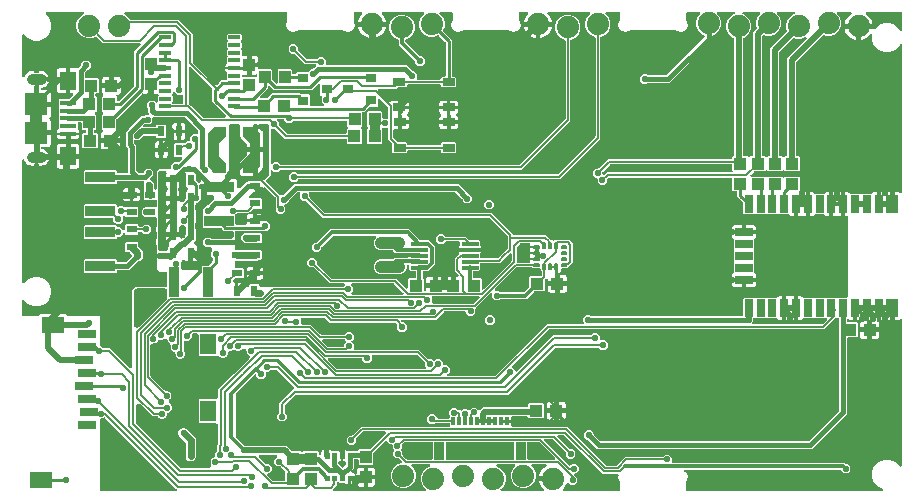
<source format=gbr>
G04 EAGLE Gerber RS-274X export*
G75*
%MOMM*%
%FSLAX34Y34*%
%LPD*%
%INTop Copper*%
%IPPOS*%
%AMOC8*
5,1,8,0,0,1.08239X$1,22.5*%
G01*
%ADD10R,1.000000X1.100000*%
%ADD11R,1.100000X1.000000*%
%ADD12R,0.990600X0.304800*%
%ADD13R,0.900000X0.800000*%
%ADD14C,0.112500*%
%ADD15R,0.850000X1.500000*%
%ADD16R,0.300000X0.655000*%
%ADD17R,1.050000X0.650000*%
%ADD18R,1.500000X0.700000*%
%ADD19R,0.700000X1.500000*%
%ADD20R,1.000000X1.500000*%
%ADD21C,1.879600*%
%ADD22R,1.350000X0.400000*%
%ADD23R,1.400000X1.600000*%
%ADD24R,1.900000X1.900000*%
%ADD25C,0.900000*%
%ADD26R,0.900000X0.600000*%
%ADD27R,0.600000X0.900000*%
%ADD28R,0.635000X1.270000*%
%ADD29R,0.900000X2.500000*%
%ADD30R,2.500000X0.900000*%
%ADD31C,0.075000*%
%ADD32C,1.016000*%
%ADD33C,0.175000*%
%ADD34R,1.500000X0.800000*%
%ADD35R,1.900000X1.400000*%
%ADD36R,1.400000X1.800000*%
%ADD37C,0.609600*%
%ADD38C,0.553200*%
%ADD39C,0.304800*%
%ADD40C,0.812800*%
%ADD41C,0.406400*%
%ADD42C,0.508000*%
%ADD43C,0.254000*%
%ADD44C,0.200000*%
%ADD45C,0.203200*%
%ADD46C,0.550000*%
%ADD47C,0.150000*%
%ADD48C,0.127000*%
%ADD49C,0.152400*%

G36*
X403191Y99824D02*
X403191Y99824D01*
X403287Y99829D01*
X403330Y99844D01*
X403375Y99851D01*
X403463Y99890D01*
X403553Y99922D01*
X403588Y99947D01*
X403632Y99967D01*
X403729Y100050D01*
X403802Y100103D01*
X447276Y143577D01*
X477802Y143577D01*
X477834Y143581D01*
X477866Y143579D01*
X477973Y143601D01*
X478081Y143617D01*
X478111Y143630D01*
X478142Y143636D01*
X478239Y143688D01*
X478338Y143733D01*
X478363Y143754D01*
X478391Y143769D01*
X478470Y143845D01*
X478553Y143916D01*
X478570Y143943D01*
X478593Y143966D01*
X478647Y144061D01*
X478707Y144152D01*
X478716Y144183D01*
X478732Y144211D01*
X478757Y144317D01*
X478789Y144422D01*
X478790Y144454D01*
X478797Y144485D01*
X478792Y144595D01*
X478793Y144704D01*
X478785Y144735D01*
X478783Y144767D01*
X478747Y144870D01*
X478718Y144976D01*
X478701Y145003D01*
X478690Y145034D01*
X478637Y145107D01*
X478570Y145216D01*
X478534Y145248D01*
X478509Y145283D01*
X477963Y145828D01*
X477963Y149172D01*
X480328Y151537D01*
X483672Y151537D01*
X484113Y151095D01*
X484190Y151038D01*
X484262Y150973D01*
X484303Y150953D01*
X484339Y150926D01*
X484429Y150892D01*
X484515Y150850D01*
X484557Y150844D01*
X484603Y150827D01*
X484730Y150817D01*
X484820Y150803D01*
X612230Y150803D01*
X612294Y150812D01*
X612358Y150811D01*
X612433Y150832D01*
X612509Y150843D01*
X612568Y150869D01*
X612630Y150886D01*
X612696Y150927D01*
X612766Y150959D01*
X612815Y151001D01*
X612870Y151034D01*
X612922Y151092D01*
X612980Y151142D01*
X613016Y151196D01*
X613059Y151244D01*
X613092Y151313D01*
X613135Y151378D01*
X613154Y151440D01*
X613182Y151497D01*
X613193Y151567D01*
X613217Y151648D01*
X613218Y151733D01*
X613229Y151802D01*
X613229Y165526D01*
X613974Y166271D01*
X622026Y166271D01*
X622293Y166004D01*
X622345Y165965D01*
X622390Y165919D01*
X622457Y165881D01*
X622519Y165834D01*
X622579Y165812D01*
X622635Y165780D01*
X622710Y165762D01*
X622783Y165735D01*
X622847Y165730D01*
X622909Y165715D01*
X622987Y165719D01*
X623064Y165713D01*
X623127Y165726D01*
X623191Y165729D01*
X623264Y165755D01*
X623340Y165771D01*
X623397Y165801D01*
X623458Y165822D01*
X623514Y165863D01*
X623589Y165903D01*
X623650Y165962D01*
X623707Y166004D01*
X623974Y166271D01*
X632026Y166271D01*
X632293Y166004D01*
X632345Y165965D01*
X632390Y165919D01*
X632457Y165881D01*
X632519Y165834D01*
X632579Y165812D01*
X632635Y165780D01*
X632710Y165762D01*
X632783Y165735D01*
X632847Y165730D01*
X632909Y165715D01*
X632987Y165719D01*
X633064Y165713D01*
X633127Y165726D01*
X633191Y165729D01*
X633264Y165755D01*
X633340Y165771D01*
X633397Y165801D01*
X633458Y165822D01*
X633514Y165863D01*
X633589Y165903D01*
X633650Y165962D01*
X633707Y166004D01*
X633974Y166271D01*
X641764Y166271D01*
X641859Y166284D01*
X641955Y166289D01*
X641998Y166304D01*
X642043Y166311D01*
X642130Y166350D01*
X642221Y166382D01*
X642256Y166407D01*
X642300Y166427D01*
X642397Y166510D01*
X642470Y166563D01*
X642940Y167033D01*
X643519Y167368D01*
X644165Y167541D01*
X646251Y167541D01*
X646251Y158250D01*
X646260Y158187D01*
X646259Y158122D01*
X646280Y158048D01*
X646291Y157971D01*
X646317Y157913D01*
X646334Y157851D01*
X646375Y157785D01*
X646407Y157714D01*
X646448Y157665D01*
X646482Y157611D01*
X646540Y157559D01*
X646590Y157500D01*
X646593Y157498D01*
X646558Y157460D01*
X646500Y157410D01*
X646464Y157356D01*
X646421Y157308D01*
X646388Y157239D01*
X646345Y157174D01*
X646326Y157112D01*
X646298Y157054D01*
X646287Y156985D01*
X646263Y156904D01*
X646262Y156819D01*
X646251Y156750D01*
X646251Y147459D01*
X644165Y147459D01*
X643519Y147632D01*
X642940Y147967D01*
X642470Y148437D01*
X642393Y148494D01*
X642322Y148559D01*
X642281Y148579D01*
X642245Y148606D01*
X642155Y148640D01*
X642068Y148682D01*
X642026Y148688D01*
X641981Y148705D01*
X641853Y148715D01*
X641764Y148729D01*
X633974Y148729D01*
X633707Y148996D01*
X633655Y149035D01*
X633610Y149081D01*
X633543Y149119D01*
X633481Y149166D01*
X633421Y149188D01*
X633365Y149220D01*
X633290Y149238D01*
X633217Y149265D01*
X633153Y149270D01*
X633090Y149285D01*
X633013Y149281D01*
X632936Y149287D01*
X632873Y149274D01*
X632809Y149271D01*
X632736Y149245D01*
X632660Y149229D01*
X632603Y149199D01*
X632542Y149178D01*
X632486Y149137D01*
X632411Y149097D01*
X632350Y149038D01*
X632293Y148996D01*
X632026Y148729D01*
X623974Y148729D01*
X623707Y148996D01*
X623655Y149035D01*
X623610Y149081D01*
X623543Y149119D01*
X623481Y149166D01*
X623421Y149188D01*
X623365Y149220D01*
X623290Y149238D01*
X623217Y149265D01*
X623153Y149270D01*
X623090Y149285D01*
X623013Y149281D01*
X622936Y149287D01*
X622873Y149274D01*
X622809Y149271D01*
X622736Y149245D01*
X622660Y149229D01*
X622603Y149199D01*
X622542Y149178D01*
X622486Y149137D01*
X622411Y149097D01*
X622350Y149038D01*
X622293Y148996D01*
X622103Y148806D01*
X622046Y148729D01*
X621981Y148658D01*
X621961Y148617D01*
X621934Y148581D01*
X621900Y148491D01*
X621858Y148404D01*
X621852Y148362D01*
X621835Y148317D01*
X621825Y148189D01*
X621811Y148100D01*
X621811Y145922D01*
X621172Y145283D01*
X621152Y145257D01*
X621128Y145236D01*
X621068Y145144D01*
X621002Y145057D01*
X620991Y145027D01*
X620973Y145000D01*
X620941Y144895D01*
X620903Y144793D01*
X620900Y144761D01*
X620891Y144730D01*
X620890Y144621D01*
X620881Y144512D01*
X620888Y144480D01*
X620887Y144448D01*
X620916Y144343D01*
X620939Y144236D01*
X620954Y144207D01*
X620962Y144176D01*
X621020Y144083D01*
X621071Y143987D01*
X621094Y143964D01*
X621111Y143936D01*
X621192Y143863D01*
X621268Y143785D01*
X621296Y143769D01*
X621320Y143747D01*
X621418Y143700D01*
X621513Y143646D01*
X621545Y143638D01*
X621574Y143624D01*
X621663Y143610D01*
X621788Y143581D01*
X621836Y143583D01*
X621878Y143577D01*
X679865Y143577D01*
X679960Y143590D01*
X680056Y143595D01*
X680099Y143610D01*
X680144Y143617D01*
X680232Y143656D01*
X680323Y143688D01*
X680357Y143713D01*
X680401Y143733D01*
X680499Y143816D01*
X680572Y143869D01*
X683996Y147294D01*
X684035Y147345D01*
X684081Y147390D01*
X684119Y147457D01*
X684165Y147519D01*
X684188Y147579D01*
X684220Y147635D01*
X684238Y147711D01*
X684265Y147783D01*
X684270Y147847D01*
X684285Y147910D01*
X684281Y147987D01*
X684287Y148064D01*
X684274Y148127D01*
X684270Y148191D01*
X684245Y148265D01*
X684229Y148340D01*
X684199Y148397D01*
X684178Y148458D01*
X684136Y148515D01*
X684097Y148589D01*
X684037Y148650D01*
X683996Y148707D01*
X683707Y148996D01*
X683655Y149035D01*
X683610Y149081D01*
X683543Y149119D01*
X683481Y149166D01*
X683421Y149188D01*
X683365Y149220D01*
X683290Y149238D01*
X683217Y149265D01*
X683153Y149270D01*
X683091Y149285D01*
X683013Y149281D01*
X682936Y149287D01*
X682873Y149274D01*
X682809Y149271D01*
X682736Y149245D01*
X682660Y149229D01*
X682603Y149199D01*
X682542Y149178D01*
X682486Y149137D01*
X682411Y149097D01*
X682350Y149038D01*
X682293Y148996D01*
X682026Y148729D01*
X673974Y148729D01*
X673707Y148996D01*
X673655Y149035D01*
X673610Y149081D01*
X673543Y149119D01*
X673481Y149166D01*
X673421Y149188D01*
X673365Y149220D01*
X673290Y149238D01*
X673217Y149265D01*
X673153Y149270D01*
X673090Y149285D01*
X673013Y149281D01*
X672936Y149287D01*
X672873Y149274D01*
X672809Y149271D01*
X672736Y149245D01*
X672660Y149229D01*
X672603Y149199D01*
X672542Y149178D01*
X672486Y149137D01*
X672411Y149097D01*
X672350Y149038D01*
X672293Y148996D01*
X672026Y148729D01*
X664236Y148729D01*
X664141Y148716D01*
X664045Y148711D01*
X664002Y148696D01*
X663957Y148689D01*
X663870Y148650D01*
X663779Y148618D01*
X663744Y148593D01*
X663700Y148573D01*
X663603Y148490D01*
X663530Y148437D01*
X663060Y147967D01*
X662481Y147632D01*
X661835Y147459D01*
X659749Y147459D01*
X659749Y156750D01*
X659740Y156813D01*
X659741Y156878D01*
X659720Y156952D01*
X659709Y157029D01*
X659683Y157087D01*
X659666Y157149D01*
X659625Y157215D01*
X659593Y157286D01*
X659551Y157335D01*
X659518Y157389D01*
X659460Y157441D01*
X659410Y157500D01*
X659407Y157502D01*
X659442Y157540D01*
X659500Y157590D01*
X659536Y157644D01*
X659579Y157692D01*
X659612Y157761D01*
X659655Y157826D01*
X659674Y157888D01*
X659702Y157946D01*
X659713Y158015D01*
X659737Y158096D01*
X659738Y158181D01*
X659749Y158250D01*
X659749Y167541D01*
X661835Y167541D01*
X662481Y167368D01*
X663060Y167033D01*
X663530Y166563D01*
X663607Y166506D01*
X663678Y166441D01*
X663719Y166421D01*
X663755Y166394D01*
X663845Y166360D01*
X663932Y166318D01*
X663974Y166312D01*
X664019Y166295D01*
X664147Y166285D01*
X664236Y166271D01*
X672026Y166271D01*
X672293Y166004D01*
X672345Y165965D01*
X672390Y165919D01*
X672457Y165881D01*
X672519Y165834D01*
X672579Y165812D01*
X672635Y165780D01*
X672710Y165762D01*
X672783Y165735D01*
X672847Y165730D01*
X672909Y165715D01*
X672987Y165719D01*
X673064Y165713D01*
X673127Y165726D01*
X673191Y165729D01*
X673264Y165755D01*
X673340Y165771D01*
X673397Y165801D01*
X673458Y165822D01*
X673514Y165863D01*
X673589Y165903D01*
X673650Y165962D01*
X673707Y166004D01*
X673974Y166271D01*
X682026Y166271D01*
X682293Y166004D01*
X682345Y165965D01*
X682390Y165919D01*
X682457Y165881D01*
X682519Y165834D01*
X682579Y165812D01*
X682635Y165780D01*
X682710Y165762D01*
X682783Y165735D01*
X682847Y165730D01*
X682910Y165715D01*
X682987Y165719D01*
X683064Y165713D01*
X683127Y165726D01*
X683191Y165729D01*
X683264Y165755D01*
X683340Y165771D01*
X683397Y165801D01*
X683458Y165822D01*
X683514Y165863D01*
X683589Y165903D01*
X683650Y165962D01*
X683707Y166004D01*
X683974Y166271D01*
X692026Y166271D01*
X692293Y166004D01*
X692345Y165965D01*
X692390Y165919D01*
X692457Y165881D01*
X692519Y165834D01*
X692579Y165812D01*
X692635Y165780D01*
X692710Y165762D01*
X692783Y165735D01*
X692847Y165730D01*
X692909Y165715D01*
X692987Y165719D01*
X693064Y165713D01*
X693127Y165726D01*
X693191Y165729D01*
X693264Y165755D01*
X693340Y165771D01*
X693397Y165801D01*
X693458Y165822D01*
X693514Y165863D01*
X693589Y165903D01*
X693650Y165962D01*
X693707Y166004D01*
X693974Y166271D01*
X700845Y166271D01*
X700908Y166280D01*
X700973Y166279D01*
X701047Y166300D01*
X701124Y166311D01*
X701182Y166337D01*
X701245Y166354D01*
X701311Y166395D01*
X701381Y166427D01*
X701430Y166469D01*
X701484Y166502D01*
X701536Y166560D01*
X701595Y166610D01*
X701630Y166664D01*
X701674Y166712D01*
X701707Y166781D01*
X701750Y166846D01*
X701769Y166908D01*
X701797Y166965D01*
X701807Y167035D01*
X701832Y167116D01*
X701833Y167201D01*
X701844Y167270D01*
X701844Y234460D01*
X701835Y234524D01*
X701836Y234588D01*
X701815Y234663D01*
X701804Y234739D01*
X701778Y234798D01*
X701761Y234860D01*
X701720Y234926D01*
X701688Y234996D01*
X701646Y235045D01*
X701613Y235100D01*
X701555Y235152D01*
X701505Y235210D01*
X701451Y235246D01*
X701403Y235289D01*
X701334Y235322D01*
X701269Y235365D01*
X701207Y235384D01*
X701149Y235412D01*
X701080Y235423D01*
X700999Y235447D01*
X700914Y235448D01*
X700845Y235459D01*
X699749Y235459D01*
X699749Y244750D01*
X699740Y244813D01*
X699741Y244878D01*
X699720Y244952D01*
X699709Y245029D01*
X699683Y245087D01*
X699666Y245149D01*
X699625Y245215D01*
X699593Y245286D01*
X699551Y245335D01*
X699518Y245389D01*
X699460Y245441D01*
X699410Y245500D01*
X699407Y245502D01*
X699442Y245540D01*
X699500Y245590D01*
X699536Y245644D01*
X699579Y245692D01*
X699612Y245761D01*
X699655Y245826D01*
X699674Y245888D01*
X699702Y245946D01*
X699713Y246015D01*
X699737Y246096D01*
X699738Y246181D01*
X699749Y246250D01*
X699749Y255541D01*
X701835Y255541D01*
X702481Y255368D01*
X703060Y255033D01*
X703530Y254563D01*
X703607Y254506D01*
X703678Y254441D01*
X703719Y254421D01*
X703755Y254394D01*
X703845Y254360D01*
X703932Y254318D01*
X703974Y254312D01*
X704019Y254295D01*
X704147Y254285D01*
X704236Y254271D01*
X712026Y254271D01*
X712293Y254004D01*
X712345Y253965D01*
X712390Y253919D01*
X712457Y253881D01*
X712519Y253834D01*
X712579Y253812D01*
X712635Y253780D01*
X712710Y253762D01*
X712783Y253735D01*
X712847Y253730D01*
X712909Y253715D01*
X712987Y253719D01*
X713064Y253713D01*
X713127Y253726D01*
X713191Y253729D01*
X713264Y253755D01*
X713340Y253771D01*
X713397Y253801D01*
X713458Y253822D01*
X713514Y253863D01*
X713589Y253903D01*
X713650Y253962D01*
X713707Y254004D01*
X713974Y254271D01*
X721764Y254271D01*
X721859Y254284D01*
X721955Y254289D01*
X721998Y254304D01*
X722043Y254311D01*
X722130Y254350D01*
X722221Y254382D01*
X722256Y254407D01*
X722300Y254427D01*
X722397Y254510D01*
X722470Y254563D01*
X722940Y255033D01*
X723519Y255368D01*
X724165Y255541D01*
X726251Y255541D01*
X726251Y246250D01*
X726260Y246187D01*
X726259Y246122D01*
X726280Y246048D01*
X726291Y245971D01*
X726317Y245913D01*
X726334Y245851D01*
X726375Y245785D01*
X726407Y245714D01*
X726448Y245665D01*
X726482Y245611D01*
X726540Y245559D01*
X726590Y245500D01*
X726644Y245465D01*
X726692Y245422D01*
X726761Y245388D01*
X726826Y245345D01*
X726888Y245327D01*
X726945Y245299D01*
X727015Y245288D01*
X727096Y245263D01*
X727181Y245262D01*
X727250Y245251D01*
X727751Y245251D01*
X727751Y244750D01*
X727760Y244686D01*
X727759Y244622D01*
X727780Y244547D01*
X727791Y244471D01*
X727817Y244412D01*
X727834Y244350D01*
X727875Y244284D01*
X727907Y244214D01*
X727949Y244165D01*
X727983Y244110D01*
X728040Y244058D01*
X728090Y244000D01*
X728144Y243964D01*
X728192Y243921D01*
X728261Y243888D01*
X728326Y243845D01*
X728388Y243826D01*
X728446Y243798D01*
X728515Y243787D01*
X728596Y243763D01*
X728681Y243762D01*
X728750Y243751D01*
X734379Y243751D01*
X734380Y243750D01*
X734434Y243714D01*
X734482Y243671D01*
X734551Y243638D01*
X734616Y243595D01*
X734678Y243576D01*
X734735Y243548D01*
X734805Y243538D01*
X734886Y243513D01*
X734971Y243512D01*
X735040Y243501D01*
X738500Y243501D01*
X738564Y243510D01*
X738628Y243509D01*
X738702Y243530D01*
X738779Y243541D01*
X738838Y243567D01*
X738900Y243584D01*
X738966Y243625D01*
X739036Y243657D01*
X739085Y243699D01*
X739140Y243732D01*
X739191Y243790D01*
X739250Y243840D01*
X739286Y243894D01*
X739329Y243942D01*
X739362Y244011D01*
X739405Y244076D01*
X739424Y244138D01*
X739452Y244195D01*
X739462Y244265D01*
X739487Y244346D01*
X739488Y244431D01*
X739499Y244500D01*
X739499Y245501D01*
X740500Y245501D01*
X740564Y245510D01*
X740628Y245509D01*
X740703Y245530D01*
X740779Y245541D01*
X740838Y245567D01*
X740900Y245584D01*
X740966Y245625D01*
X741036Y245657D01*
X741085Y245699D01*
X741140Y245732D01*
X741192Y245790D01*
X741250Y245840D01*
X741286Y245894D01*
X741329Y245942D01*
X741362Y246011D01*
X741405Y246076D01*
X741424Y246138D01*
X741452Y246196D01*
X741462Y246265D01*
X741487Y246346D01*
X741488Y246431D01*
X741499Y246500D01*
X741499Y255541D01*
X744835Y255541D01*
X745481Y255368D01*
X746060Y255033D01*
X746065Y255028D01*
X746090Y255009D01*
X746111Y254985D01*
X746203Y254925D01*
X746290Y254859D01*
X746320Y254848D01*
X746347Y254830D01*
X746451Y254798D01*
X746554Y254759D01*
X746586Y254757D01*
X746616Y254748D01*
X746726Y254746D01*
X746835Y254738D01*
X746867Y254744D01*
X746898Y254744D01*
X747004Y254773D01*
X747112Y254795D01*
X747140Y254810D01*
X747170Y254818D01*
X747263Y254876D01*
X747361Y254928D01*
X747383Y254950D01*
X747410Y254966D01*
X747484Y255048D01*
X747563Y255124D01*
X747578Y255152D01*
X747600Y255175D01*
X747647Y255274D01*
X747702Y255370D01*
X747709Y255401D01*
X747723Y255429D01*
X747737Y255519D01*
X747767Y255644D01*
X747764Y255692D01*
X747771Y255734D01*
X747922Y379901D01*
X747910Y379988D01*
X747907Y380075D01*
X747890Y380127D01*
X747883Y380180D01*
X747847Y380260D01*
X747820Y380343D01*
X747789Y380388D01*
X747767Y380438D01*
X747710Y380504D01*
X747661Y380576D01*
X747619Y380611D01*
X747584Y380652D01*
X747510Y380700D01*
X747443Y380756D01*
X747393Y380777D01*
X747348Y380807D01*
X747264Y380832D01*
X747184Y380867D01*
X747130Y380874D01*
X747078Y380890D01*
X746991Y380891D01*
X746904Y380901D01*
X746850Y380893D01*
X746796Y380894D01*
X746712Y380870D01*
X746626Y380856D01*
X746576Y380833D01*
X746524Y380819D01*
X746450Y380773D01*
X746371Y380735D01*
X746330Y380699D01*
X746284Y380671D01*
X746225Y380606D01*
X746160Y380548D01*
X746134Y380505D01*
X746095Y380462D01*
X746045Y380359D01*
X746000Y380285D01*
X745631Y379396D01*
X742104Y375869D01*
X737495Y373959D01*
X732505Y373959D01*
X727896Y375869D01*
X724369Y379396D01*
X722459Y384005D01*
X722459Y388386D01*
X722444Y388495D01*
X722435Y388605D01*
X722424Y388634D01*
X722419Y388665D01*
X722374Y388765D01*
X722335Y388869D01*
X722316Y388893D01*
X722303Y388922D01*
X722232Y389005D01*
X722165Y389094D01*
X722140Y389112D01*
X722120Y389136D01*
X722027Y389196D01*
X721939Y389263D01*
X721910Y389273D01*
X721884Y389290D01*
X721778Y389323D01*
X721675Y389361D01*
X721644Y389364D01*
X721614Y389373D01*
X721504Y389374D01*
X721394Y389383D01*
X721363Y389376D01*
X721332Y389377D01*
X721226Y389347D01*
X721118Y389324D01*
X721090Y389310D01*
X721060Y389301D01*
X720966Y389243D01*
X720869Y389191D01*
X720848Y389171D01*
X720820Y389153D01*
X720715Y389037D01*
X720652Y388973D01*
X720106Y388222D01*
X718778Y386894D01*
X717257Y385789D01*
X715583Y384936D01*
X713796Y384355D01*
X712999Y384229D01*
X712999Y394001D01*
X723015Y394001D01*
X723056Y393923D01*
X723078Y393901D01*
X723094Y393874D01*
X723176Y393800D01*
X723253Y393721D01*
X723280Y393705D01*
X723303Y393685D01*
X723403Y393636D01*
X723499Y393582D01*
X723529Y393575D01*
X723557Y393561D01*
X723666Y393542D01*
X723773Y393517D01*
X723804Y393518D01*
X723835Y393513D01*
X723944Y393526D01*
X724055Y393531D01*
X724084Y393541D01*
X724115Y393545D01*
X724217Y393588D01*
X724321Y393624D01*
X724345Y393641D01*
X724375Y393654D01*
X724498Y393752D01*
X724570Y393805D01*
X727896Y397132D01*
X732505Y399041D01*
X737495Y399041D01*
X742104Y397131D01*
X745632Y393604D01*
X746016Y392677D01*
X746059Y392602D01*
X746095Y392524D01*
X746131Y392482D01*
X746159Y392434D01*
X746222Y392375D01*
X746278Y392309D01*
X746324Y392279D01*
X746365Y392241D01*
X746442Y392202D01*
X746514Y392155D01*
X746567Y392138D01*
X746616Y392113D01*
X746701Y392097D01*
X746783Y392072D01*
X746839Y392071D01*
X746893Y392061D01*
X746979Y392069D01*
X747065Y392068D01*
X747119Y392082D01*
X747174Y392088D01*
X747254Y392120D01*
X747337Y392143D01*
X747384Y392172D01*
X747436Y392192D01*
X747504Y392245D01*
X747577Y392290D01*
X747615Y392332D01*
X747658Y392366D01*
X747709Y392436D01*
X747767Y392500D01*
X747791Y392549D01*
X747824Y392594D01*
X747852Y392676D01*
X747890Y392753D01*
X747898Y392804D01*
X747918Y392860D01*
X747925Y392973D01*
X747938Y393058D01*
X747955Y406959D01*
X747946Y407023D01*
X747947Y407088D01*
X747926Y407162D01*
X747915Y407238D01*
X747889Y407297D01*
X747872Y407360D01*
X747831Y407425D01*
X747800Y407495D01*
X747757Y407545D01*
X747723Y407600D01*
X747666Y407651D01*
X747616Y407710D01*
X747562Y407745D01*
X747514Y407789D01*
X747445Y407822D01*
X747381Y407864D01*
X747319Y407883D01*
X747260Y407912D01*
X747191Y407922D01*
X747111Y407947D01*
X747026Y407948D01*
X746956Y407959D01*
X717926Y407959D01*
X717817Y407944D01*
X717707Y407935D01*
X717678Y407924D01*
X717647Y407919D01*
X717546Y407874D01*
X717443Y407835D01*
X717418Y407816D01*
X717390Y407803D01*
X717306Y407732D01*
X717218Y407665D01*
X717199Y407640D01*
X717176Y407620D01*
X717115Y407527D01*
X717049Y407439D01*
X717038Y407410D01*
X717021Y407384D01*
X716989Y407278D01*
X716950Y407175D01*
X716948Y407144D01*
X716939Y407114D01*
X716937Y407004D01*
X716929Y406894D01*
X716936Y406863D01*
X716935Y406832D01*
X716965Y406726D01*
X716987Y406618D01*
X717002Y406590D01*
X717010Y406560D01*
X717068Y406466D01*
X717120Y406369D01*
X717141Y406348D01*
X717159Y406320D01*
X717275Y406215D01*
X717339Y406152D01*
X718778Y405106D01*
X720106Y403778D01*
X721211Y402257D01*
X722064Y400583D01*
X722645Y398796D01*
X722771Y397999D01*
X712000Y397999D01*
X711937Y397990D01*
X711872Y397991D01*
X711798Y397970D01*
X711721Y397959D01*
X711662Y397933D01*
X711600Y397916D01*
X711534Y397875D01*
X711464Y397843D01*
X711415Y397801D01*
X711360Y397768D01*
X711309Y397710D01*
X711250Y397660D01*
X711214Y397606D01*
X711171Y397558D01*
X711138Y397489D01*
X711095Y397424D01*
X711076Y397362D01*
X711048Y397305D01*
X711038Y397235D01*
X711013Y397154D01*
X711012Y397069D01*
X711001Y397000D01*
X711001Y395999D01*
X710999Y395999D01*
X710999Y397000D01*
X710990Y397064D01*
X710991Y397128D01*
X710970Y397203D01*
X710959Y397279D01*
X710933Y397338D01*
X710916Y397400D01*
X710875Y397466D01*
X710843Y397536D01*
X710801Y397585D01*
X710768Y397640D01*
X710710Y397692D01*
X710660Y397750D01*
X710606Y397786D01*
X710558Y397829D01*
X710489Y397862D01*
X710424Y397905D01*
X710362Y397924D01*
X710304Y397952D01*
X710235Y397962D01*
X710154Y397987D01*
X710069Y397988D01*
X710000Y397999D01*
X699229Y397999D01*
X699355Y398796D01*
X699936Y400583D01*
X700789Y402257D01*
X701894Y403778D01*
X703222Y405106D01*
X704661Y406152D01*
X704740Y406228D01*
X704824Y406300D01*
X704841Y406326D01*
X704864Y406348D01*
X704918Y406444D01*
X704979Y406536D01*
X704988Y406566D01*
X705003Y406593D01*
X705029Y406700D01*
X705061Y406806D01*
X705061Y406837D01*
X705069Y406867D01*
X705063Y406978D01*
X705065Y407088D01*
X705057Y407118D01*
X705055Y407149D01*
X705019Y407253D01*
X704990Y407360D01*
X704973Y407386D01*
X704963Y407416D01*
X704900Y407506D01*
X704841Y407600D01*
X704818Y407621D01*
X704800Y407646D01*
X704714Y407715D01*
X704632Y407789D01*
X704604Y407802D01*
X704580Y407822D01*
X704478Y407864D01*
X704378Y407912D01*
X704349Y407916D01*
X704319Y407929D01*
X704163Y407945D01*
X704074Y407959D01*
X693681Y407959D01*
X693649Y407955D01*
X693617Y407957D01*
X693510Y407935D01*
X693402Y407919D01*
X693372Y407906D01*
X693341Y407900D01*
X693244Y407848D01*
X693145Y407803D01*
X693120Y407782D01*
X693092Y407767D01*
X693014Y407691D01*
X692931Y407620D01*
X692913Y407593D01*
X692890Y407570D01*
X692836Y407475D01*
X692776Y407384D01*
X692767Y407353D01*
X692751Y407325D01*
X692726Y407219D01*
X692694Y407114D01*
X692693Y407082D01*
X692686Y407051D01*
X692691Y406941D01*
X692690Y406832D01*
X692699Y406801D01*
X692700Y406769D01*
X692736Y406666D01*
X692765Y406560D01*
X692782Y406533D01*
X692793Y406502D01*
X692846Y406429D01*
X692913Y406320D01*
X692949Y406288D01*
X692974Y406253D01*
X694645Y404583D01*
X696269Y400662D01*
X696269Y396418D01*
X694644Y392497D01*
X691643Y389496D01*
X687722Y387871D01*
X683478Y387871D01*
X681862Y388541D01*
X681853Y388543D01*
X681845Y388548D01*
X681716Y388578D01*
X681589Y388611D01*
X681580Y388610D01*
X681570Y388613D01*
X681438Y388606D01*
X681307Y388602D01*
X681298Y388599D01*
X681289Y388598D01*
X681164Y388555D01*
X681039Y388514D01*
X681031Y388509D01*
X681022Y388506D01*
X680960Y388460D01*
X680806Y388355D01*
X680791Y388337D01*
X680773Y388324D01*
X658603Y366154D01*
X658546Y366077D01*
X658481Y366006D01*
X658461Y365965D01*
X658434Y365929D01*
X658400Y365839D01*
X658358Y365752D01*
X658352Y365710D01*
X658335Y365665D01*
X658325Y365537D01*
X658311Y365448D01*
X658311Y286770D01*
X658320Y286706D01*
X658319Y286642D01*
X658340Y286567D01*
X658351Y286491D01*
X658377Y286432D01*
X658394Y286370D01*
X658435Y286304D01*
X658467Y286234D01*
X658509Y286185D01*
X658542Y286130D01*
X658600Y286078D01*
X658650Y286020D01*
X658704Y285984D01*
X658752Y285941D01*
X658821Y285908D01*
X658886Y285865D01*
X658948Y285846D01*
X659005Y285818D01*
X659075Y285807D01*
X659156Y285783D01*
X659241Y285782D01*
X659310Y285771D01*
X660526Y285771D01*
X661271Y285026D01*
X661271Y273974D01*
X660526Y273229D01*
X648474Y273229D01*
X647957Y273746D01*
X647905Y273785D01*
X647860Y273831D01*
X647793Y273869D01*
X647731Y273916D01*
X647671Y273938D01*
X647615Y273970D01*
X647540Y273988D01*
X647467Y274015D01*
X647403Y274020D01*
X647341Y274035D01*
X647263Y274031D01*
X647186Y274037D01*
X647123Y274024D01*
X647059Y274021D01*
X646986Y273995D01*
X646910Y273979D01*
X646853Y273949D01*
X646792Y273928D01*
X646736Y273887D01*
X646661Y273847D01*
X646600Y273788D01*
X646543Y273746D01*
X646026Y273229D01*
X633974Y273229D01*
X633457Y273746D01*
X633405Y273785D01*
X633360Y273831D01*
X633293Y273869D01*
X633231Y273916D01*
X633171Y273938D01*
X633115Y273970D01*
X633040Y273988D01*
X632967Y274015D01*
X632903Y274020D01*
X632840Y274035D01*
X632763Y274031D01*
X632686Y274037D01*
X632623Y274024D01*
X632559Y274021D01*
X632486Y273995D01*
X632410Y273979D01*
X632353Y273949D01*
X632292Y273928D01*
X632236Y273887D01*
X632161Y273847D01*
X632100Y273788D01*
X632043Y273746D01*
X631526Y273229D01*
X622854Y273229D01*
X622760Y273216D01*
X622663Y273211D01*
X622620Y273196D01*
X622575Y273189D01*
X622488Y273150D01*
X622397Y273118D01*
X622362Y273093D01*
X622318Y273073D01*
X622221Y272990D01*
X622148Y272937D01*
X619688Y270477D01*
X619669Y270451D01*
X619644Y270430D01*
X619584Y270338D01*
X619519Y270251D01*
X619507Y270221D01*
X619490Y270194D01*
X619458Y270089D01*
X619419Y269987D01*
X619417Y269955D01*
X619407Y269924D01*
X619406Y269815D01*
X619397Y269706D01*
X619404Y269674D01*
X619403Y269642D01*
X619433Y269537D01*
X619455Y269430D01*
X619470Y269401D01*
X619479Y269370D01*
X619536Y269277D01*
X619587Y269181D01*
X619610Y269158D01*
X619627Y269130D01*
X619708Y269057D01*
X619784Y268979D01*
X619812Y268963D01*
X619836Y268941D01*
X619934Y268894D01*
X620029Y268840D01*
X620061Y268832D01*
X620090Y268818D01*
X620179Y268804D01*
X620304Y268775D01*
X620352Y268777D01*
X620394Y268771D01*
X631526Y268771D01*
X632043Y268254D01*
X632095Y268215D01*
X632140Y268169D01*
X632207Y268131D01*
X632269Y268084D01*
X632329Y268062D01*
X632385Y268030D01*
X632460Y268012D01*
X632533Y267985D01*
X632597Y267980D01*
X632659Y267965D01*
X632737Y267969D01*
X632814Y267963D01*
X632877Y267976D01*
X632941Y267979D01*
X633014Y268005D01*
X633090Y268021D01*
X633147Y268051D01*
X633208Y268072D01*
X633264Y268113D01*
X633339Y268153D01*
X633400Y268212D01*
X633457Y268254D01*
X633974Y268771D01*
X646026Y268771D01*
X646543Y268254D01*
X646595Y268215D01*
X646640Y268169D01*
X646707Y268131D01*
X646769Y268084D01*
X646829Y268062D01*
X646885Y268030D01*
X646960Y268012D01*
X647033Y267985D01*
X647097Y267980D01*
X647160Y267965D01*
X647237Y267969D01*
X647314Y267963D01*
X647377Y267976D01*
X647441Y267979D01*
X647514Y268005D01*
X647590Y268021D01*
X647647Y268051D01*
X647708Y268072D01*
X647764Y268113D01*
X647839Y268153D01*
X647900Y268212D01*
X647957Y268254D01*
X648474Y268771D01*
X660526Y268771D01*
X661271Y268026D01*
X661271Y256864D01*
X661250Y256790D01*
X661215Y256697D01*
X661211Y256654D01*
X661200Y256613D01*
X661201Y256514D01*
X661193Y256416D01*
X661202Y256374D01*
X661202Y256331D01*
X661230Y256237D01*
X661250Y256140D01*
X661271Y256102D01*
X661283Y256061D01*
X661337Y255978D01*
X661383Y255891D01*
X661413Y255860D01*
X661436Y255824D01*
X661511Y255760D01*
X661580Y255689D01*
X661617Y255668D01*
X661650Y255639D01*
X661728Y255605D01*
X661825Y255550D01*
X661884Y255536D01*
X661932Y255515D01*
X662481Y255368D01*
X662500Y255356D01*
X662580Y255324D01*
X662655Y255284D01*
X662710Y255272D01*
X662762Y255251D01*
X662847Y255243D01*
X662931Y255225D01*
X662987Y255229D01*
X663043Y255223D01*
X663127Y255239D01*
X663212Y255245D01*
X663261Y255264D01*
X663320Y255275D01*
X663420Y255325D01*
X663500Y255356D01*
X663519Y255368D01*
X664165Y255541D01*
X666251Y255541D01*
X666251Y247249D01*
X658750Y247249D01*
X658687Y247240D01*
X658622Y247241D01*
X658548Y247220D01*
X658471Y247209D01*
X658413Y247183D01*
X658351Y247166D01*
X658285Y247125D01*
X658214Y247093D01*
X658165Y247051D01*
X658111Y247018D01*
X658059Y246960D01*
X658000Y246910D01*
X657965Y246856D01*
X657922Y246808D01*
X657888Y246739D01*
X657845Y246674D01*
X657827Y246612D01*
X657799Y246555D01*
X657788Y246485D01*
X657763Y246404D01*
X657762Y246319D01*
X657751Y246250D01*
X657751Y245749D01*
X657250Y245749D01*
X657186Y245740D01*
X657122Y245741D01*
X657047Y245720D01*
X656971Y245709D01*
X656912Y245683D01*
X656850Y245666D01*
X656784Y245625D01*
X656714Y245593D01*
X656665Y245551D01*
X656610Y245517D01*
X656558Y245460D01*
X656500Y245410D01*
X656464Y245356D01*
X656421Y245308D01*
X656388Y245239D01*
X656345Y245174D01*
X656326Y245112D01*
X656298Y245054D01*
X656287Y244985D01*
X656263Y244904D01*
X656262Y244819D01*
X656251Y244750D01*
X656251Y235459D01*
X654165Y235459D01*
X653519Y235632D01*
X652940Y235967D01*
X652470Y236437D01*
X652393Y236494D01*
X652322Y236559D01*
X652281Y236579D01*
X652245Y236606D01*
X652155Y236640D01*
X652068Y236682D01*
X652026Y236688D01*
X651981Y236705D01*
X651853Y236715D01*
X651764Y236729D01*
X643974Y236729D01*
X643707Y236996D01*
X643655Y237035D01*
X643610Y237081D01*
X643543Y237119D01*
X643481Y237166D01*
X643421Y237188D01*
X643365Y237220D01*
X643290Y237238D01*
X643217Y237265D01*
X643153Y237270D01*
X643090Y237285D01*
X643013Y237281D01*
X642936Y237287D01*
X642873Y237274D01*
X642809Y237271D01*
X642736Y237245D01*
X642660Y237229D01*
X642603Y237199D01*
X642542Y237178D01*
X642486Y237137D01*
X642411Y237097D01*
X642350Y237038D01*
X642293Y236996D01*
X642026Y236729D01*
X633974Y236729D01*
X633707Y236996D01*
X633655Y237035D01*
X633610Y237081D01*
X633543Y237119D01*
X633481Y237166D01*
X633421Y237188D01*
X633365Y237220D01*
X633290Y237238D01*
X633217Y237265D01*
X633153Y237270D01*
X633090Y237285D01*
X633013Y237281D01*
X632936Y237287D01*
X632873Y237274D01*
X632809Y237271D01*
X632736Y237245D01*
X632660Y237229D01*
X632603Y237199D01*
X632542Y237178D01*
X632486Y237137D01*
X632411Y237097D01*
X632350Y237038D01*
X632293Y236996D01*
X632026Y236729D01*
X623974Y236729D01*
X623707Y236996D01*
X623655Y237035D01*
X623610Y237081D01*
X623543Y237119D01*
X623481Y237166D01*
X623421Y237188D01*
X623365Y237220D01*
X623290Y237238D01*
X623217Y237265D01*
X623153Y237270D01*
X623090Y237285D01*
X623013Y237281D01*
X622936Y237287D01*
X622873Y237274D01*
X622809Y237271D01*
X622736Y237245D01*
X622660Y237229D01*
X622603Y237199D01*
X622542Y237178D01*
X622486Y237137D01*
X622411Y237097D01*
X622350Y237038D01*
X622293Y236996D01*
X622026Y236729D01*
X613974Y236729D01*
X613229Y237474D01*
X613229Y246264D01*
X613216Y246359D01*
X613211Y246455D01*
X613196Y246498D01*
X613189Y246543D01*
X613150Y246630D01*
X613118Y246721D01*
X613093Y246756D01*
X613073Y246800D01*
X612990Y246897D01*
X612937Y246970D01*
X608459Y251448D01*
X608459Y255230D01*
X608450Y255294D01*
X608451Y255358D01*
X608430Y255433D01*
X608419Y255509D01*
X608393Y255568D01*
X608376Y255630D01*
X608335Y255696D01*
X608303Y255766D01*
X608261Y255815D01*
X608228Y255870D01*
X608170Y255922D01*
X608120Y255980D01*
X608066Y256016D01*
X608018Y256059D01*
X607949Y256092D01*
X607884Y256135D01*
X607822Y256154D01*
X607765Y256182D01*
X607695Y256193D01*
X607614Y256217D01*
X607529Y256218D01*
X607460Y256229D01*
X604974Y256229D01*
X604229Y256974D01*
X604229Y266730D01*
X604220Y266794D01*
X604221Y266858D01*
X604200Y266933D01*
X604189Y267009D01*
X604163Y267068D01*
X604146Y267130D01*
X604105Y267196D01*
X604073Y267266D01*
X604031Y267315D01*
X603998Y267370D01*
X603940Y267422D01*
X603890Y267480D01*
X603836Y267516D01*
X603788Y267559D01*
X603719Y267592D01*
X603654Y267635D01*
X603592Y267654D01*
X603535Y267682D01*
X603465Y267693D01*
X603384Y267717D01*
X603299Y267718D01*
X603230Y267729D01*
X499914Y267729D01*
X499820Y267716D01*
X499723Y267711D01*
X499680Y267696D01*
X499635Y267689D01*
X499548Y267650D01*
X499457Y267618D01*
X499422Y267593D01*
X499378Y267573D01*
X499281Y267490D01*
X499208Y267437D01*
X498389Y266618D01*
X498332Y266541D01*
X498267Y266470D01*
X498247Y266429D01*
X498220Y266393D01*
X498186Y266302D01*
X498144Y266216D01*
X498138Y266174D01*
X498121Y266129D01*
X498111Y266001D01*
X498097Y265912D01*
X498097Y263828D01*
X495732Y261463D01*
X492388Y261463D01*
X490023Y263828D01*
X490023Y266464D01*
X490014Y266528D01*
X490015Y266592D01*
X489994Y266667D01*
X489983Y266743D01*
X489957Y266802D01*
X489940Y266864D01*
X489899Y266930D01*
X489867Y267000D01*
X489825Y267049D01*
X489792Y267104D01*
X489734Y267156D01*
X489684Y267214D01*
X489630Y267250D01*
X489582Y267293D01*
X489513Y267326D01*
X489448Y267369D01*
X489386Y267388D01*
X489329Y267416D01*
X489259Y267427D01*
X489178Y267451D01*
X489093Y267452D01*
X489024Y267463D01*
X488328Y267463D01*
X485963Y269828D01*
X485963Y273172D01*
X488328Y275537D01*
X490412Y275537D01*
X490506Y275550D01*
X490603Y275555D01*
X490646Y275570D01*
X490691Y275577D01*
X490778Y275616D01*
X490869Y275648D01*
X490904Y275673D01*
X490948Y275693D01*
X491045Y275776D01*
X491118Y275829D01*
X499059Y283771D01*
X603230Y283771D01*
X603294Y283780D01*
X603358Y283779D01*
X603433Y283800D01*
X603509Y283811D01*
X603568Y283837D01*
X603630Y283854D01*
X603696Y283895D01*
X603766Y283927D01*
X603815Y283969D01*
X603870Y284002D01*
X603922Y284060D01*
X603980Y284110D01*
X604016Y284164D01*
X604059Y284212D01*
X604092Y284281D01*
X604135Y284346D01*
X604154Y284408D01*
X604182Y284465D01*
X604193Y284535D01*
X604217Y284616D01*
X604218Y284701D01*
X604229Y284770D01*
X604229Y285026D01*
X605150Y285947D01*
X605175Y285969D01*
X605230Y286002D01*
X605282Y286060D01*
X605340Y286110D01*
X605376Y286164D01*
X605419Y286212D01*
X605452Y286281D01*
X605495Y286346D01*
X605514Y286408D01*
X605542Y286465D01*
X605553Y286535D01*
X605577Y286616D01*
X605578Y286701D01*
X605589Y286770D01*
X605589Y385363D01*
X605588Y385372D01*
X605589Y385382D01*
X605568Y385512D01*
X605549Y385642D01*
X605546Y385651D01*
X605544Y385660D01*
X605487Y385780D01*
X605433Y385899D01*
X605427Y385906D01*
X605423Y385915D01*
X605335Y386014D01*
X605250Y386113D01*
X605242Y386119D01*
X605236Y386126D01*
X605170Y386166D01*
X605014Y386268D01*
X604991Y386275D01*
X604972Y386286D01*
X603357Y386955D01*
X600356Y389957D01*
X598731Y393878D01*
X598731Y398122D01*
X600356Y402043D01*
X603357Y405045D01*
X605752Y406037D01*
X605827Y406081D01*
X605906Y406117D01*
X605948Y406153D01*
X605995Y406180D01*
X606054Y406244D01*
X606120Y406300D01*
X606150Y406346D01*
X606188Y406386D01*
X606227Y406463D01*
X606275Y406536D01*
X606291Y406589D01*
X606316Y406638D01*
X606332Y406723D01*
X606357Y406806D01*
X606358Y406861D01*
X606368Y406915D01*
X606360Y407001D01*
X606361Y407088D01*
X606346Y407141D01*
X606341Y407195D01*
X606309Y407276D01*
X606286Y407360D01*
X606257Y407407D01*
X606237Y407457D01*
X606183Y407526D01*
X606138Y407600D01*
X606097Y407636D01*
X606063Y407680D01*
X605993Y407731D01*
X605928Y407789D01*
X605879Y407813D01*
X605834Y407845D01*
X605753Y407874D01*
X605675Y407912D01*
X605624Y407920D01*
X605569Y407939D01*
X605455Y407946D01*
X605370Y407959D01*
X592081Y407959D01*
X592049Y407955D01*
X592017Y407957D01*
X591910Y407935D01*
X591802Y407919D01*
X591772Y407906D01*
X591741Y407900D01*
X591644Y407848D01*
X591545Y407803D01*
X591520Y407782D01*
X591492Y407767D01*
X591414Y407691D01*
X591331Y407620D01*
X591313Y407593D01*
X591290Y407570D01*
X591236Y407475D01*
X591176Y407384D01*
X591167Y407353D01*
X591151Y407325D01*
X591126Y407219D01*
X591094Y407114D01*
X591093Y407082D01*
X591086Y407051D01*
X591091Y406941D01*
X591090Y406832D01*
X591099Y406801D01*
X591100Y406769D01*
X591136Y406666D01*
X591165Y406560D01*
X591182Y406533D01*
X591193Y406502D01*
X591246Y406429D01*
X591313Y406320D01*
X591349Y406288D01*
X591374Y406253D01*
X593045Y404583D01*
X594669Y400662D01*
X594669Y396418D01*
X593044Y392497D01*
X590043Y389496D01*
X587920Y388616D01*
X587911Y388611D01*
X587902Y388608D01*
X587790Y388539D01*
X587677Y388472D01*
X587670Y388465D01*
X587662Y388460D01*
X587574Y388362D01*
X587484Y388266D01*
X587480Y388258D01*
X587473Y388251D01*
X587416Y388133D01*
X587356Y388015D01*
X587354Y388006D01*
X587350Y387997D01*
X587338Y387921D01*
X587304Y387738D01*
X587306Y387714D01*
X587303Y387693D01*
X587303Y384132D01*
X551368Y348197D01*
X532820Y348197D01*
X532725Y348184D01*
X532629Y348179D01*
X532586Y348164D01*
X532541Y348157D01*
X532453Y348118D01*
X532362Y348086D01*
X532328Y348061D01*
X532284Y348041D01*
X532186Y347958D01*
X532113Y347905D01*
X531672Y347463D01*
X528328Y347463D01*
X525963Y349828D01*
X525963Y353172D01*
X528328Y355537D01*
X531672Y355537D01*
X532113Y355095D01*
X532190Y355038D01*
X532262Y354973D01*
X532303Y354953D01*
X532339Y354926D01*
X532429Y354892D01*
X532515Y354850D01*
X532557Y354844D01*
X532603Y354827D01*
X532730Y354817D01*
X532820Y354803D01*
X548218Y354803D01*
X548313Y354816D01*
X548409Y354821D01*
X548452Y354836D01*
X548497Y354843D01*
X548585Y354882D01*
X548676Y354914D01*
X548710Y354939D01*
X548754Y354959D01*
X548852Y355042D01*
X548925Y355095D01*
X580405Y386575D01*
X580415Y386589D01*
X580418Y386592D01*
X580427Y386606D01*
X580462Y386652D01*
X580527Y386724D01*
X580547Y386765D01*
X580574Y386801D01*
X580608Y386891D01*
X580650Y386977D01*
X580656Y387019D01*
X580673Y387065D01*
X580683Y387192D01*
X580697Y387282D01*
X580697Y387693D01*
X580696Y387702D01*
X580697Y387711D01*
X580676Y387841D01*
X580657Y387972D01*
X580654Y387980D01*
X580652Y387990D01*
X580595Y388109D01*
X580541Y388229D01*
X580535Y388236D01*
X580531Y388245D01*
X580443Y388343D01*
X580358Y388443D01*
X580350Y388448D01*
X580344Y388455D01*
X580278Y388495D01*
X580122Y388598D01*
X580099Y388605D01*
X580080Y388616D01*
X577957Y389496D01*
X574956Y392497D01*
X573331Y396418D01*
X573331Y400662D01*
X574955Y404583D01*
X576626Y406253D01*
X576645Y406279D01*
X576669Y406300D01*
X576729Y406392D01*
X576795Y406479D01*
X576806Y406509D01*
X576824Y406536D01*
X576856Y406641D01*
X576894Y406743D01*
X576897Y406775D01*
X576906Y406806D01*
X576908Y406915D01*
X576916Y407024D01*
X576910Y407056D01*
X576910Y407088D01*
X576881Y407193D01*
X576859Y407300D01*
X576843Y407329D01*
X576835Y407360D01*
X576777Y407453D01*
X576726Y407549D01*
X576704Y407572D01*
X576687Y407600D01*
X576606Y407673D01*
X576529Y407751D01*
X576501Y407767D01*
X576477Y407789D01*
X576379Y407836D01*
X576284Y407890D01*
X576253Y407898D01*
X576224Y407912D01*
X576134Y407926D01*
X576010Y407955D01*
X575961Y407953D01*
X575919Y407959D01*
X566040Y407959D01*
X565976Y407950D01*
X565912Y407951D01*
X565837Y407930D01*
X565761Y407919D01*
X565702Y407893D01*
X565640Y407876D01*
X565574Y407835D01*
X565504Y407803D01*
X565455Y407761D01*
X565400Y407728D01*
X565348Y407670D01*
X565290Y407620D01*
X565254Y407566D01*
X565211Y407518D01*
X565178Y407449D01*
X565135Y407384D01*
X565116Y407322D01*
X565088Y407265D01*
X565077Y407195D01*
X565053Y407114D01*
X565052Y407029D01*
X565041Y406960D01*
X565041Y401487D01*
X565055Y401387D01*
X565061Y401286D01*
X565075Y401248D01*
X565081Y401208D01*
X565122Y401116D01*
X565156Y401021D01*
X565179Y400990D01*
X565197Y400951D01*
X565286Y400847D01*
X565341Y400774D01*
X565680Y400441D01*
X566333Y396570D01*
X564587Y393054D01*
X561107Y391237D01*
X557224Y391812D01*
X556854Y392174D01*
X556781Y392228D01*
X556713Y392289D01*
X556667Y392311D01*
X556627Y392341D01*
X556541Y392372D01*
X556459Y392412D01*
X556413Y392419D01*
X556362Y392438D01*
X556242Y392446D01*
X556155Y392459D01*
X517845Y392459D01*
X517755Y392446D01*
X517664Y392443D01*
X517616Y392427D01*
X517566Y392419D01*
X517483Y392382D01*
X517397Y392353D01*
X517358Y392326D01*
X517309Y392303D01*
X517218Y392225D01*
X517146Y392174D01*
X516776Y391812D01*
X512893Y391237D01*
X509413Y393054D01*
X507667Y396570D01*
X508320Y400441D01*
X508659Y400774D01*
X508721Y400854D01*
X508789Y400929D01*
X508806Y400965D01*
X508831Y400997D01*
X508868Y401092D01*
X508912Y401183D01*
X508918Y401220D01*
X508933Y401260D01*
X508945Y401397D01*
X508959Y401487D01*
X508959Y406960D01*
X508950Y407024D01*
X508951Y407088D01*
X508930Y407163D01*
X508919Y407239D01*
X508893Y407298D01*
X508876Y407360D01*
X508835Y407426D01*
X508803Y407496D01*
X508761Y407545D01*
X508728Y407600D01*
X508670Y407652D01*
X508620Y407710D01*
X508566Y407746D01*
X508518Y407789D01*
X508449Y407822D01*
X508384Y407865D01*
X508322Y407884D01*
X508265Y407912D01*
X508195Y407923D01*
X508114Y407947D01*
X508029Y407948D01*
X507960Y407959D01*
X497611Y407959D01*
X497579Y407955D01*
X497547Y407957D01*
X497440Y407935D01*
X497332Y407919D01*
X497302Y407906D01*
X497271Y407900D01*
X497174Y407848D01*
X497075Y407803D01*
X497050Y407782D01*
X497022Y407767D01*
X496944Y407691D01*
X496861Y407620D01*
X496843Y407593D01*
X496820Y407570D01*
X496766Y407475D01*
X496706Y407384D01*
X496697Y407353D01*
X496681Y407325D01*
X496656Y407219D01*
X496624Y407114D01*
X496623Y407082D01*
X496616Y407051D01*
X496621Y406941D01*
X496620Y406832D01*
X496629Y406801D01*
X496630Y406769D01*
X496666Y406666D01*
X496695Y406560D01*
X496712Y406533D01*
X496723Y406502D01*
X496776Y406429D01*
X496843Y406320D01*
X496879Y406288D01*
X496904Y406253D01*
X499345Y403813D01*
X500969Y399892D01*
X500969Y395648D01*
X499344Y391727D01*
X496343Y388725D01*
X492938Y387315D01*
X492929Y387310D01*
X492920Y387307D01*
X492808Y387238D01*
X492695Y387171D01*
X492688Y387164D01*
X492680Y387159D01*
X492592Y387061D01*
X492502Y386965D01*
X492498Y386957D01*
X492491Y386950D01*
X492434Y386832D01*
X492374Y386714D01*
X492372Y386705D01*
X492368Y386696D01*
X492356Y386620D01*
X492322Y386437D01*
X492324Y386413D01*
X492321Y386392D01*
X492321Y300963D01*
X457879Y266522D01*
X237144Y266522D01*
X237049Y266508D01*
X236953Y266503D01*
X236910Y266488D01*
X236865Y266482D01*
X236778Y266442D01*
X236687Y266411D01*
X236652Y266386D01*
X236608Y266366D01*
X236511Y266282D01*
X236438Y266229D01*
X234714Y264506D01*
X231370Y264506D01*
X229006Y266870D01*
X229006Y270214D01*
X231370Y272579D01*
X234714Y272579D01*
X236438Y270856D01*
X236514Y270798D01*
X236586Y270734D01*
X236627Y270714D01*
X236663Y270686D01*
X236753Y270653D01*
X236840Y270611D01*
X236882Y270604D01*
X236927Y270587D01*
X237055Y270577D01*
X237144Y270563D01*
X455791Y270563D01*
X455886Y270577D01*
X455983Y270582D01*
X456026Y270596D01*
X456071Y270603D01*
X456158Y270642D01*
X456249Y270674D01*
X456283Y270699D01*
X456328Y270719D01*
X456425Y270802D01*
X456498Y270856D01*
X487987Y302344D01*
X488044Y302421D01*
X488109Y302493D01*
X488129Y302534D01*
X488156Y302570D01*
X488190Y302660D01*
X488232Y302746D01*
X488238Y302788D01*
X488255Y302834D01*
X488265Y302961D01*
X488279Y303051D01*
X488279Y386392D01*
X488278Y386401D01*
X488279Y386410D01*
X488258Y386540D01*
X488239Y386671D01*
X488236Y386679D01*
X488234Y386689D01*
X488177Y386808D01*
X488123Y386928D01*
X488117Y386935D01*
X488113Y386944D01*
X488025Y387042D01*
X487940Y387142D01*
X487932Y387147D01*
X487926Y387154D01*
X487860Y387194D01*
X487704Y387297D01*
X487681Y387304D01*
X487662Y387315D01*
X484257Y388725D01*
X481256Y391727D01*
X479631Y395648D01*
X479631Y399892D01*
X481255Y403813D01*
X483696Y406253D01*
X483715Y406279D01*
X483739Y406300D01*
X483799Y406392D01*
X483865Y406479D01*
X483876Y406509D01*
X483894Y406536D01*
X483926Y406641D01*
X483964Y406743D01*
X483967Y406775D01*
X483976Y406806D01*
X483978Y406915D01*
X483986Y407024D01*
X483980Y407056D01*
X483980Y407088D01*
X483951Y407193D01*
X483929Y407300D01*
X483913Y407329D01*
X483905Y407360D01*
X483847Y407453D01*
X483796Y407549D01*
X483774Y407572D01*
X483757Y407600D01*
X483676Y407673D01*
X483599Y407751D01*
X483571Y407767D01*
X483547Y407789D01*
X483449Y407836D01*
X483354Y407890D01*
X483323Y407898D01*
X483294Y407912D01*
X483204Y407926D01*
X483080Y407955D01*
X483031Y407953D01*
X482989Y407959D01*
X448607Y407959D01*
X448575Y407955D01*
X448543Y407957D01*
X448436Y407935D01*
X448328Y407919D01*
X448298Y407906D01*
X448267Y407900D01*
X448170Y407848D01*
X448071Y407803D01*
X448046Y407782D01*
X448018Y407767D01*
X447940Y407691D01*
X447857Y407620D01*
X447839Y407593D01*
X447816Y407570D01*
X447762Y407476D01*
X447702Y407384D01*
X447693Y407353D01*
X447677Y407325D01*
X447652Y407219D01*
X447620Y407114D01*
X447619Y407082D01*
X447612Y407051D01*
X447617Y406941D01*
X447616Y406832D01*
X447625Y406801D01*
X447626Y406769D01*
X447662Y406666D01*
X447691Y406560D01*
X447708Y406533D01*
X447719Y406502D01*
X447772Y406429D01*
X447839Y406320D01*
X447875Y406288D01*
X447900Y406253D01*
X448606Y405548D01*
X449711Y404027D01*
X450564Y402353D01*
X451145Y400566D01*
X451271Y399769D01*
X440500Y399769D01*
X440437Y399760D01*
X440372Y399761D01*
X440298Y399740D01*
X440221Y399729D01*
X440162Y399703D01*
X440100Y399686D01*
X440034Y399645D01*
X439964Y399613D01*
X439915Y399571D01*
X439860Y399538D01*
X439809Y399480D01*
X439750Y399430D01*
X439714Y399376D01*
X439671Y399328D01*
X439638Y399259D01*
X439595Y399194D01*
X439576Y399132D01*
X439548Y399075D01*
X439538Y399005D01*
X439513Y398924D01*
X439512Y398839D01*
X439501Y398770D01*
X439501Y397769D01*
X439499Y397769D01*
X439499Y398770D01*
X439490Y398834D01*
X439491Y398898D01*
X439470Y398973D01*
X439459Y399049D01*
X439433Y399108D01*
X439416Y399170D01*
X439375Y399236D01*
X439343Y399306D01*
X439301Y399355D01*
X439268Y399410D01*
X439210Y399462D01*
X439160Y399520D01*
X439106Y399556D01*
X439058Y399599D01*
X438989Y399632D01*
X438924Y399675D01*
X438862Y399694D01*
X438804Y399722D01*
X438735Y399732D01*
X438654Y399757D01*
X438569Y399758D01*
X438500Y399769D01*
X427729Y399769D01*
X427855Y400566D01*
X428436Y402353D01*
X429289Y404027D01*
X430394Y405548D01*
X431100Y406253D01*
X431119Y406279D01*
X431143Y406300D01*
X431203Y406392D01*
X431269Y406479D01*
X431280Y406509D01*
X431298Y406536D01*
X431330Y406641D01*
X431368Y406743D01*
X431371Y406775D01*
X431380Y406806D01*
X431382Y406915D01*
X431390Y407024D01*
X431384Y407056D01*
X431384Y407088D01*
X431355Y407193D01*
X431333Y407300D01*
X431317Y407329D01*
X431309Y407360D01*
X431251Y407453D01*
X431200Y407549D01*
X431178Y407572D01*
X431161Y407600D01*
X431080Y407673D01*
X431003Y407751D01*
X430975Y407767D01*
X430951Y407789D01*
X430853Y407836D01*
X430758Y407890D01*
X430726Y407898D01*
X430698Y407912D01*
X430608Y407926D01*
X430483Y407955D01*
X430435Y407953D01*
X430393Y407959D01*
X424540Y407959D01*
X424476Y407950D01*
X424412Y407951D01*
X424337Y407930D01*
X424261Y407919D01*
X424202Y407893D01*
X424140Y407876D01*
X424074Y407835D01*
X424004Y407803D01*
X423955Y407761D01*
X423900Y407728D01*
X423848Y407670D01*
X423790Y407620D01*
X423754Y407566D01*
X423711Y407518D01*
X423678Y407449D01*
X423635Y407384D01*
X423616Y407322D01*
X423588Y407265D01*
X423577Y407195D01*
X423553Y407114D01*
X423552Y407029D01*
X423541Y406960D01*
X423541Y401487D01*
X423555Y401387D01*
X423561Y401286D01*
X423575Y401248D01*
X423581Y401208D01*
X423622Y401116D01*
X423656Y401021D01*
X423679Y400990D01*
X423697Y400951D01*
X423786Y400847D01*
X423841Y400774D01*
X424180Y400441D01*
X424833Y396570D01*
X423087Y393054D01*
X419607Y391237D01*
X415724Y391812D01*
X415354Y392174D01*
X415281Y392228D01*
X415213Y392289D01*
X415167Y392311D01*
X415127Y392341D01*
X415041Y392372D01*
X414959Y392412D01*
X414913Y392419D01*
X414862Y392438D01*
X414742Y392446D01*
X414655Y392459D01*
X376345Y392459D01*
X376255Y392446D01*
X376164Y392443D01*
X376116Y392427D01*
X376066Y392419D01*
X375983Y392382D01*
X375897Y392353D01*
X375858Y392325D01*
X375809Y392303D01*
X375718Y392225D01*
X375646Y392174D01*
X375276Y391811D01*
X371393Y391237D01*
X367913Y393054D01*
X366167Y396570D01*
X366820Y400441D01*
X367159Y400774D01*
X367221Y400854D01*
X367289Y400929D01*
X367306Y400965D01*
X367331Y400997D01*
X367368Y401092D01*
X367412Y401183D01*
X367418Y401220D01*
X367433Y401260D01*
X367445Y401397D01*
X367459Y401487D01*
X367459Y406960D01*
X367450Y407024D01*
X367451Y407088D01*
X367430Y407163D01*
X367419Y407239D01*
X367393Y407298D01*
X367376Y407360D01*
X367335Y407426D01*
X367303Y407496D01*
X367261Y407545D01*
X367228Y407600D01*
X367170Y407652D01*
X367120Y407710D01*
X367066Y407746D01*
X367018Y407789D01*
X366949Y407822D01*
X366884Y407865D01*
X366822Y407884D01*
X366765Y407912D01*
X366695Y407923D01*
X366614Y407947D01*
X366529Y407948D01*
X366460Y407959D01*
X357111Y407959D01*
X357079Y407955D01*
X357047Y407957D01*
X356940Y407935D01*
X356832Y407919D01*
X356802Y407906D01*
X356771Y407900D01*
X356674Y407848D01*
X356575Y407803D01*
X356550Y407782D01*
X356522Y407767D01*
X356444Y407691D01*
X356361Y407620D01*
X356343Y407593D01*
X356320Y407570D01*
X356266Y407475D01*
X356206Y407384D01*
X356197Y407353D01*
X356181Y407325D01*
X356156Y407219D01*
X356124Y407114D01*
X356123Y407082D01*
X356116Y407051D01*
X356121Y406941D01*
X356120Y406832D01*
X356129Y406801D01*
X356130Y406769D01*
X356166Y406666D01*
X356195Y406560D01*
X356212Y406533D01*
X356223Y406502D01*
X356276Y406429D01*
X356343Y406320D01*
X356379Y406288D01*
X356404Y406253D01*
X358845Y403813D01*
X360469Y399892D01*
X360469Y395648D01*
X359273Y392762D01*
X359271Y392753D01*
X359266Y392745D01*
X359236Y392616D01*
X359203Y392489D01*
X359204Y392480D01*
X359201Y392470D01*
X359208Y392338D01*
X359212Y392207D01*
X359215Y392198D01*
X359216Y392189D01*
X359259Y392064D01*
X359300Y391939D01*
X359305Y391931D01*
X359308Y391922D01*
X359354Y391860D01*
X359459Y391706D01*
X359477Y391691D01*
X359490Y391673D01*
X366371Y384792D01*
X366371Y354320D01*
X366380Y354256D01*
X366379Y354192D01*
X366400Y354117D01*
X366411Y354041D01*
X366437Y353982D01*
X366454Y353920D01*
X366495Y353854D01*
X366527Y353784D01*
X366569Y353735D01*
X366602Y353680D01*
X366660Y353628D01*
X366710Y353570D01*
X366764Y353534D01*
X366812Y353491D01*
X366881Y353458D01*
X366946Y353415D01*
X367008Y353396D01*
X367065Y353368D01*
X367135Y353357D01*
X367216Y353333D01*
X367301Y353332D01*
X367370Y353321D01*
X369606Y353321D01*
X370351Y352576D01*
X370351Y345024D01*
X369606Y344279D01*
X358054Y344279D01*
X357309Y345024D01*
X357309Y345780D01*
X357300Y345844D01*
X357301Y345908D01*
X357280Y345983D01*
X357269Y346059D01*
X357243Y346118D01*
X357226Y346180D01*
X357185Y346246D01*
X357153Y346316D01*
X357111Y346365D01*
X357078Y346420D01*
X357020Y346472D01*
X356970Y346530D01*
X356916Y346566D01*
X356868Y346609D01*
X356799Y346642D01*
X356734Y346685D01*
X356672Y346704D01*
X356615Y346732D01*
X356545Y346743D01*
X356464Y346767D01*
X356379Y346768D01*
X356310Y346779D01*
X329850Y346779D01*
X329786Y346770D01*
X329722Y346771D01*
X329647Y346750D01*
X329571Y346739D01*
X329512Y346713D01*
X329450Y346696D01*
X329384Y346655D01*
X329314Y346623D01*
X329265Y346581D01*
X329210Y346548D01*
X329158Y346490D01*
X329100Y346440D01*
X329064Y346386D01*
X329021Y346338D01*
X328988Y346269D01*
X328945Y346204D01*
X328926Y346142D01*
X328898Y346085D01*
X328887Y346015D01*
X328863Y345934D01*
X328862Y345849D01*
X328851Y345780D01*
X328851Y345024D01*
X328106Y344279D01*
X321081Y344279D01*
X320986Y344266D01*
X320890Y344261D01*
X320847Y344246D01*
X320802Y344239D01*
X320714Y344200D01*
X320623Y344168D01*
X320589Y344143D01*
X320545Y344123D01*
X320447Y344040D01*
X320374Y343987D01*
X319667Y343279D01*
X305218Y343279D01*
X305186Y343275D01*
X305153Y343277D01*
X305047Y343255D01*
X304938Y343239D01*
X304909Y343226D01*
X304877Y343220D01*
X304781Y343168D01*
X304681Y343123D01*
X304657Y343102D01*
X304628Y343087D01*
X304550Y343011D01*
X304467Y342940D01*
X304449Y342913D01*
X304426Y342890D01*
X304373Y342795D01*
X304313Y342704D01*
X304303Y342673D01*
X304287Y342645D01*
X304262Y342538D01*
X304230Y342434D01*
X304230Y342402D01*
X304222Y342371D01*
X304228Y342261D01*
X304227Y342152D01*
X304235Y342121D01*
X304237Y342089D01*
X304273Y341986D01*
X304302Y341880D01*
X304319Y341853D01*
X304329Y341822D01*
X304383Y341749D01*
X304450Y341640D01*
X304486Y341608D01*
X304511Y341573D01*
X313804Y332280D01*
X313855Y332242D01*
X313900Y332196D01*
X313968Y332158D01*
X314030Y332111D01*
X314090Y332088D01*
X314146Y332057D01*
X314221Y332039D01*
X314294Y332012D01*
X314358Y332007D01*
X314420Y331992D01*
X314498Y331996D01*
X314575Y331990D01*
X314638Y332003D01*
X314702Y332006D01*
X314775Y332032D01*
X314851Y332047D01*
X314907Y332078D01*
X314968Y332099D01*
X315025Y332140D01*
X315100Y332180D01*
X315160Y332239D01*
X315217Y332280D01*
X315520Y332583D01*
X316099Y332918D01*
X316745Y333091D01*
X320706Y333091D01*
X320706Y327925D01*
X320715Y327862D01*
X320714Y327797D01*
X320735Y327723D01*
X320746Y327646D01*
X320772Y327588D01*
X320789Y327526D01*
X320830Y327460D01*
X320862Y327389D01*
X320903Y327340D01*
X320930Y327297D01*
X320919Y327281D01*
X320876Y327233D01*
X320843Y327164D01*
X320800Y327099D01*
X320781Y327037D01*
X320753Y326979D01*
X320742Y326910D01*
X320718Y326829D01*
X320717Y326744D01*
X320706Y326675D01*
X320706Y321540D01*
X320715Y321476D01*
X320714Y321412D01*
X320735Y321337D01*
X320746Y321261D01*
X320772Y321202D01*
X320789Y321140D01*
X320816Y321097D01*
X320816Y315375D01*
X320825Y315312D01*
X320824Y315247D01*
X320845Y315173D01*
X320856Y315096D01*
X320882Y315038D01*
X320899Y314976D01*
X320940Y314910D01*
X320972Y314839D01*
X321013Y314790D01*
X321040Y314747D01*
X321029Y314731D01*
X320986Y314683D01*
X320953Y314614D01*
X320910Y314549D01*
X320891Y314487D01*
X320863Y314429D01*
X320852Y314360D01*
X320828Y314279D01*
X320827Y314194D01*
X320816Y314125D01*
X320816Y308959D01*
X317960Y308959D01*
X317896Y308950D01*
X317832Y308951D01*
X317757Y308930D01*
X317681Y308919D01*
X317622Y308893D01*
X317560Y308876D01*
X317494Y308835D01*
X317424Y308803D01*
X317375Y308761D01*
X317320Y308728D01*
X317268Y308670D01*
X317210Y308620D01*
X317174Y308566D01*
X317131Y308518D01*
X317098Y308449D01*
X317055Y308384D01*
X317036Y308322D01*
X317008Y308265D01*
X316997Y308195D01*
X316973Y308114D01*
X316972Y308029D01*
X316961Y307960D01*
X316961Y302001D01*
X316974Y301906D01*
X316979Y301810D01*
X316994Y301767D01*
X317001Y301722D01*
X317040Y301634D01*
X317072Y301543D01*
X317097Y301509D01*
X317117Y301465D01*
X317200Y301367D01*
X317253Y301294D01*
X320484Y298063D01*
X320561Y298006D01*
X320633Y297941D01*
X320674Y297921D01*
X320710Y297894D01*
X320800Y297860D01*
X320886Y297818D01*
X320928Y297812D01*
X320974Y297795D01*
X321101Y297785D01*
X321191Y297771D01*
X328216Y297771D01*
X328961Y297026D01*
X328961Y296270D01*
X328969Y296211D01*
X328969Y296192D01*
X328970Y296190D01*
X328969Y296142D01*
X328990Y296067D01*
X329001Y295991D01*
X329027Y295932D01*
X329044Y295870D01*
X329085Y295804D01*
X329117Y295734D01*
X329159Y295685D01*
X329192Y295630D01*
X329250Y295578D01*
X329300Y295520D01*
X329354Y295484D01*
X329402Y295441D01*
X329471Y295408D01*
X329536Y295365D01*
X329598Y295346D01*
X329655Y295318D01*
X329725Y295307D01*
X329806Y295283D01*
X329891Y295282D01*
X329960Y295271D01*
X356420Y295271D01*
X356484Y295280D01*
X356548Y295279D01*
X356623Y295300D01*
X356699Y295311D01*
X356758Y295337D01*
X356820Y295354D01*
X356886Y295395D01*
X356956Y295427D01*
X357005Y295469D01*
X357060Y295502D01*
X357112Y295560D01*
X357170Y295610D01*
X357206Y295664D01*
X357249Y295712D01*
X357282Y295781D01*
X357325Y295846D01*
X357344Y295908D01*
X357372Y295965D01*
X357383Y296035D01*
X357407Y296116D01*
X357408Y296201D01*
X357419Y296270D01*
X357419Y297026D01*
X358164Y297771D01*
X369716Y297771D01*
X370461Y297026D01*
X370461Y289474D01*
X369716Y288729D01*
X358164Y288729D01*
X357419Y289474D01*
X357419Y290230D01*
X357410Y290294D01*
X357411Y290358D01*
X357390Y290433D01*
X357379Y290509D01*
X357353Y290568D01*
X357336Y290630D01*
X357295Y290696D01*
X357263Y290766D01*
X357221Y290815D01*
X357188Y290870D01*
X357130Y290922D01*
X357080Y290980D01*
X357026Y291016D01*
X356978Y291059D01*
X356909Y291092D01*
X356844Y291135D01*
X356782Y291154D01*
X356725Y291182D01*
X356655Y291193D01*
X356574Y291217D01*
X356489Y291218D01*
X356420Y291229D01*
X329960Y291229D01*
X329896Y291220D01*
X329832Y291221D01*
X329757Y291200D01*
X329681Y291189D01*
X329622Y291163D01*
X329560Y291146D01*
X329494Y291105D01*
X329424Y291073D01*
X329375Y291031D01*
X329320Y290998D01*
X329268Y290940D01*
X329210Y290890D01*
X329174Y290836D01*
X329131Y290788D01*
X329098Y290719D01*
X329055Y290654D01*
X329036Y290592D01*
X329008Y290535D01*
X328997Y290465D01*
X328973Y290384D01*
X328972Y290299D01*
X328961Y290230D01*
X328961Y289474D01*
X328216Y288729D01*
X316664Y288729D01*
X315919Y289474D01*
X315919Y296499D01*
X315906Y296594D01*
X315901Y296690D01*
X315886Y296733D01*
X315879Y296778D01*
X315840Y296866D01*
X315808Y296957D01*
X315783Y296991D01*
X315763Y297035D01*
X315680Y297133D01*
X315627Y297206D01*
X312919Y299913D01*
X312919Y308798D01*
X312915Y308830D01*
X312917Y308862D01*
X312895Y308969D01*
X312879Y309077D01*
X312866Y309107D01*
X312860Y309138D01*
X312808Y309235D01*
X312763Y309334D01*
X312742Y309359D01*
X312727Y309387D01*
X312651Y309466D01*
X312580Y309549D01*
X312553Y309566D01*
X312530Y309589D01*
X312435Y309643D01*
X312344Y309703D01*
X312313Y309712D01*
X312285Y309728D01*
X312178Y309753D01*
X312074Y309785D01*
X312042Y309786D01*
X312010Y309793D01*
X311901Y309788D01*
X311792Y309789D01*
X311761Y309780D01*
X311729Y309779D01*
X311626Y309743D01*
X311520Y309714D01*
X311519Y309713D01*
X308450Y309713D01*
X308386Y309704D01*
X308322Y309705D01*
X308247Y309684D01*
X308171Y309673D01*
X308112Y309647D01*
X308050Y309630D01*
X307984Y309589D01*
X307914Y309557D01*
X307865Y309515D01*
X307810Y309482D01*
X307758Y309424D01*
X307700Y309374D01*
X307664Y309320D01*
X307621Y309272D01*
X307588Y309203D01*
X307545Y309138D01*
X307526Y309076D01*
X307498Y309019D01*
X307487Y308949D01*
X307463Y308868D01*
X307462Y308783D01*
X307451Y308714D01*
X307451Y296824D01*
X306706Y296079D01*
X295654Y296079D01*
X294909Y296824D01*
X294909Y308876D01*
X295426Y309393D01*
X295465Y309445D01*
X295511Y309490D01*
X295549Y309557D01*
X295596Y309619D01*
X295618Y309679D01*
X295650Y309735D01*
X295668Y309810D01*
X295695Y309883D01*
X295700Y309947D01*
X295715Y310010D01*
X295711Y310087D01*
X295717Y310164D01*
X295704Y310227D01*
X295701Y310291D01*
X295675Y310364D01*
X295659Y310440D01*
X295629Y310497D01*
X295608Y310558D01*
X295567Y310614D01*
X295527Y310689D01*
X295468Y310750D01*
X295426Y310807D01*
X295009Y311224D01*
X295009Y323276D01*
X295754Y324021D01*
X306806Y324021D01*
X307551Y323276D01*
X307551Y318786D01*
X307560Y318722D01*
X307559Y318658D01*
X307580Y318583D01*
X307591Y318507D01*
X307617Y318448D01*
X307634Y318386D01*
X307675Y318320D01*
X307707Y318250D01*
X307749Y318201D01*
X307782Y318146D01*
X307840Y318094D01*
X307890Y318036D01*
X307944Y318000D01*
X307992Y317957D01*
X308061Y317924D01*
X308126Y317881D01*
X308188Y317862D01*
X308245Y317834D01*
X308315Y317823D01*
X308396Y317799D01*
X308481Y317798D01*
X308550Y317787D01*
X311530Y317787D01*
X311600Y317765D01*
X311703Y317727D01*
X311735Y317724D01*
X311766Y317715D01*
X311875Y317713D01*
X311984Y317705D01*
X312016Y317711D01*
X312048Y317711D01*
X312153Y317740D01*
X312260Y317762D01*
X312288Y317777D01*
X312320Y317786D01*
X312413Y317844D01*
X312509Y317895D01*
X312532Y317917D01*
X312560Y317934D01*
X312633Y318015D01*
X312711Y318091D01*
X312727Y318120D01*
X312749Y318144D01*
X312796Y318242D01*
X312850Y318337D01*
X312858Y318368D01*
X312872Y318397D01*
X312886Y318487D01*
X312915Y318611D01*
X312913Y318660D01*
X312919Y318702D01*
X312919Y327036D01*
X312906Y327131D01*
X312901Y327227D01*
X312886Y327270D01*
X312879Y327315D01*
X312840Y327402D01*
X312808Y327493D01*
X312783Y327528D01*
X312763Y327572D01*
X312680Y327669D01*
X312627Y327742D01*
X306027Y334342D01*
X306001Y334362D01*
X305980Y334386D01*
X305888Y334446D01*
X305801Y334512D01*
X305771Y334523D01*
X305744Y334541D01*
X305639Y334573D01*
X305537Y334611D01*
X305505Y334614D01*
X305474Y334623D01*
X305365Y334625D01*
X305256Y334633D01*
X305224Y334626D01*
X305192Y334627D01*
X305087Y334598D01*
X304980Y334575D01*
X304951Y334560D01*
X304920Y334552D01*
X304827Y334494D01*
X304731Y334443D01*
X304708Y334420D01*
X304680Y334404D01*
X304607Y334322D01*
X304529Y334246D01*
X304513Y334218D01*
X304491Y334194D01*
X304444Y334096D01*
X304390Y334001D01*
X304382Y333969D01*
X304368Y333940D01*
X304354Y333851D01*
X304325Y333726D01*
X304327Y333678D01*
X304321Y333636D01*
X304321Y328794D01*
X303576Y328049D01*
X297286Y328049D01*
X297191Y328036D01*
X297095Y328031D01*
X297052Y328016D01*
X297007Y328009D01*
X296920Y327970D01*
X296829Y327938D01*
X296794Y327913D01*
X296750Y327893D01*
X296653Y327810D01*
X296580Y327757D01*
X294203Y325380D01*
X292422Y323599D01*
X291550Y323599D01*
X291486Y323590D01*
X291422Y323591D01*
X291347Y323570D01*
X291271Y323559D01*
X291212Y323533D01*
X291150Y323516D01*
X291084Y323475D01*
X291014Y323443D01*
X290965Y323401D01*
X290910Y323368D01*
X290858Y323310D01*
X290800Y323260D01*
X290764Y323206D01*
X290721Y323158D01*
X290688Y323089D01*
X290645Y323024D01*
X290626Y322962D01*
X290598Y322905D01*
X290587Y322835D01*
X290563Y322754D01*
X290562Y322669D01*
X290551Y322600D01*
X290551Y311224D01*
X290034Y310707D01*
X289995Y310655D01*
X289949Y310610D01*
X289911Y310543D01*
X289864Y310481D01*
X289842Y310421D01*
X289810Y310365D01*
X289792Y310290D01*
X289765Y310217D01*
X289760Y310153D01*
X289745Y310091D01*
X289749Y310013D01*
X289743Y309936D01*
X289756Y309873D01*
X289759Y309809D01*
X289785Y309736D01*
X289801Y309660D01*
X289831Y309603D01*
X289852Y309542D01*
X289893Y309486D01*
X289933Y309411D01*
X289992Y309350D01*
X290034Y309293D01*
X290451Y308876D01*
X290451Y296824D01*
X289706Y296079D01*
X278654Y296079D01*
X277909Y296824D01*
X277909Y299580D01*
X277900Y299644D01*
X277901Y299708D01*
X277880Y299783D01*
X277869Y299859D01*
X277843Y299918D01*
X277826Y299980D01*
X277785Y300046D01*
X277753Y300116D01*
X277711Y300165D01*
X277678Y300220D01*
X277620Y300272D01*
X277570Y300330D01*
X277516Y300366D01*
X277468Y300409D01*
X277399Y300442D01*
X277334Y300485D01*
X277272Y300504D01*
X277215Y300532D01*
X277145Y300543D01*
X277064Y300567D01*
X276979Y300568D01*
X276910Y300579D01*
X225209Y300579D01*
X217118Y308671D01*
X217041Y308728D01*
X216970Y308793D01*
X216929Y308813D01*
X216893Y308840D01*
X216802Y308874D01*
X216716Y308916D01*
X216674Y308922D01*
X216629Y308939D01*
X216501Y308949D01*
X216412Y308963D01*
X214302Y308963D01*
X214238Y308954D01*
X214174Y308955D01*
X214099Y308934D01*
X214023Y308923D01*
X213964Y308897D01*
X213902Y308880D01*
X213836Y308839D01*
X213766Y308807D01*
X213717Y308765D01*
X213662Y308732D01*
X213610Y308674D01*
X213552Y308624D01*
X213516Y308570D01*
X213473Y308522D01*
X213440Y308453D01*
X213397Y308388D01*
X213378Y308326D01*
X213350Y308269D01*
X213339Y308199D01*
X213315Y308118D01*
X213314Y308033D01*
X213303Y307964D01*
X213303Y280424D01*
X213307Y280392D01*
X213305Y280360D01*
X213327Y280253D01*
X213343Y280145D01*
X213356Y280115D01*
X213362Y280084D01*
X213414Y279987D01*
X213459Y279888D01*
X213480Y279863D01*
X213495Y279835D01*
X213571Y279757D01*
X213642Y279673D01*
X213669Y279656D01*
X213692Y279633D01*
X213787Y279579D01*
X213878Y279519D01*
X213909Y279510D01*
X213937Y279494D01*
X214043Y279469D01*
X214148Y279437D01*
X214180Y279436D01*
X214211Y279429D01*
X214321Y279434D01*
X214430Y279433D01*
X214461Y279441D01*
X214493Y279443D01*
X214596Y279479D01*
X214702Y279508D01*
X214729Y279525D01*
X214760Y279536D01*
X214833Y279589D01*
X214942Y279656D01*
X214974Y279692D01*
X215009Y279717D01*
X216078Y280787D01*
X219422Y280787D01*
X221145Y279063D01*
X221222Y279006D01*
X221294Y278941D01*
X221335Y278921D01*
X221371Y278894D01*
X221461Y278860D01*
X221547Y278818D01*
X221589Y278812D01*
X221635Y278795D01*
X221762Y278785D01*
X221852Y278771D01*
X423999Y278771D01*
X424094Y278784D01*
X424190Y278789D01*
X424233Y278804D01*
X424278Y278811D01*
X424366Y278850D01*
X424457Y278882D01*
X424491Y278907D01*
X424535Y278927D01*
X424633Y279010D01*
X424706Y279063D01*
X462587Y316944D01*
X462644Y317021D01*
X462709Y317093D01*
X462729Y317134D01*
X462756Y317170D01*
X462790Y317260D01*
X462832Y317346D01*
X462838Y317388D01*
X462855Y317434D01*
X462865Y317561D01*
X462879Y317651D01*
X462879Y383852D01*
X462878Y383861D01*
X462879Y383870D01*
X462858Y384000D01*
X462839Y384131D01*
X462836Y384139D01*
X462834Y384149D01*
X462777Y384268D01*
X462723Y384388D01*
X462717Y384395D01*
X462713Y384404D01*
X462625Y384502D01*
X462540Y384602D01*
X462532Y384607D01*
X462526Y384614D01*
X462460Y384654D01*
X462304Y384756D01*
X462281Y384764D01*
X462262Y384775D01*
X458857Y386186D01*
X455856Y389187D01*
X454231Y393108D01*
X454231Y397352D01*
X455856Y401273D01*
X458857Y404274D01*
X462778Y405899D01*
X467022Y405899D01*
X470943Y404274D01*
X473944Y401273D01*
X475569Y397352D01*
X475569Y393108D01*
X473944Y389187D01*
X470943Y386186D01*
X467538Y384775D01*
X467529Y384770D01*
X467520Y384767D01*
X467408Y384698D01*
X467295Y384631D01*
X467288Y384624D01*
X467280Y384619D01*
X467192Y384521D01*
X467102Y384425D01*
X467098Y384417D01*
X467091Y384410D01*
X467034Y384291D01*
X466974Y384174D01*
X466972Y384165D01*
X466968Y384156D01*
X466956Y384080D01*
X466922Y383897D01*
X466924Y383873D01*
X466921Y383852D01*
X466921Y315563D01*
X426087Y274729D01*
X221852Y274729D01*
X221757Y274716D01*
X221661Y274711D01*
X221618Y274696D01*
X221573Y274689D01*
X221485Y274650D01*
X221394Y274618D01*
X221360Y274593D01*
X221316Y274573D01*
X221218Y274490D01*
X221145Y274437D01*
X219422Y272713D01*
X216078Y272713D01*
X215009Y273783D01*
X214983Y273802D01*
X214962Y273827D01*
X214870Y273887D01*
X214783Y273952D01*
X214753Y273963D01*
X214726Y273981D01*
X214621Y274013D01*
X214519Y274051D01*
X214487Y274054D01*
X214456Y274063D01*
X214347Y274065D01*
X214238Y274073D01*
X214206Y274067D01*
X214174Y274067D01*
X214069Y274038D01*
X213962Y274016D01*
X213933Y274001D01*
X213902Y273992D01*
X213809Y273935D01*
X213713Y273883D01*
X213690Y273861D01*
X213662Y273844D01*
X213589Y273763D01*
X213511Y273686D01*
X213495Y273658D01*
X213473Y273634D01*
X213426Y273536D01*
X213372Y273441D01*
X213364Y273410D01*
X213350Y273381D01*
X213336Y273291D01*
X213307Y273167D01*
X213309Y273118D01*
X213303Y273076D01*
X213303Y270132D01*
X209416Y266245D01*
X209378Y266194D01*
X209332Y266149D01*
X209293Y266082D01*
X209247Y266020D01*
X209224Y265960D01*
X209193Y265904D01*
X209175Y265828D01*
X209147Y265756D01*
X209142Y265692D01*
X209128Y265629D01*
X209132Y265552D01*
X209126Y265475D01*
X209139Y265412D01*
X209142Y265348D01*
X209167Y265274D01*
X209183Y265199D01*
X209213Y265142D01*
X209234Y265081D01*
X209276Y265025D01*
X209316Y264950D01*
X209375Y264889D01*
X209416Y264832D01*
X221220Y253028D01*
X221272Y252990D01*
X221316Y252944D01*
X221384Y252905D01*
X221446Y252859D01*
X221506Y252836D01*
X221562Y252805D01*
X221637Y252787D01*
X221710Y252759D01*
X221774Y252754D01*
X221836Y252740D01*
X221914Y252744D01*
X221991Y252738D01*
X222054Y252751D01*
X222118Y252754D01*
X222191Y252779D01*
X222267Y252795D01*
X222324Y252825D01*
X222384Y252846D01*
X222441Y252888D01*
X222516Y252928D01*
X222577Y252987D01*
X222633Y253028D01*
X222828Y253223D01*
X223452Y253223D01*
X223547Y253236D01*
X223643Y253241D01*
X223686Y253256D01*
X223731Y253263D01*
X223819Y253302D01*
X223910Y253334D01*
X223944Y253359D01*
X223988Y253379D01*
X224086Y253462D01*
X224159Y253515D01*
X233132Y262489D01*
X372182Y262489D01*
X380155Y254515D01*
X380232Y254458D01*
X380304Y254393D01*
X380345Y254373D01*
X380381Y254346D01*
X380471Y254312D01*
X380557Y254270D01*
X380599Y254264D01*
X380645Y254247D01*
X380772Y254237D01*
X380862Y254223D01*
X381486Y254223D01*
X383851Y251858D01*
X383851Y248514D01*
X381486Y246149D01*
X378142Y246149D01*
X375777Y248514D01*
X375777Y249138D01*
X375764Y249233D01*
X375759Y249329D01*
X375744Y249372D01*
X375737Y249417D01*
X375698Y249505D01*
X375666Y249596D01*
X375641Y249630D01*
X375621Y249674D01*
X375538Y249772D01*
X375485Y249845D01*
X369739Y255591D01*
X369662Y255648D01*
X369590Y255713D01*
X369549Y255733D01*
X369513Y255760D01*
X369423Y255794D01*
X369337Y255836D01*
X369295Y255842D01*
X369249Y255859D01*
X369122Y255869D01*
X369032Y255883D01*
X246738Y255883D01*
X246706Y255879D01*
X246674Y255881D01*
X246567Y255859D01*
X246459Y255843D01*
X246429Y255830D01*
X246398Y255824D01*
X246301Y255772D01*
X246202Y255727D01*
X246177Y255706D01*
X246149Y255691D01*
X246070Y255615D01*
X245987Y255544D01*
X245970Y255517D01*
X245947Y255494D01*
X245893Y255399D01*
X245833Y255308D01*
X245824Y255277D01*
X245808Y255249D01*
X245783Y255143D01*
X245751Y255038D01*
X245750Y255006D01*
X245743Y254974D01*
X245748Y254865D01*
X245747Y254756D01*
X245755Y254725D01*
X245757Y254693D01*
X245793Y254590D01*
X245822Y254484D01*
X245839Y254457D01*
X245850Y254426D01*
X245903Y254353D01*
X245970Y254244D01*
X246006Y254212D01*
X246031Y254177D01*
X246037Y254172D01*
X246037Y251735D01*
X246050Y251640D01*
X246055Y251544D01*
X246070Y251501D01*
X246077Y251456D01*
X246116Y251368D01*
X246148Y251277D01*
X246173Y251243D01*
X246193Y251199D01*
X246276Y251101D01*
X246329Y251028D01*
X259182Y238175D01*
X259259Y238118D01*
X259331Y238053D01*
X259372Y238033D01*
X259408Y238006D01*
X259498Y237972D01*
X259584Y237930D01*
X259626Y237924D01*
X259672Y237907D01*
X259799Y237897D01*
X259889Y237883D01*
X398060Y237883D01*
X398144Y237895D01*
X400169Y237895D01*
X418064Y220000D01*
X418073Y219942D01*
X418099Y219884D01*
X418116Y219822D01*
X418157Y219756D01*
X418189Y219685D01*
X418231Y219637D01*
X418264Y219582D01*
X418322Y219530D01*
X418372Y219471D01*
X418426Y219436D01*
X418474Y219393D01*
X418543Y219359D01*
X418608Y219317D01*
X418670Y219298D01*
X418727Y219270D01*
X418797Y219259D01*
X418878Y219234D01*
X418963Y219233D01*
X419032Y219222D01*
X446264Y219222D01*
X450422Y215063D01*
X450499Y215006D01*
X450571Y214941D01*
X450612Y214921D01*
X450648Y214894D01*
X450738Y214860D01*
X450824Y214818D01*
X450866Y214812D01*
X450912Y214795D01*
X451040Y214785D01*
X451129Y214771D01*
X451764Y214771D01*
X451793Y214741D01*
X451845Y214703D01*
X451890Y214656D01*
X451957Y214618D01*
X452019Y214572D01*
X452079Y214549D01*
X452135Y214517D01*
X452210Y214500D01*
X452283Y214472D01*
X452347Y214467D01*
X452410Y214453D01*
X452487Y214456D01*
X452564Y214450D01*
X452627Y214464D01*
X452691Y214467D01*
X452764Y214492D01*
X452840Y214508D01*
X452897Y214538D01*
X452958Y214559D01*
X453014Y214601D01*
X453089Y214641D01*
X453150Y214700D01*
X453207Y214741D01*
X453236Y214771D01*
X454898Y214771D01*
X454993Y214784D01*
X455089Y214789D01*
X455132Y214804D01*
X455177Y214811D01*
X455265Y214850D01*
X455355Y214882D01*
X455390Y214907D01*
X455434Y214927D01*
X455531Y215010D01*
X455604Y215063D01*
X455832Y215291D01*
X465868Y215291D01*
X469041Y212118D01*
X469041Y195882D01*
X466063Y192904D01*
X466006Y192828D01*
X465941Y192756D01*
X465921Y192715D01*
X465894Y192679D01*
X465860Y192589D01*
X465818Y192502D01*
X465812Y192460D01*
X465795Y192415D01*
X465785Y192287D01*
X465778Y192243D01*
X464514Y190979D01*
X460290Y190979D01*
X460226Y190970D01*
X460162Y190971D01*
X460087Y190950D01*
X460011Y190939D01*
X459952Y190913D01*
X459890Y190896D01*
X459824Y190855D01*
X459754Y190823D01*
X459705Y190781D01*
X459650Y190748D01*
X459598Y190690D01*
X459540Y190640D01*
X459504Y190586D01*
X459461Y190538D01*
X459428Y190469D01*
X459385Y190404D01*
X459366Y190342D01*
X459338Y190285D01*
X459327Y190215D01*
X459303Y190134D01*
X459302Y190049D01*
X459291Y189980D01*
X459291Y189925D01*
X459058Y189057D01*
X458608Y188278D01*
X457972Y187642D01*
X457563Y187405D01*
X457546Y187392D01*
X457526Y187383D01*
X457435Y187305D01*
X457341Y187231D01*
X457328Y187214D01*
X457312Y187200D01*
X457246Y187099D01*
X457226Y187071D01*
X457154Y187093D01*
X457100Y187094D01*
X457048Y187104D01*
X456970Y187095D01*
X456872Y187097D01*
X456802Y187077D01*
X456741Y187071D01*
X456325Y186959D01*
X455999Y186959D01*
X455999Y188712D01*
X455997Y188731D01*
X455999Y188750D01*
X455977Y188871D01*
X455960Y188991D01*
X455952Y189009D01*
X455948Y189028D01*
X455894Y189137D01*
X455843Y189248D01*
X455831Y189263D01*
X455822Y189280D01*
X455739Y189370D01*
X455660Y189463D01*
X455644Y189473D01*
X455631Y189487D01*
X455526Y189550D01*
X455424Y189617D01*
X455406Y189623D01*
X455389Y189633D01*
X455271Y189664D01*
X455154Y189699D01*
X455135Y189700D01*
X455116Y189705D01*
X454994Y189702D01*
X454872Y189703D01*
X454854Y189698D01*
X454835Y189698D01*
X454718Y189661D01*
X454600Y189628D01*
X454584Y189618D01*
X454566Y189612D01*
X454464Y189544D01*
X454360Y189480D01*
X454348Y189466D01*
X454332Y189455D01*
X454253Y189361D01*
X454171Y189271D01*
X454163Y189253D01*
X454151Y189238D01*
X454115Y189155D01*
X454048Y189017D01*
X454048Y189016D01*
X454048Y189015D01*
X454043Y188984D01*
X454031Y188954D01*
X454030Y188953D01*
X454015Y188800D01*
X454001Y188711D01*
X454001Y186540D01*
X454001Y186538D01*
X454001Y179999D01*
X447959Y179999D01*
X447959Y181336D01*
X447955Y181368D01*
X447957Y181400D01*
X447935Y181507D01*
X447919Y181615D01*
X447906Y181644D01*
X447900Y181676D01*
X447848Y181772D01*
X447803Y181872D01*
X447782Y181896D01*
X447767Y181925D01*
X447691Y182003D01*
X447620Y182086D01*
X447593Y182104D01*
X447570Y182127D01*
X447475Y182181D01*
X447384Y182240D01*
X447353Y182250D01*
X447325Y182266D01*
X447218Y182291D01*
X447114Y182323D01*
X447082Y182323D01*
X447050Y182331D01*
X446941Y182325D01*
X446832Y182327D01*
X446801Y182318D01*
X446769Y182316D01*
X446666Y182281D01*
X446560Y182251D01*
X446533Y182234D01*
X446502Y182224D01*
X446429Y182171D01*
X446320Y182103D01*
X446288Y182067D01*
X446253Y182042D01*
X446063Y181852D01*
X446006Y181775D01*
X445941Y181704D01*
X445921Y181663D01*
X445894Y181626D01*
X445860Y181536D01*
X445818Y181450D01*
X445812Y181408D01*
X445795Y181363D01*
X445785Y181235D01*
X445771Y181146D01*
X445771Y172474D01*
X445026Y171729D01*
X437095Y171729D01*
X437001Y171716D01*
X436904Y171711D01*
X436861Y171696D01*
X436816Y171689D01*
X436729Y171650D01*
X436638Y171618D01*
X436603Y171593D01*
X436559Y171573D01*
X436462Y171490D01*
X436389Y171437D01*
X432087Y167135D01*
X430158Y165205D01*
X408396Y165205D01*
X408301Y165192D01*
X408205Y165187D01*
X408162Y165172D01*
X408117Y165165D01*
X408029Y165126D01*
X407938Y165094D01*
X407904Y165069D01*
X407860Y165049D01*
X407762Y164966D01*
X407689Y164913D01*
X406740Y163963D01*
X403396Y163963D01*
X401031Y166328D01*
X401031Y169081D01*
X401027Y169113D01*
X401029Y169145D01*
X401007Y169252D01*
X400991Y169360D01*
X400978Y169390D01*
X400972Y169421D01*
X400920Y169518D01*
X400875Y169617D01*
X400854Y169642D01*
X400839Y169670D01*
X400763Y169749D01*
X400692Y169832D01*
X400665Y169849D01*
X400642Y169872D01*
X400547Y169926D01*
X400456Y169986D01*
X400425Y169995D01*
X400397Y170011D01*
X400290Y170037D01*
X400186Y170068D01*
X400154Y170069D01*
X400123Y170076D01*
X400013Y170071D01*
X399904Y170072D01*
X399873Y170064D01*
X399841Y170062D01*
X399738Y170026D01*
X399632Y169997D01*
X399605Y169980D01*
X399574Y169969D01*
X399501Y169916D01*
X399392Y169849D01*
X399360Y169813D01*
X399325Y169788D01*
X386829Y157292D01*
X386772Y157215D01*
X386707Y157143D01*
X386687Y157103D01*
X386660Y157066D01*
X386626Y156976D01*
X386584Y156890D01*
X386578Y156848D01*
X386561Y156802D01*
X386551Y156675D01*
X386537Y156585D01*
X386537Y152986D01*
X384172Y150621D01*
X380828Y150621D01*
X378463Y152986D01*
X378463Y153726D01*
X378454Y153790D01*
X378455Y153854D01*
X378434Y153929D01*
X378423Y154005D01*
X378397Y154064D01*
X378380Y154126D01*
X378339Y154192D01*
X378307Y154262D01*
X378265Y154311D01*
X378232Y154366D01*
X378174Y154418D01*
X378124Y154476D01*
X378070Y154512D01*
X378022Y154555D01*
X377953Y154588D01*
X377888Y154631D01*
X377826Y154650D01*
X377769Y154678D01*
X377699Y154689D01*
X377618Y154713D01*
X377533Y154714D01*
X377464Y154725D01*
X360703Y154725D01*
X360608Y154712D01*
X360512Y154707D01*
X360469Y154692D01*
X360424Y154685D01*
X360337Y154646D01*
X360246Y154614D01*
X360211Y154589D01*
X360167Y154569D01*
X360070Y154486D01*
X359997Y154433D01*
X354527Y148963D01*
X353118Y147554D01*
X324473Y147554D01*
X324441Y147550D01*
X324408Y147552D01*
X324302Y147530D01*
X324194Y147514D01*
X324164Y147501D01*
X324132Y147494D01*
X324036Y147443D01*
X323937Y147398D01*
X323912Y147377D01*
X323883Y147362D01*
X323806Y147286D01*
X323723Y147215D01*
X323705Y147187D01*
X323682Y147165D01*
X323628Y147070D01*
X323568Y146979D01*
X323559Y146948D01*
X323543Y146919D01*
X323518Y146813D01*
X323486Y146709D01*
X323486Y146677D01*
X323478Y146645D01*
X323484Y146536D01*
X323482Y146427D01*
X323491Y146396D01*
X323493Y146363D01*
X323528Y146260D01*
X323557Y146155D01*
X323575Y146127D01*
X323585Y146097D01*
X323639Y146024D01*
X323706Y145915D01*
X323722Y145900D01*
X323725Y145896D01*
X323746Y145877D01*
X323767Y145848D01*
X323786Y145829D01*
X323863Y145771D01*
X323934Y145707D01*
X323975Y145687D01*
X324012Y145660D01*
X324102Y145626D01*
X324188Y145584D01*
X324230Y145578D01*
X324276Y145560D01*
X324403Y145551D01*
X324492Y145537D01*
X326172Y145537D01*
X328537Y143172D01*
X328537Y139828D01*
X326172Y137463D01*
X322828Y137463D01*
X320463Y139828D01*
X320463Y143348D01*
X320450Y143443D01*
X320445Y143539D01*
X320430Y143582D01*
X320423Y143627D01*
X320384Y143714D01*
X320352Y143805D01*
X320327Y143840D01*
X320307Y143884D01*
X320224Y143981D01*
X320171Y144054D01*
X319503Y144722D01*
X319427Y144779D01*
X319355Y144844D01*
X319314Y144864D01*
X319278Y144891D01*
X319188Y144925D01*
X319101Y144967D01*
X319059Y144973D01*
X319014Y144990D01*
X318886Y145000D01*
X318797Y145014D01*
X263791Y145014D01*
X259663Y149142D01*
X259587Y149199D01*
X259515Y149264D01*
X259474Y149284D01*
X259438Y149311D01*
X259348Y149345D01*
X259261Y149387D01*
X259219Y149393D01*
X259174Y149410D01*
X259046Y149420D01*
X258957Y149434D01*
X239774Y149434D01*
X239742Y149430D01*
X239710Y149432D01*
X239603Y149410D01*
X239495Y149394D01*
X239465Y149381D01*
X239434Y149375D01*
X239337Y149323D01*
X239238Y149278D01*
X239213Y149257D01*
X239185Y149242D01*
X239106Y149166D01*
X239023Y149095D01*
X239006Y149068D01*
X238983Y149045D01*
X238929Y148950D01*
X238869Y148859D01*
X238860Y148828D01*
X238844Y148800D01*
X238819Y148694D01*
X238787Y148589D01*
X238786Y148557D01*
X238779Y148525D01*
X238784Y148416D01*
X238783Y148307D01*
X238791Y148276D01*
X238793Y148244D01*
X238829Y148141D01*
X238858Y148035D01*
X238875Y148008D01*
X238886Y147977D01*
X238939Y147904D01*
X239006Y147795D01*
X239010Y147792D01*
X239043Y147762D01*
X239067Y147728D01*
X239113Y147683D01*
X239113Y144245D01*
X239122Y144181D01*
X239121Y144117D01*
X239142Y144042D01*
X239153Y143966D01*
X239179Y143907D01*
X239196Y143845D01*
X239237Y143779D01*
X239269Y143709D01*
X239311Y143660D01*
X239344Y143605D01*
X239402Y143553D01*
X239452Y143495D01*
X239506Y143459D01*
X239554Y143416D01*
X239623Y143383D01*
X239688Y143340D01*
X239750Y143321D01*
X239807Y143293D01*
X239877Y143282D01*
X239958Y143258D01*
X240043Y143257D01*
X240112Y143246D01*
X247357Y143246D01*
X255405Y135198D01*
X255481Y135141D01*
X255553Y135076D01*
X255594Y135056D01*
X255630Y135029D01*
X255720Y134995D01*
X255807Y134953D01*
X255849Y134947D01*
X255894Y134930D01*
X256022Y134920D01*
X256111Y134906D01*
X275283Y134906D01*
X275378Y134919D01*
X275474Y134924D01*
X275517Y134939D01*
X275562Y134946D01*
X275650Y134985D01*
X275741Y135017D01*
X275775Y135042D01*
X275819Y135062D01*
X275917Y135145D01*
X275990Y135198D01*
X277828Y137037D01*
X281172Y137037D01*
X283537Y134672D01*
X283537Y131328D01*
X281915Y129707D01*
X281877Y129655D01*
X281831Y129610D01*
X281793Y129543D01*
X281746Y129481D01*
X281723Y129421D01*
X281692Y129365D01*
X281674Y129289D01*
X281647Y129217D01*
X281642Y129153D01*
X281627Y129091D01*
X281631Y129013D01*
X281625Y128936D01*
X281638Y128873D01*
X281641Y128809D01*
X281667Y128736D01*
X281682Y128660D01*
X281713Y128603D01*
X281734Y128542D01*
X281775Y128486D01*
X281815Y128411D01*
X281874Y128350D01*
X281915Y128293D01*
X283537Y126672D01*
X283537Y123291D01*
X283480Y123215D01*
X283469Y123185D01*
X283451Y123158D01*
X283419Y123053D01*
X283381Y122951D01*
X283378Y122919D01*
X283369Y122888D01*
X283367Y122779D01*
X283359Y122670D01*
X283365Y122638D01*
X283365Y122606D01*
X283394Y122501D01*
X283416Y122394D01*
X283431Y122365D01*
X283440Y122334D01*
X283498Y122241D01*
X283549Y122145D01*
X283571Y122122D01*
X283588Y122094D01*
X283669Y122021D01*
X283746Y121943D01*
X283774Y121927D01*
X283798Y121905D01*
X283896Y121858D01*
X283991Y121804D01*
X284022Y121796D01*
X284051Y121782D01*
X284141Y121768D01*
X284265Y121739D01*
X284314Y121741D01*
X284356Y121735D01*
X338960Y121735D01*
X346366Y114329D01*
X346442Y114272D01*
X346514Y114207D01*
X346555Y114187D01*
X346591Y114160D01*
X346681Y114126D01*
X346768Y114084D01*
X346810Y114078D01*
X346855Y114061D01*
X346983Y114051D01*
X347072Y114037D01*
X349672Y114037D01*
X350879Y112830D01*
X350930Y112791D01*
X350975Y112745D01*
X351043Y112707D01*
X351104Y112661D01*
X351165Y112638D01*
X351221Y112606D01*
X351296Y112588D01*
X351368Y112561D01*
X351432Y112556D01*
X351495Y112541D01*
X351572Y112545D01*
X351650Y112539D01*
X351712Y112552D01*
X351777Y112556D01*
X351850Y112581D01*
X351926Y112597D01*
X351982Y112627D01*
X352043Y112648D01*
X352100Y112689D01*
X352175Y112729D01*
X352235Y112789D01*
X352292Y112830D01*
X353499Y114037D01*
X356843Y114037D01*
X359208Y111672D01*
X359208Y110036D01*
X359217Y109972D01*
X359216Y109908D01*
X359237Y109833D01*
X359248Y109757D01*
X359274Y109698D01*
X359291Y109636D01*
X359332Y109570D01*
X359364Y109500D01*
X359406Y109451D01*
X359439Y109396D01*
X359497Y109344D01*
X359547Y109286D01*
X359601Y109250D01*
X359649Y109207D01*
X359718Y109174D01*
X359783Y109131D01*
X359845Y109112D01*
X359902Y109084D01*
X359972Y109073D01*
X360053Y109049D01*
X360138Y109048D01*
X360207Y109037D01*
X362514Y109037D01*
X364879Y106672D01*
X364879Y103328D01*
X363067Y101517D01*
X363048Y101491D01*
X363023Y101470D01*
X362963Y101378D01*
X362898Y101291D01*
X362887Y101261D01*
X362869Y101234D01*
X362837Y101129D01*
X362799Y101027D01*
X362796Y100995D01*
X362787Y100964D01*
X362785Y100855D01*
X362777Y100746D01*
X362783Y100714D01*
X362783Y100682D01*
X362812Y100577D01*
X362834Y100470D01*
X362849Y100441D01*
X362858Y100410D01*
X362916Y100317D01*
X362967Y100221D01*
X362989Y100198D01*
X363006Y100170D01*
X363087Y100097D01*
X363164Y100019D01*
X363192Y100003D01*
X363216Y99981D01*
X363314Y99934D01*
X363409Y99880D01*
X363440Y99872D01*
X363469Y99858D01*
X363559Y99844D01*
X363683Y99815D01*
X363732Y99817D01*
X363774Y99811D01*
X403096Y99811D01*
X403191Y99824D01*
G37*
G36*
X730993Y2553D02*
X730993Y2553D01*
X731079Y2556D01*
X731132Y2573D01*
X731186Y2581D01*
X731265Y2616D01*
X731347Y2643D01*
X731393Y2674D01*
X731443Y2697D01*
X731509Y2753D01*
X731580Y2802D01*
X731615Y2844D01*
X731657Y2880D01*
X731705Y2953D01*
X731760Y3020D01*
X731781Y3070D01*
X731812Y3116D01*
X731837Y3199D01*
X731871Y3279D01*
X731878Y3333D01*
X731894Y3386D01*
X731895Y3473D01*
X731906Y3559D01*
X731897Y3613D01*
X731898Y3668D01*
X731875Y3752D01*
X731861Y3837D01*
X731837Y3887D01*
X731822Y3940D01*
X731777Y4014D01*
X731740Y4092D01*
X731703Y4133D01*
X731674Y4180D01*
X731610Y4238D01*
X731552Y4303D01*
X731509Y4329D01*
X731465Y4369D01*
X731363Y4418D01*
X731289Y4463D01*
X727896Y5868D01*
X724369Y9396D01*
X722459Y14005D01*
X722459Y18995D01*
X724369Y23604D01*
X727896Y27131D01*
X732505Y29041D01*
X737495Y29041D01*
X742104Y27131D01*
X745699Y23536D01*
X745709Y23520D01*
X745772Y23460D01*
X745829Y23394D01*
X745875Y23364D01*
X745914Y23326D01*
X745992Y23287D01*
X746064Y23239D01*
X746117Y23223D01*
X746166Y23198D01*
X746251Y23182D01*
X746334Y23157D01*
X746389Y23156D01*
X746443Y23146D01*
X746529Y23154D01*
X746616Y23152D01*
X746669Y23167D01*
X746724Y23172D01*
X746804Y23204D01*
X746888Y23227D01*
X746935Y23256D01*
X746986Y23276D01*
X747054Y23330D01*
X747128Y23375D01*
X747165Y23416D01*
X747208Y23450D01*
X747259Y23520D01*
X747317Y23584D01*
X747341Y23634D01*
X747374Y23678D01*
X747403Y23760D01*
X747441Y23838D01*
X747449Y23888D01*
X747468Y23944D01*
X747475Y24057D01*
X747489Y24142D01*
X747639Y147146D01*
X747632Y147189D01*
X747635Y147233D01*
X747613Y147328D01*
X747599Y147426D01*
X747581Y147465D01*
X747571Y147508D01*
X747523Y147593D01*
X747483Y147683D01*
X747455Y147716D01*
X747434Y147754D01*
X747364Y147822D01*
X747300Y147897D01*
X747264Y147921D01*
X747233Y147952D01*
X747146Y147998D01*
X747064Y148052D01*
X747023Y148065D01*
X746984Y148085D01*
X746888Y148106D01*
X746795Y148135D01*
X746751Y148135D01*
X746708Y148144D01*
X746611Y148137D01*
X746513Y148139D01*
X746471Y148127D01*
X746427Y148124D01*
X746348Y148093D01*
X746241Y148064D01*
X746189Y148032D01*
X746140Y148013D01*
X745481Y147632D01*
X744835Y147459D01*
X741499Y147459D01*
X741499Y156500D01*
X741490Y156564D01*
X741491Y156628D01*
X741470Y156702D01*
X741459Y156779D01*
X741433Y156838D01*
X741416Y156900D01*
X741375Y156966D01*
X741343Y157036D01*
X741301Y157085D01*
X741268Y157140D01*
X741210Y157191D01*
X741160Y157250D01*
X741106Y157286D01*
X741058Y157329D01*
X740989Y157362D01*
X740924Y157405D01*
X740862Y157424D01*
X740805Y157452D01*
X740735Y157462D01*
X740654Y157487D01*
X740569Y157488D01*
X740500Y157499D01*
X739499Y157499D01*
X739499Y158500D01*
X739490Y158564D01*
X739491Y158628D01*
X739470Y158703D01*
X739459Y158779D01*
X739433Y158838D01*
X739416Y158900D01*
X739375Y158966D01*
X739343Y159036D01*
X739301Y159085D01*
X739268Y159140D01*
X739210Y159192D01*
X739160Y159250D01*
X739106Y159286D01*
X739058Y159329D01*
X738989Y159362D01*
X738924Y159405D01*
X738862Y159424D01*
X738804Y159452D01*
X738735Y159462D01*
X738654Y159487D01*
X738569Y159488D01*
X738500Y159499D01*
X735040Y159499D01*
X734976Y159490D01*
X734912Y159491D01*
X734837Y159470D01*
X734761Y159459D01*
X734702Y159433D01*
X734640Y159416D01*
X734574Y159375D01*
X734504Y159343D01*
X734455Y159301D01*
X734400Y159268D01*
X734384Y159249D01*
X728750Y159249D01*
X728687Y159240D01*
X728622Y159241D01*
X728548Y159220D01*
X728471Y159209D01*
X728413Y159183D01*
X728351Y159166D01*
X728285Y159125D01*
X728214Y159093D01*
X728165Y159051D01*
X728111Y159018D01*
X728059Y158960D01*
X728000Y158910D01*
X727998Y158907D01*
X727960Y158942D01*
X727910Y159000D01*
X727856Y159036D01*
X727808Y159079D01*
X727739Y159112D01*
X727674Y159155D01*
X727612Y159174D01*
X727554Y159202D01*
X727485Y159213D01*
X727404Y159237D01*
X727319Y159238D01*
X727250Y159249D01*
X718750Y159249D01*
X718687Y159240D01*
X718622Y159241D01*
X718548Y159220D01*
X718471Y159209D01*
X718413Y159183D01*
X718351Y159166D01*
X718285Y159125D01*
X718214Y159093D01*
X718165Y159051D01*
X718111Y159018D01*
X718059Y158960D01*
X718000Y158910D01*
X717998Y158907D01*
X717960Y158942D01*
X717910Y159000D01*
X717856Y159036D01*
X717808Y159079D01*
X717739Y159112D01*
X717674Y159155D01*
X717612Y159174D01*
X717554Y159202D01*
X717485Y159213D01*
X717404Y159237D01*
X717319Y159238D01*
X717250Y159249D01*
X708750Y159249D01*
X708687Y159240D01*
X708622Y159241D01*
X708548Y159220D01*
X708471Y159209D01*
X708413Y159183D01*
X708351Y159166D01*
X708285Y159125D01*
X708214Y159093D01*
X708165Y159051D01*
X708111Y159018D01*
X708059Y158960D01*
X708000Y158910D01*
X707965Y158856D01*
X707922Y158808D01*
X707888Y158739D01*
X707845Y158674D01*
X707827Y158612D01*
X707799Y158555D01*
X707788Y158485D01*
X707763Y158404D01*
X707762Y158319D01*
X707751Y158250D01*
X707751Y157749D01*
X707250Y157749D01*
X707186Y157740D01*
X707122Y157741D01*
X707047Y157720D01*
X706971Y157709D01*
X706912Y157683D01*
X706850Y157666D01*
X706784Y157625D01*
X706714Y157593D01*
X706665Y157551D01*
X706610Y157517D01*
X706558Y157460D01*
X706500Y157410D01*
X706464Y157356D01*
X706421Y157308D01*
X706388Y157239D01*
X706345Y157174D01*
X706326Y157112D01*
X706298Y157054D01*
X706287Y156985D01*
X706263Y156904D01*
X706262Y156819D01*
X706251Y156750D01*
X706251Y147459D01*
X704165Y147459D01*
X703519Y147632D01*
X702842Y148024D01*
X702784Y148067D01*
X702753Y148079D01*
X702726Y148097D01*
X702622Y148128D01*
X702520Y148167D01*
X702487Y148170D01*
X702456Y148179D01*
X702348Y148180D01*
X702239Y148189D01*
X702207Y148182D01*
X702174Y148183D01*
X702069Y148154D01*
X701962Y148132D01*
X701934Y148116D01*
X701902Y148108D01*
X701810Y148050D01*
X701713Y147999D01*
X701690Y147976D01*
X701662Y147959D01*
X701589Y147878D01*
X701511Y147803D01*
X701495Y147774D01*
X701473Y147750D01*
X701426Y147652D01*
X701372Y147557D01*
X701365Y147526D01*
X701350Y147496D01*
X701336Y147407D01*
X701307Y147283D01*
X701309Y147234D01*
X701303Y147192D01*
X701303Y146270D01*
X701312Y146206D01*
X701311Y146142D01*
X701332Y146067D01*
X701343Y145991D01*
X701369Y145932D01*
X701386Y145870D01*
X701427Y145804D01*
X701459Y145734D01*
X701501Y145685D01*
X701534Y145630D01*
X701592Y145578D01*
X701642Y145520D01*
X701696Y145484D01*
X701744Y145441D01*
X701813Y145408D01*
X701878Y145365D01*
X701940Y145346D01*
X701997Y145318D01*
X702067Y145307D01*
X702148Y145283D01*
X702233Y145282D01*
X702302Y145271D01*
X709526Y145271D01*
X710271Y144526D01*
X710271Y133474D01*
X709526Y132729D01*
X702302Y132729D01*
X702238Y132720D01*
X702174Y132721D01*
X702099Y132700D01*
X702023Y132689D01*
X701964Y132663D01*
X701902Y132646D01*
X701836Y132605D01*
X701766Y132573D01*
X701717Y132531D01*
X701662Y132498D01*
X701610Y132440D01*
X701552Y132390D01*
X701516Y132336D01*
X701473Y132288D01*
X701440Y132219D01*
X701397Y132154D01*
X701378Y132092D01*
X701350Y132035D01*
X701339Y131965D01*
X701315Y131884D01*
X701314Y131799D01*
X701303Y131730D01*
X701303Y68132D01*
X671368Y38197D01*
X489632Y38197D01*
X482159Y45671D01*
X482082Y45728D01*
X482010Y45793D01*
X481969Y45813D01*
X481933Y45840D01*
X481843Y45874D01*
X481757Y45916D01*
X481715Y45922D01*
X481669Y45939D01*
X481542Y45949D01*
X481452Y45963D01*
X480828Y45963D01*
X478463Y48328D01*
X478463Y51672D01*
X480828Y54037D01*
X484172Y54037D01*
X486537Y51672D01*
X486537Y51048D01*
X486550Y50953D01*
X486555Y50857D01*
X486570Y50814D01*
X486577Y50769D01*
X486616Y50681D01*
X486648Y50590D01*
X486673Y50556D01*
X486693Y50512D01*
X486776Y50414D01*
X486829Y50341D01*
X492075Y45095D01*
X492152Y45038D01*
X492224Y44973D01*
X492265Y44953D01*
X492301Y44926D01*
X492391Y44892D01*
X492477Y44850D01*
X492519Y44844D01*
X492565Y44827D01*
X492692Y44817D01*
X492782Y44803D01*
X668218Y44803D01*
X668313Y44816D01*
X668409Y44821D01*
X668452Y44836D01*
X668497Y44843D01*
X668585Y44882D01*
X668676Y44914D01*
X668710Y44939D01*
X668754Y44959D01*
X668852Y45042D01*
X668925Y45095D01*
X694405Y70575D01*
X694462Y70652D01*
X694527Y70724D01*
X694547Y70765D01*
X694574Y70801D01*
X694608Y70891D01*
X694650Y70977D01*
X694656Y71019D01*
X694673Y71065D01*
X694683Y71192D01*
X694697Y71282D01*
X694697Y147730D01*
X694688Y147794D01*
X694689Y147858D01*
X694668Y147933D01*
X694657Y148009D01*
X694631Y148068D01*
X694614Y148130D01*
X694573Y148196D01*
X694541Y148266D01*
X694499Y148315D01*
X694466Y148370D01*
X694408Y148422D01*
X694358Y148480D01*
X694304Y148516D01*
X694256Y148559D01*
X694187Y148592D01*
X694122Y148635D01*
X694060Y148654D01*
X694039Y148664D01*
X693707Y148996D01*
X693655Y149035D01*
X693610Y149081D01*
X693543Y149119D01*
X693481Y149166D01*
X693421Y149188D01*
X693365Y149220D01*
X693290Y149238D01*
X693217Y149265D01*
X693153Y149270D01*
X693090Y149285D01*
X693013Y149281D01*
X692936Y149287D01*
X692873Y149274D01*
X692809Y149271D01*
X692736Y149245D01*
X692660Y149229D01*
X692603Y149199D01*
X692542Y149178D01*
X692486Y149137D01*
X692411Y149097D01*
X692350Y149038D01*
X692293Y148996D01*
X692026Y148729D01*
X691561Y148729D01*
X691466Y148716D01*
X691370Y148711D01*
X691327Y148696D01*
X691282Y148689D01*
X691194Y148650D01*
X691103Y148618D01*
X691069Y148593D01*
X691025Y148573D01*
X690927Y148490D01*
X690854Y148437D01*
X682068Y139650D01*
X680324Y139650D01*
X680256Y139676D01*
X680170Y139718D01*
X680128Y139724D01*
X680082Y139741D01*
X679955Y139751D01*
X679865Y139765D01*
X449268Y139765D01*
X449174Y139752D01*
X449077Y139747D01*
X449034Y139732D01*
X448989Y139725D01*
X448902Y139686D01*
X448811Y139654D01*
X448776Y139629D01*
X448732Y139609D01*
X448635Y139526D01*
X448562Y139473D01*
X417606Y108516D01*
X417567Y108465D01*
X417521Y108420D01*
X417483Y108353D01*
X417436Y108291D01*
X417414Y108231D01*
X417382Y108175D01*
X417364Y108099D01*
X417337Y108027D01*
X417332Y107963D01*
X417317Y107900D01*
X417321Y107823D01*
X417315Y107746D01*
X417328Y107683D01*
X417331Y107619D01*
X417357Y107545D01*
X417373Y107470D01*
X417403Y107413D01*
X417424Y107352D01*
X417465Y107295D01*
X417505Y107221D01*
X417564Y107160D01*
X417606Y107103D01*
X420037Y104672D01*
X420037Y104644D01*
X420041Y104612D01*
X420039Y104580D01*
X420061Y104473D01*
X420077Y104365D01*
X420090Y104336D01*
X420096Y104304D01*
X420148Y104208D01*
X420193Y104108D01*
X420214Y104084D01*
X420229Y104055D01*
X420305Y103977D01*
X420376Y103894D01*
X420403Y103876D01*
X420426Y103853D01*
X420521Y103799D01*
X420612Y103740D01*
X420643Y103730D01*
X420671Y103714D01*
X420778Y103689D01*
X420882Y103657D01*
X420914Y103657D01*
X420945Y103649D01*
X421055Y103655D01*
X421164Y103653D01*
X421195Y103662D01*
X421227Y103664D01*
X421330Y103699D01*
X421436Y103729D01*
X421463Y103746D01*
X421494Y103756D01*
X421567Y103809D01*
X421676Y103877D01*
X421708Y103913D01*
X421743Y103938D01*
X452559Y134755D01*
X484148Y134755D01*
X484243Y134768D01*
X484339Y134773D01*
X484382Y134788D01*
X484427Y134795D01*
X484515Y134834D01*
X484606Y134866D01*
X484640Y134891D01*
X484684Y134911D01*
X484782Y134994D01*
X484855Y135047D01*
X486328Y136521D01*
X489672Y136521D01*
X492037Y134156D01*
X492037Y131036D01*
X492046Y130972D01*
X492045Y130908D01*
X492066Y130833D01*
X492077Y130757D01*
X492103Y130698D01*
X492120Y130636D01*
X492161Y130570D01*
X492193Y130500D01*
X492235Y130451D01*
X492268Y130396D01*
X492326Y130344D01*
X492376Y130286D01*
X492430Y130250D01*
X492478Y130207D01*
X492547Y130174D01*
X492612Y130131D01*
X492674Y130112D01*
X492731Y130084D01*
X492801Y130073D01*
X492882Y130049D01*
X492967Y130048D01*
X493036Y130037D01*
X496208Y130037D01*
X498573Y127672D01*
X498573Y124328D01*
X496208Y121963D01*
X492864Y121963D01*
X491391Y123437D01*
X491314Y123494D01*
X491242Y123559D01*
X491201Y123579D01*
X491165Y123606D01*
X491075Y123640D01*
X490989Y123682D01*
X490947Y123688D01*
X490901Y123705D01*
X490774Y123715D01*
X490684Y123729D01*
X454390Y123729D01*
X454296Y123716D01*
X454199Y123711D01*
X454156Y123696D01*
X454111Y123689D01*
X454024Y123650D01*
X453933Y123618D01*
X453898Y123593D01*
X453854Y123573D01*
X453757Y123490D01*
X453684Y123437D01*
X414477Y84229D01*
X234854Y84229D01*
X234760Y84216D01*
X234663Y84211D01*
X234620Y84196D01*
X234575Y84189D01*
X234488Y84150D01*
X234397Y84118D01*
X234362Y84093D01*
X234318Y84073D01*
X234221Y83990D01*
X234148Y83937D01*
X225563Y75352D01*
X225506Y75275D01*
X225441Y75204D01*
X225421Y75163D01*
X225394Y75127D01*
X225360Y75036D01*
X225318Y74950D01*
X225312Y74908D01*
X225295Y74863D01*
X225285Y74735D01*
X225271Y74646D01*
X225271Y69352D01*
X225284Y69257D01*
X225289Y69161D01*
X225304Y69118D01*
X225311Y69073D01*
X225350Y68985D01*
X225382Y68894D01*
X225407Y68860D01*
X225427Y68816D01*
X225510Y68719D01*
X225563Y68645D01*
X227037Y67172D01*
X227037Y63828D01*
X224672Y61463D01*
X221328Y61463D01*
X218963Y63828D01*
X218963Y67172D01*
X220437Y68645D01*
X220494Y68722D01*
X220559Y68794D01*
X220579Y68835D01*
X220606Y68871D01*
X220640Y68961D01*
X220682Y69047D01*
X220688Y69089D01*
X220705Y69135D01*
X220715Y69262D01*
X220729Y69352D01*
X220729Y76941D01*
X232832Y89043D01*
X232871Y89095D01*
X232917Y89140D01*
X232955Y89207D01*
X233001Y89269D01*
X233024Y89329D01*
X233056Y89385D01*
X233074Y89460D01*
X233101Y89533D01*
X233106Y89597D01*
X233121Y89659D01*
X233117Y89737D01*
X233123Y89814D01*
X233110Y89877D01*
X233106Y89941D01*
X233081Y90014D01*
X233065Y90090D01*
X233035Y90147D01*
X233014Y90208D01*
X232973Y90264D01*
X232933Y90339D01*
X232873Y90400D01*
X232832Y90457D01*
X218602Y104687D01*
X218525Y104744D01*
X218454Y104809D01*
X218413Y104829D01*
X218377Y104856D01*
X218286Y104890D01*
X218200Y104932D01*
X218158Y104938D01*
X218113Y104955D01*
X217985Y104965D01*
X217896Y104979D01*
X213602Y104979D01*
X213507Y104966D01*
X213411Y104961D01*
X213368Y104946D01*
X213323Y104939D01*
X213235Y104900D01*
X213144Y104868D01*
X213110Y104843D01*
X213066Y104823D01*
X212968Y104740D01*
X212895Y104687D01*
X211422Y103213D01*
X210286Y103213D01*
X210222Y103204D01*
X210158Y103205D01*
X210083Y103184D01*
X210007Y103173D01*
X209948Y103147D01*
X209886Y103130D01*
X209820Y103089D01*
X209750Y103057D01*
X209701Y103015D01*
X209646Y102982D01*
X209594Y102924D01*
X209536Y102874D01*
X209500Y102820D01*
X209457Y102772D01*
X209424Y102703D01*
X209381Y102638D01*
X209362Y102576D01*
X209334Y102519D01*
X209323Y102449D01*
X209299Y102368D01*
X209298Y102283D01*
X209287Y102214D01*
X209287Y100078D01*
X206922Y97713D01*
X203578Y97713D01*
X201213Y100078D01*
X201213Y100349D01*
X201209Y100380D01*
X201211Y100413D01*
X201189Y100520D01*
X201173Y100628D01*
X201160Y100657D01*
X201154Y100689D01*
X201102Y100785D01*
X201057Y100885D01*
X201036Y100909D01*
X201021Y100938D01*
X200945Y101016D01*
X200874Y101099D01*
X200847Y101117D01*
X200824Y101140D01*
X200729Y101194D01*
X200638Y101253D01*
X200607Y101263D01*
X200579Y101279D01*
X200472Y101304D01*
X200368Y101336D01*
X200336Y101336D01*
X200305Y101344D01*
X200195Y101338D01*
X200086Y101340D01*
X200055Y101331D01*
X200023Y101329D01*
X199920Y101294D01*
X199814Y101264D01*
X199787Y101247D01*
X199756Y101237D01*
X199683Y101184D01*
X199574Y101116D01*
X199542Y101080D01*
X199507Y101055D01*
X184103Y85651D01*
X184046Y85574D01*
X183981Y85503D01*
X183961Y85462D01*
X183934Y85426D01*
X183900Y85335D01*
X183858Y85249D01*
X183852Y85207D01*
X183835Y85162D01*
X183825Y85034D01*
X183811Y84945D01*
X183811Y48208D01*
X183824Y48113D01*
X183829Y48016D01*
X183844Y47973D01*
X183851Y47928D01*
X183890Y47841D01*
X183922Y47750D01*
X183947Y47716D01*
X183967Y47671D01*
X184050Y47574D01*
X184103Y47501D01*
X190275Y41329D01*
X190352Y41272D01*
X190423Y41207D01*
X190464Y41187D01*
X190501Y41160D01*
X190591Y41126D01*
X190677Y41084D01*
X190719Y41078D01*
X190764Y41061D01*
X190892Y41051D01*
X190982Y41037D01*
X192344Y41037D01*
X192406Y40981D01*
X192447Y40961D01*
X192483Y40934D01*
X192573Y40900D01*
X192659Y40858D01*
X192701Y40852D01*
X192747Y40835D01*
X192874Y40825D01*
X192964Y40811D01*
X227078Y40811D01*
X231326Y36563D01*
X231403Y36506D01*
X231474Y36441D01*
X231515Y36421D01*
X231551Y36394D01*
X231641Y36360D01*
X231728Y36318D01*
X231770Y36312D01*
X231815Y36295D01*
X231943Y36285D01*
X232032Y36271D01*
X238526Y36271D01*
X239043Y35754D01*
X239095Y35715D01*
X239140Y35669D01*
X239207Y35631D01*
X239269Y35584D01*
X239329Y35562D01*
X239385Y35530D01*
X239460Y35512D01*
X239533Y35485D01*
X239597Y35480D01*
X239659Y35465D01*
X239737Y35469D01*
X239814Y35463D01*
X239877Y35476D01*
X239941Y35479D01*
X240014Y35505D01*
X240090Y35521D01*
X240147Y35551D01*
X240208Y35572D01*
X240264Y35613D01*
X240339Y35653D01*
X240400Y35712D01*
X240457Y35754D01*
X240974Y36271D01*
X253026Y36271D01*
X253771Y35526D01*
X253771Y34302D01*
X253780Y34238D01*
X253779Y34174D01*
X253800Y34099D01*
X253811Y34023D01*
X253837Y33964D01*
X253854Y33902D01*
X253895Y33836D01*
X253927Y33766D01*
X253969Y33717D01*
X254002Y33662D01*
X254060Y33610D01*
X254110Y33552D01*
X254164Y33516D01*
X254212Y33473D01*
X254281Y33440D01*
X254346Y33397D01*
X254408Y33378D01*
X254465Y33350D01*
X254535Y33339D01*
X254616Y33315D01*
X254701Y33314D01*
X254770Y33303D01*
X254910Y33303D01*
X254974Y33312D01*
X255038Y33311D01*
X255113Y33332D01*
X255189Y33343D01*
X255248Y33369D01*
X255310Y33386D01*
X255376Y33427D01*
X255446Y33459D01*
X255495Y33501D01*
X255550Y33534D01*
X255602Y33592D01*
X255660Y33642D01*
X255696Y33696D01*
X255739Y33744D01*
X255772Y33813D01*
X255815Y33878D01*
X255834Y33940D01*
X255862Y33997D01*
X255873Y34067D01*
X255897Y34148D01*
X255898Y34233D01*
X255909Y34302D01*
X255909Y35036D01*
X256121Y35825D01*
X256529Y36533D01*
X257107Y37111D01*
X257815Y37519D01*
X258604Y37731D01*
X259576Y37731D01*
X259576Y32865D01*
X259585Y32802D01*
X259584Y32737D01*
X259605Y32663D01*
X259616Y32586D01*
X259642Y32528D01*
X259659Y32466D01*
X259700Y32400D01*
X259732Y32329D01*
X259773Y32280D01*
X259807Y32226D01*
X259865Y32174D01*
X259915Y32115D01*
X259969Y32080D01*
X260017Y32037D01*
X260086Y32003D01*
X260151Y31960D01*
X260213Y31942D01*
X260270Y31914D01*
X260340Y31903D01*
X260421Y31878D01*
X260506Y31877D01*
X260575Y31866D01*
X260825Y31866D01*
X260889Y31875D01*
X260953Y31874D01*
X261028Y31895D01*
X261104Y31906D01*
X261163Y31932D01*
X261225Y31949D01*
X261291Y31990D01*
X261361Y32022D01*
X261410Y32064D01*
X261465Y32098D01*
X261517Y32155D01*
X261575Y32205D01*
X261611Y32259D01*
X261654Y32307D01*
X261687Y32376D01*
X261730Y32441D01*
X261749Y32503D01*
X261777Y32561D01*
X261788Y32630D01*
X261812Y32711D01*
X261813Y32796D01*
X261824Y32865D01*
X261824Y37731D01*
X262796Y37731D01*
X263585Y37519D01*
X264293Y37111D01*
X264650Y36753D01*
X264727Y36696D01*
X264798Y36631D01*
X264839Y36611D01*
X264876Y36584D01*
X264966Y36550D01*
X265052Y36508D01*
X265094Y36502D01*
X265140Y36485D01*
X265267Y36475D01*
X265357Y36461D01*
X269043Y36461D01*
X269138Y36474D01*
X269234Y36479D01*
X269277Y36494D01*
X269322Y36501D01*
X269410Y36540D01*
X269501Y36572D01*
X269535Y36597D01*
X269579Y36617D01*
X269677Y36700D01*
X269750Y36753D01*
X270107Y37111D01*
X270815Y37519D01*
X271604Y37731D01*
X272576Y37731D01*
X272576Y32865D01*
X272585Y32802D01*
X272584Y32737D01*
X272587Y32726D01*
X272587Y32684D01*
X272576Y32615D01*
X272576Y27749D01*
X271477Y27749D01*
X271430Y27755D01*
X271376Y27746D01*
X271322Y27747D01*
X271238Y27724D01*
X271151Y27710D01*
X271103Y27686D01*
X271050Y27672D01*
X270976Y27626D01*
X270897Y27588D01*
X270856Y27552D01*
X270810Y27524D01*
X270752Y27459D01*
X270686Y27401D01*
X270658Y27355D01*
X270621Y27314D01*
X270583Y27236D01*
X270537Y27162D01*
X270522Y27109D01*
X270498Y27061D01*
X270486Y26984D01*
X270460Y26890D01*
X270460Y26817D01*
X270451Y26756D01*
X270451Y26034D01*
X270464Y25939D01*
X270469Y25843D01*
X270484Y25799D01*
X270491Y25754D01*
X270530Y25667D01*
X270562Y25576D01*
X270587Y25542D01*
X270607Y25498D01*
X270690Y25400D01*
X270743Y25327D01*
X273493Y22577D01*
X273545Y22539D01*
X273590Y22492D01*
X273657Y22454D01*
X273719Y22408D01*
X273779Y22385D01*
X273835Y22353D01*
X273910Y22336D01*
X273983Y22308D01*
X274047Y22303D01*
X274109Y22289D01*
X274187Y22292D01*
X274264Y22286D01*
X274327Y22300D01*
X274391Y22303D01*
X274464Y22328D01*
X274540Y22344D01*
X274597Y22374D01*
X274658Y22395D01*
X274714Y22437D01*
X274789Y22477D01*
X274850Y22536D01*
X274907Y22577D01*
X276657Y24327D01*
X276714Y24404D01*
X276779Y24475D01*
X276799Y24516D01*
X276826Y24553D01*
X276860Y24643D01*
X276902Y24729D01*
X276908Y24771D01*
X276925Y24817D01*
X276935Y24944D01*
X276949Y25034D01*
X276949Y26756D01*
X276942Y26810D01*
X276943Y26864D01*
X276922Y26949D01*
X276909Y27035D01*
X276887Y27085D01*
X276874Y27137D01*
X276829Y27213D01*
X276793Y27292D01*
X276758Y27333D01*
X276730Y27380D01*
X276667Y27440D01*
X276610Y27506D01*
X276564Y27536D01*
X276525Y27573D01*
X276447Y27613D01*
X276374Y27661D01*
X276322Y27677D01*
X276274Y27701D01*
X276188Y27718D01*
X276104Y27743D01*
X276050Y27744D01*
X275997Y27754D01*
X275937Y27748D01*
X275928Y27749D01*
X274824Y27749D01*
X274824Y32615D01*
X274815Y32678D01*
X274816Y32743D01*
X274813Y32754D01*
X274813Y32796D01*
X274824Y32865D01*
X274824Y37731D01*
X275796Y37731D01*
X276585Y37519D01*
X277293Y37111D01*
X277650Y36753D01*
X277727Y36696D01*
X277798Y36631D01*
X277839Y36611D01*
X277876Y36584D01*
X277966Y36550D01*
X278052Y36508D01*
X278094Y36502D01*
X278140Y36485D01*
X278267Y36475D01*
X278357Y36461D01*
X282647Y36461D01*
X282772Y36335D01*
X282849Y36278D01*
X282920Y36213D01*
X282961Y36193D01*
X282998Y36166D01*
X283088Y36132D01*
X283174Y36090D01*
X283216Y36084D01*
X283262Y36067D01*
X283389Y36057D01*
X283479Y36043D01*
X286630Y36043D01*
X286694Y36052D01*
X286758Y36051D01*
X286833Y36072D01*
X286909Y36083D01*
X286968Y36109D01*
X287030Y36126D01*
X287096Y36167D01*
X287166Y36199D01*
X287215Y36241D01*
X287270Y36274D01*
X287322Y36332D01*
X287380Y36382D01*
X287416Y36436D01*
X287459Y36484D01*
X287492Y36553D01*
X287535Y36618D01*
X287554Y36680D01*
X287582Y36737D01*
X287593Y36807D01*
X287617Y36888D01*
X287618Y36972D01*
X287629Y37042D01*
X287629Y37426D01*
X288374Y38171D01*
X297023Y38171D01*
X297118Y38184D01*
X297214Y38189D01*
X297257Y38204D01*
X297302Y38211D01*
X297390Y38250D01*
X297481Y38282D01*
X297515Y38307D01*
X297559Y38327D01*
X297656Y38410D01*
X297729Y38463D01*
X310655Y51388D01*
X310674Y51414D01*
X310698Y51435D01*
X310758Y51527D01*
X310824Y51614D01*
X310835Y51644D01*
X310853Y51671D01*
X310885Y51776D01*
X310923Y51878D01*
X310926Y51910D01*
X310935Y51941D01*
X310937Y52050D01*
X310945Y52159D01*
X310939Y52191D01*
X310939Y52223D01*
X310910Y52328D01*
X310888Y52435D01*
X310872Y52464D01*
X310864Y52495D01*
X310806Y52588D01*
X310755Y52684D01*
X310733Y52707D01*
X310716Y52735D01*
X310635Y52808D01*
X310558Y52886D01*
X310530Y52902D01*
X310506Y52924D01*
X310408Y52971D01*
X310313Y53025D01*
X310282Y53033D01*
X310253Y53047D01*
X310163Y53061D01*
X310038Y53090D01*
X309990Y53088D01*
X309948Y53094D01*
X292203Y53094D01*
X292108Y53081D01*
X292012Y53076D01*
X291969Y53061D01*
X291924Y53054D01*
X291837Y53015D01*
X291746Y52983D01*
X291711Y52958D01*
X291667Y52938D01*
X291570Y52855D01*
X291497Y52802D01*
X285829Y47134D01*
X285772Y47058D01*
X285707Y46986D01*
X285687Y46945D01*
X285660Y46909D01*
X285626Y46819D01*
X285584Y46732D01*
X285578Y46690D01*
X285561Y46645D01*
X285551Y46517D01*
X285537Y46428D01*
X285537Y43828D01*
X283172Y41463D01*
X279828Y41463D01*
X277463Y43828D01*
X277463Y47172D01*
X279828Y49537D01*
X282428Y49537D01*
X282523Y49550D01*
X282619Y49555D01*
X282662Y49570D01*
X282707Y49577D01*
X282794Y49616D01*
X282885Y49648D01*
X282920Y49673D01*
X282964Y49693D01*
X283061Y49776D01*
X283134Y49829D01*
X290211Y56906D01*
X364230Y56906D01*
X364294Y56915D01*
X364358Y56914D01*
X364433Y56935D01*
X364509Y56946D01*
X364568Y56972D01*
X364630Y56989D01*
X364696Y57030D01*
X364766Y57062D01*
X364815Y57104D01*
X364870Y57137D01*
X364922Y57195D01*
X364980Y57245D01*
X365016Y57299D01*
X365059Y57347D01*
X365092Y57416D01*
X365135Y57481D01*
X365154Y57543D01*
X365182Y57600D01*
X365193Y57670D01*
X365217Y57751D01*
X365218Y57836D01*
X365229Y57905D01*
X365229Y59095D01*
X365220Y59159D01*
X365221Y59223D01*
X365200Y59298D01*
X365189Y59374D01*
X365163Y59433D01*
X365146Y59495D01*
X365105Y59561D01*
X365073Y59631D01*
X365031Y59680D01*
X364998Y59735D01*
X364940Y59787D01*
X364890Y59845D01*
X364836Y59881D01*
X364788Y59924D01*
X364719Y59957D01*
X364654Y60000D01*
X364592Y60019D01*
X364535Y60047D01*
X364465Y60058D01*
X364384Y60082D01*
X364299Y60083D01*
X364230Y60094D01*
X352717Y60094D01*
X352622Y60081D01*
X352526Y60076D01*
X352483Y60061D01*
X352438Y60054D01*
X352350Y60015D01*
X352259Y59983D01*
X352225Y59958D01*
X352181Y59938D01*
X352083Y59855D01*
X352010Y59802D01*
X351672Y59463D01*
X348328Y59463D01*
X345963Y61828D01*
X345963Y65172D01*
X348328Y67537D01*
X351672Y67537D01*
X354037Y65172D01*
X354037Y64905D01*
X354046Y64841D01*
X354045Y64777D01*
X354066Y64702D01*
X354077Y64626D01*
X354103Y64567D01*
X354120Y64505D01*
X354161Y64439D01*
X354193Y64369D01*
X354235Y64320D01*
X354268Y64265D01*
X354326Y64213D01*
X354376Y64155D01*
X354430Y64119D01*
X354478Y64076D01*
X354547Y64043D01*
X354612Y64000D01*
X354674Y63981D01*
X354731Y63953D01*
X354801Y63942D01*
X354882Y63918D01*
X354967Y63917D01*
X355036Y63906D01*
X364230Y63906D01*
X364294Y63915D01*
X364358Y63914D01*
X364433Y63935D01*
X364509Y63946D01*
X364568Y63972D01*
X364630Y63989D01*
X364696Y64030D01*
X364766Y64062D01*
X364815Y64104D01*
X364870Y64137D01*
X364922Y64195D01*
X364980Y64245D01*
X365016Y64299D01*
X365059Y64347D01*
X365092Y64416D01*
X365135Y64481D01*
X365154Y64543D01*
X365182Y64600D01*
X365193Y64670D01*
X365217Y64751D01*
X365218Y64835D01*
X365229Y64905D01*
X365229Y65368D01*
X365246Y65412D01*
X365278Y65468D01*
X365295Y65543D01*
X365323Y65615D01*
X365328Y65679D01*
X365343Y65742D01*
X365339Y65820D01*
X365345Y65897D01*
X365331Y65960D01*
X365328Y66024D01*
X365303Y66097D01*
X365287Y66173D01*
X365257Y66230D01*
X365236Y66290D01*
X365194Y66347D01*
X365155Y66422D01*
X365095Y66482D01*
X365054Y66539D01*
X364265Y67328D01*
X364265Y70672D01*
X366630Y73037D01*
X369974Y73037D01*
X371812Y71198D01*
X371889Y71141D01*
X371961Y71076D01*
X372002Y71056D01*
X372038Y71029D01*
X372128Y70995D01*
X372214Y70953D01*
X372256Y70947D01*
X372302Y70930D01*
X372429Y70920D01*
X372519Y70906D01*
X373790Y70906D01*
X373838Y70870D01*
X373883Y70824D01*
X373950Y70786D01*
X374012Y70739D01*
X374072Y70717D01*
X374128Y70685D01*
X374204Y70667D01*
X374276Y70640D01*
X374340Y70635D01*
X374403Y70620D01*
X374480Y70624D01*
X374557Y70618D01*
X374620Y70631D01*
X374684Y70634D01*
X374758Y70660D01*
X374833Y70676D01*
X374890Y70706D01*
X374951Y70727D01*
X375007Y70768D01*
X375082Y70808D01*
X375143Y70867D01*
X375200Y70909D01*
X376328Y72037D01*
X379672Y72037D01*
X380186Y71522D01*
X380238Y71484D01*
X380283Y71438D01*
X380350Y71400D01*
X380412Y71353D01*
X380472Y71330D01*
X380528Y71299D01*
X380603Y71281D01*
X380676Y71254D01*
X380740Y71249D01*
X380803Y71234D01*
X380880Y71238D01*
X380957Y71232D01*
X381020Y71245D01*
X381084Y71248D01*
X381157Y71274D01*
X381233Y71289D01*
X381290Y71320D01*
X381351Y71341D01*
X381407Y71382D01*
X381482Y71422D01*
X381543Y71481D01*
X381600Y71522D01*
X383328Y73251D01*
X386672Y73251D01*
X388900Y71022D01*
X388952Y70984D01*
X388997Y70938D01*
X389064Y70900D01*
X389126Y70853D01*
X389186Y70830D01*
X389242Y70799D01*
X389317Y70781D01*
X389390Y70754D01*
X389454Y70749D01*
X389516Y70734D01*
X389594Y70738D01*
X389671Y70732D01*
X389734Y70745D01*
X389798Y70748D01*
X389871Y70774D01*
X389947Y70789D01*
X390004Y70820D01*
X390065Y70841D01*
X390121Y70882D01*
X390196Y70922D01*
X390257Y70981D01*
X390314Y71022D01*
X392828Y73537D01*
X396192Y73537D01*
X396254Y73481D01*
X396295Y73461D01*
X396331Y73434D01*
X396421Y73400D01*
X396507Y73358D01*
X396549Y73352D01*
X396595Y73335D01*
X396722Y73325D01*
X396812Y73311D01*
X430230Y73311D01*
X430294Y73320D01*
X430358Y73319D01*
X430433Y73340D01*
X430509Y73351D01*
X430568Y73377D01*
X430630Y73394D01*
X430696Y73435D01*
X430766Y73467D01*
X430815Y73509D01*
X430870Y73542D01*
X430922Y73600D01*
X430980Y73650D01*
X431016Y73704D01*
X431059Y73752D01*
X431092Y73821D01*
X431135Y73886D01*
X431154Y73948D01*
X431182Y74005D01*
X431193Y74075D01*
X431217Y74156D01*
X431218Y74241D01*
X431229Y74310D01*
X431229Y76026D01*
X431974Y76771D01*
X444026Y76771D01*
X444771Y76026D01*
X444771Y64974D01*
X444026Y64229D01*
X431974Y64229D01*
X431158Y65045D01*
X431146Y65090D01*
X431105Y65156D01*
X431073Y65226D01*
X431031Y65275D01*
X430998Y65330D01*
X430940Y65382D01*
X430890Y65440D01*
X430836Y65476D01*
X430788Y65519D01*
X430719Y65552D01*
X430654Y65595D01*
X430592Y65614D01*
X430535Y65642D01*
X430465Y65653D01*
X430384Y65677D01*
X430299Y65678D01*
X430230Y65689D01*
X418040Y65689D01*
X417976Y65680D01*
X417912Y65681D01*
X417837Y65660D01*
X417761Y65649D01*
X417702Y65623D01*
X417640Y65606D01*
X417574Y65565D01*
X417504Y65533D01*
X417455Y65491D01*
X417400Y65458D01*
X417348Y65400D01*
X417290Y65350D01*
X417254Y65296D01*
X417211Y65248D01*
X417178Y65179D01*
X417135Y65114D01*
X417116Y65052D01*
X417088Y64995D01*
X417077Y64925D01*
X417053Y64844D01*
X417052Y64759D01*
X417041Y64690D01*
X417041Y62499D01*
X413000Y62499D01*
X408000Y62499D01*
X407937Y62490D01*
X407872Y62491D01*
X407798Y62471D01*
X407721Y62460D01*
X407663Y62433D01*
X407601Y62416D01*
X407535Y62375D01*
X407464Y62343D01*
X407415Y62302D01*
X407361Y62268D01*
X407309Y62210D01*
X407250Y62160D01*
X407215Y62106D01*
X407172Y62059D01*
X407138Y61989D01*
X407095Y61924D01*
X407077Y61862D01*
X407049Y61805D01*
X407038Y61735D01*
X407013Y61654D01*
X407012Y61570D01*
X407001Y61500D01*
X407010Y61436D01*
X407009Y61372D01*
X407030Y61297D01*
X407041Y61221D01*
X407067Y61162D01*
X407084Y61100D01*
X407125Y61034D01*
X407157Y60964D01*
X407199Y60915D01*
X407233Y60860D01*
X407290Y60808D01*
X407341Y60749D01*
X407394Y60714D01*
X407442Y60671D01*
X407512Y60637D01*
X407576Y60595D01*
X407638Y60576D01*
X407696Y60548D01*
X407765Y60537D01*
X407846Y60513D01*
X407931Y60511D01*
X408000Y60501D01*
X413000Y60501D01*
X417041Y60501D01*
X417041Y57905D01*
X417050Y57841D01*
X417049Y57777D01*
X417070Y57702D01*
X417081Y57626D01*
X417107Y57567D01*
X417124Y57505D01*
X417165Y57439D01*
X417197Y57369D01*
X417239Y57320D01*
X417272Y57265D01*
X417330Y57213D01*
X417380Y57155D01*
X417434Y57119D01*
X417482Y57076D01*
X417551Y57043D01*
X417616Y57000D01*
X417678Y56981D01*
X417735Y56953D01*
X417805Y56942D01*
X417886Y56918D01*
X417971Y56917D01*
X418040Y56906D01*
X464440Y56906D01*
X497068Y24277D01*
X497145Y24220D01*
X497217Y24155D01*
X497258Y24135D01*
X497294Y24108D01*
X497384Y24074D01*
X497470Y24032D01*
X497512Y24026D01*
X497558Y24009D01*
X497685Y23999D01*
X497775Y23985D01*
X505982Y23985D01*
X506076Y23998D01*
X506173Y24003D01*
X506216Y24018D01*
X506261Y24025D01*
X506348Y24064D01*
X506439Y24096D01*
X506474Y24121D01*
X506518Y24141D01*
X506615Y24224D01*
X506688Y24277D01*
X513550Y31140D01*
X544783Y31140D01*
X544878Y31153D01*
X544974Y31158D01*
X545017Y31173D01*
X545062Y31180D01*
X545150Y31219D01*
X545241Y31251D01*
X545275Y31276D01*
X545319Y31296D01*
X545417Y31379D01*
X545490Y31432D01*
X547328Y33271D01*
X550672Y33271D01*
X553037Y30906D01*
X553037Y27294D01*
X553046Y27230D01*
X553045Y27166D01*
X553066Y27091D01*
X553077Y27015D01*
X553103Y26956D01*
X553120Y26894D01*
X553161Y26828D01*
X553193Y26758D01*
X553235Y26709D01*
X553268Y26654D01*
X553326Y26602D01*
X553376Y26544D01*
X553430Y26508D01*
X553478Y26465D01*
X553547Y26432D01*
X553612Y26389D01*
X553674Y26370D01*
X553731Y26342D01*
X553801Y26331D01*
X553882Y26307D01*
X553967Y26306D01*
X554036Y26295D01*
X699158Y26295D01*
X699623Y25829D01*
X699700Y25772D01*
X699771Y25707D01*
X699812Y25687D01*
X699849Y25660D01*
X699939Y25626D01*
X700025Y25584D01*
X700067Y25578D01*
X700112Y25561D01*
X700240Y25551D01*
X700330Y25537D01*
X701672Y25537D01*
X704037Y23172D01*
X704037Y19828D01*
X701672Y17463D01*
X698328Y17463D01*
X695954Y19837D01*
X695934Y19909D01*
X695923Y19985D01*
X695897Y20044D01*
X695880Y20106D01*
X695839Y20172D01*
X695807Y20242D01*
X695765Y20291D01*
X695732Y20346D01*
X695674Y20398D01*
X695624Y20456D01*
X695570Y20492D01*
X695522Y20535D01*
X695453Y20568D01*
X695388Y20611D01*
X695326Y20630D01*
X695269Y20658D01*
X695199Y20669D01*
X695118Y20693D01*
X695033Y20694D01*
X694964Y20705D01*
X564332Y20705D01*
X564290Y20699D01*
X564248Y20702D01*
X564151Y20679D01*
X564053Y20665D01*
X564014Y20648D01*
X563973Y20638D01*
X563886Y20590D01*
X563796Y20549D01*
X563764Y20521D01*
X563727Y20501D01*
X563657Y20430D01*
X563582Y20366D01*
X563559Y20330D01*
X563529Y20300D01*
X563482Y20213D01*
X563428Y20130D01*
X563415Y20089D01*
X563395Y20051D01*
X563374Y19955D01*
X563345Y19860D01*
X563345Y19817D01*
X563336Y19776D01*
X563343Y19677D01*
X563341Y19578D01*
X563353Y19537D01*
X563356Y19494D01*
X563390Y19402D01*
X563417Y19306D01*
X563439Y19270D01*
X563454Y19230D01*
X563513Y19151D01*
X563565Y19066D01*
X563597Y19038D01*
X563622Y19003D01*
X563691Y18953D01*
X563774Y18877D01*
X563828Y18851D01*
X563870Y18820D01*
X564587Y18446D01*
X566333Y14930D01*
X565680Y11059D01*
X565341Y10726D01*
X565279Y10646D01*
X565211Y10571D01*
X565194Y10535D01*
X565169Y10503D01*
X565132Y10408D01*
X565088Y10317D01*
X565082Y10280D01*
X565067Y10240D01*
X565055Y10103D01*
X565041Y10013D01*
X565041Y3540D01*
X565050Y3476D01*
X565049Y3412D01*
X565070Y3337D01*
X565081Y3261D01*
X565107Y3202D01*
X565124Y3140D01*
X565165Y3074D01*
X565197Y3004D01*
X565239Y2955D01*
X565272Y2900D01*
X565330Y2848D01*
X565380Y2790D01*
X565434Y2754D01*
X565482Y2711D01*
X565551Y2678D01*
X565616Y2635D01*
X565678Y2616D01*
X565735Y2588D01*
X565805Y2577D01*
X565886Y2553D01*
X565971Y2552D01*
X566040Y2541D01*
X730907Y2541D01*
X730993Y2553D01*
G37*
G36*
X95286Y106466D02*
X95286Y106466D01*
X95318Y106466D01*
X95423Y106495D01*
X95436Y106498D01*
X95469Y106503D01*
X95478Y106507D01*
X95530Y106517D01*
X95559Y106533D01*
X95590Y106541D01*
X95683Y106599D01*
X95689Y106602D01*
X95726Y106619D01*
X95735Y106627D01*
X95779Y106650D01*
X95802Y106672D01*
X95830Y106689D01*
X95901Y106769D01*
X95940Y106802D01*
X95949Y106816D01*
X95981Y106847D01*
X95997Y106875D01*
X96019Y106899D01*
X96062Y106987D01*
X96095Y107038D01*
X96101Y107058D01*
X96120Y107092D01*
X96128Y107123D01*
X96142Y107152D01*
X96154Y107232D01*
X96177Y107308D01*
X96178Y107335D01*
X96185Y107367D01*
X96183Y107415D01*
X96189Y107457D01*
X96189Y173078D01*
X98422Y175311D01*
X124730Y175311D01*
X124794Y175320D01*
X124858Y175319D01*
X124933Y175340D01*
X125009Y175351D01*
X125068Y175377D01*
X125130Y175394D01*
X125196Y175435D01*
X125266Y175467D01*
X125315Y175509D01*
X125370Y175542D01*
X125422Y175600D01*
X125480Y175650D01*
X125516Y175704D01*
X125559Y175752D01*
X125592Y175821D01*
X125635Y175886D01*
X125654Y175948D01*
X125682Y176005D01*
X125693Y176075D01*
X125717Y176156D01*
X125718Y176241D01*
X125729Y176310D01*
X125729Y187198D01*
X125720Y187262D01*
X125721Y187326D01*
X125700Y187401D01*
X125689Y187477D01*
X125663Y187536D01*
X125646Y187598D01*
X125605Y187664D01*
X125573Y187734D01*
X125531Y187783D01*
X125498Y187838D01*
X125440Y187890D01*
X125390Y187948D01*
X125336Y187984D01*
X125288Y188027D01*
X125219Y188060D01*
X125154Y188103D01*
X125092Y188122D01*
X125035Y188150D01*
X124965Y188161D01*
X124884Y188185D01*
X124799Y188186D01*
X124730Y188197D01*
X118632Y188197D01*
X116697Y190132D01*
X116697Y210680D01*
X116684Y210775D01*
X116679Y210871D01*
X116664Y210914D01*
X116657Y210959D01*
X116618Y211047D01*
X116586Y211138D01*
X116561Y211172D01*
X116541Y211216D01*
X116458Y211314D01*
X116405Y211387D01*
X115963Y211828D01*
X115963Y215172D01*
X116405Y215613D01*
X116462Y215690D01*
X116527Y215762D01*
X116547Y215803D01*
X116574Y215839D01*
X116608Y215929D01*
X116650Y216015D01*
X116656Y216057D01*
X116673Y216103D01*
X116682Y216216D01*
X116685Y216226D01*
X116686Y216245D01*
X116697Y216320D01*
X116697Y221680D01*
X116684Y221775D01*
X116679Y221871D01*
X116664Y221914D01*
X116657Y221959D01*
X116618Y222047D01*
X116586Y222138D01*
X116561Y222172D01*
X116541Y222216D01*
X116463Y222307D01*
X116463Y225691D01*
X116527Y225762D01*
X116547Y225803D01*
X116574Y225839D01*
X116608Y225929D01*
X116650Y226015D01*
X116656Y226057D01*
X116673Y226103D01*
X116681Y226206D01*
X116685Y226219D01*
X116686Y226246D01*
X116697Y226320D01*
X116697Y233230D01*
X116688Y233294D01*
X116689Y233358D01*
X116668Y233433D01*
X116657Y233509D01*
X116631Y233568D01*
X116614Y233630D01*
X116573Y233696D01*
X116541Y233766D01*
X116499Y233815D01*
X116466Y233870D01*
X116408Y233922D01*
X116358Y233980D01*
X116304Y234016D01*
X116256Y234059D01*
X116187Y234092D01*
X116122Y234135D01*
X116060Y234154D01*
X116003Y234182D01*
X115933Y234193D01*
X115852Y234217D01*
X115767Y234218D01*
X115698Y234229D01*
X106474Y234229D01*
X105630Y235073D01*
X105618Y235106D01*
X105593Y235140D01*
X105573Y235184D01*
X105490Y235282D01*
X105437Y235355D01*
X103963Y236828D01*
X103963Y240172D01*
X105437Y241645D01*
X105474Y241696D01*
X105480Y241701D01*
X105495Y241723D01*
X105559Y241794D01*
X105579Y241835D01*
X105606Y241871D01*
X105625Y241922D01*
X105626Y241923D01*
X106474Y242771D01*
X115698Y242771D01*
X115762Y242780D01*
X115826Y242779D01*
X115901Y242800D01*
X115977Y242811D01*
X116036Y242837D01*
X116098Y242854D01*
X116164Y242895D01*
X116234Y242927D01*
X116283Y242969D01*
X116338Y243002D01*
X116390Y243060D01*
X116448Y243110D01*
X116484Y243164D01*
X116527Y243212D01*
X116560Y243281D01*
X116603Y243346D01*
X116622Y243408D01*
X116650Y243465D01*
X116661Y243535D01*
X116685Y243616D01*
X116686Y243701D01*
X116697Y243770D01*
X116697Y248230D01*
X116688Y248294D01*
X116689Y248358D01*
X116668Y248433D01*
X116657Y248509D01*
X116631Y248568D01*
X116614Y248630D01*
X116573Y248696D01*
X116541Y248766D01*
X116499Y248815D01*
X116466Y248870D01*
X116408Y248922D01*
X116358Y248980D01*
X116304Y249016D01*
X116256Y249059D01*
X116187Y249092D01*
X116122Y249135D01*
X116060Y249154D01*
X116003Y249182D01*
X115933Y249193D01*
X115852Y249217D01*
X115767Y249218D01*
X115698Y249229D01*
X113751Y249229D01*
X113656Y249216D01*
X113560Y249211D01*
X113517Y249196D01*
X113472Y249189D01*
X113453Y249181D01*
X109555Y249181D01*
X109554Y249182D01*
X109512Y249188D01*
X109466Y249205D01*
X109339Y249215D01*
X109249Y249229D01*
X106474Y249229D01*
X105729Y249974D01*
X105729Y252749D01*
X105716Y252844D01*
X105711Y252940D01*
X105696Y252983D01*
X105689Y253028D01*
X105681Y253047D01*
X105681Y263289D01*
X105884Y263491D01*
X105903Y263517D01*
X105928Y263538D01*
X105988Y263630D01*
X106053Y263717D01*
X106064Y263747D01*
X106082Y263774D01*
X106114Y263879D01*
X106153Y263981D01*
X106155Y264013D01*
X106165Y264044D01*
X106166Y264153D01*
X106174Y264262D01*
X106168Y264294D01*
X106168Y264326D01*
X106139Y264431D01*
X106117Y264538D01*
X106102Y264567D01*
X106093Y264598D01*
X106036Y264691D01*
X105984Y264787D01*
X105962Y264810D01*
X105945Y264838D01*
X105864Y264911D01*
X105788Y264989D01*
X105760Y265005D01*
X105736Y265027D01*
X105637Y265074D01*
X105542Y265128D01*
X105511Y265136D01*
X105482Y265150D01*
X105392Y265164D01*
X105268Y265193D01*
X105219Y265191D01*
X105177Y265197D01*
X83770Y265197D01*
X83706Y265188D01*
X83642Y265189D01*
X83567Y265168D01*
X83491Y265157D01*
X83432Y265131D01*
X83370Y265114D01*
X83304Y265073D01*
X83234Y265041D01*
X83185Y264999D01*
X83130Y264966D01*
X83078Y264908D01*
X83020Y264858D01*
X82984Y264804D01*
X82941Y264756D01*
X82908Y264687D01*
X82865Y264622D01*
X82846Y264560D01*
X82818Y264503D01*
X82807Y264433D01*
X82783Y264352D01*
X82782Y264267D01*
X82771Y264198D01*
X82771Y263474D01*
X82026Y262729D01*
X55974Y262729D01*
X55229Y263474D01*
X55229Y273526D01*
X55974Y274271D01*
X82026Y274271D01*
X82771Y273526D01*
X82771Y272802D01*
X82780Y272738D01*
X82779Y272674D01*
X82800Y272599D01*
X82811Y272523D01*
X82837Y272464D01*
X82854Y272402D01*
X82895Y272336D01*
X82927Y272266D01*
X82969Y272217D01*
X83002Y272162D01*
X83060Y272110D01*
X83110Y272052D01*
X83164Y272016D01*
X83212Y271973D01*
X83281Y271940D01*
X83346Y271897D01*
X83408Y271878D01*
X83465Y271850D01*
X83535Y271839D01*
X83616Y271815D01*
X83701Y271814D01*
X83770Y271803D01*
X91766Y271803D01*
X91830Y271812D01*
X91894Y271811D01*
X91969Y271832D01*
X92045Y271843D01*
X92104Y271869D01*
X92166Y271886D01*
X92232Y271927D01*
X92302Y271959D01*
X92351Y272001D01*
X92406Y272034D01*
X92458Y272092D01*
X92516Y272142D01*
X92552Y272196D01*
X92595Y272244D01*
X92628Y272313D01*
X92671Y272378D01*
X92690Y272440D01*
X92718Y272497D01*
X92729Y272567D01*
X92753Y272648D01*
X92754Y272733D01*
X92765Y272802D01*
X92765Y292232D01*
X92752Y292326D01*
X92747Y292423D01*
X92732Y292466D01*
X92725Y292511D01*
X92686Y292598D01*
X92654Y292689D01*
X92629Y292724D01*
X92609Y292768D01*
X92526Y292865D01*
X92473Y292938D01*
X90697Y294713D01*
X90697Y306927D01*
X92925Y309154D01*
X101846Y318075D01*
X104073Y320303D01*
X106180Y320303D01*
X106275Y320316D01*
X106371Y320321D01*
X106414Y320336D01*
X106459Y320343D01*
X106547Y320382D01*
X106638Y320414D01*
X106672Y320439D01*
X106716Y320459D01*
X106813Y320542D01*
X106887Y320595D01*
X107328Y321037D01*
X109380Y321037D01*
X109412Y321041D01*
X109444Y321039D01*
X109551Y321061D01*
X109659Y321077D01*
X109689Y321090D01*
X109720Y321096D01*
X109817Y321148D01*
X109916Y321193D01*
X109941Y321214D01*
X109969Y321229D01*
X110048Y321305D01*
X110131Y321376D01*
X110148Y321403D01*
X110171Y321426D01*
X110225Y321520D01*
X110285Y321612D01*
X110294Y321643D01*
X110310Y321671D01*
X110336Y321777D01*
X110367Y321882D01*
X110368Y321914D01*
X110375Y321945D01*
X110370Y322055D01*
X110371Y322164D01*
X110363Y322195D01*
X110361Y322227D01*
X110325Y322330D01*
X110296Y322436D01*
X110279Y322463D01*
X110268Y322494D01*
X110215Y322567D01*
X110148Y322676D01*
X110112Y322708D01*
X110087Y322743D01*
X109697Y323132D01*
X109697Y326180D01*
X109684Y326275D01*
X109679Y326371D01*
X109664Y326414D01*
X109657Y326459D01*
X109618Y326547D01*
X109586Y326638D01*
X109561Y326672D01*
X109541Y326716D01*
X109458Y326814D01*
X109405Y326887D01*
X108963Y327328D01*
X108963Y330672D01*
X111328Y333037D01*
X114672Y333037D01*
X116112Y331596D01*
X116138Y331577D01*
X116159Y331552D01*
X116251Y331492D01*
X116338Y331427D01*
X116368Y331416D01*
X116395Y331398D01*
X116500Y331366D01*
X116602Y331328D01*
X116634Y331325D01*
X116665Y331316D01*
X116774Y331314D01*
X116883Y331306D01*
X116915Y331312D01*
X116947Y331312D01*
X117052Y331341D01*
X117159Y331363D01*
X117188Y331378D01*
X117219Y331387D01*
X117312Y331444D01*
X117408Y331496D01*
X117431Y331518D01*
X117459Y331535D01*
X117532Y331616D01*
X117610Y331693D01*
X117626Y331721D01*
X117648Y331745D01*
X117695Y331843D01*
X117749Y331938D01*
X117757Y331969D01*
X117771Y331998D01*
X117785Y332088D01*
X117814Y332212D01*
X117812Y332261D01*
X117818Y332303D01*
X117818Y336690D01*
X118161Y337033D01*
X118181Y337059D01*
X118205Y337080D01*
X118265Y337172D01*
X118331Y337259D01*
X118342Y337289D01*
X118360Y337316D01*
X118392Y337421D01*
X118430Y337523D01*
X118433Y337555D01*
X118442Y337586D01*
X118444Y337695D01*
X118452Y337804D01*
X118445Y337836D01*
X118446Y337868D01*
X118417Y337973D01*
X118394Y338080D01*
X118379Y338109D01*
X118371Y338140D01*
X118313Y338233D01*
X118262Y338329D01*
X118239Y338352D01*
X118222Y338380D01*
X118141Y338453D01*
X118065Y338531D01*
X118037Y338547D01*
X118013Y338569D01*
X117915Y338616D01*
X117820Y338670D01*
X117788Y338678D01*
X117759Y338692D01*
X117670Y338706D01*
X117545Y338735D01*
X117497Y338733D01*
X117455Y338739D01*
X114049Y338739D01*
X114049Y345780D01*
X114040Y345844D01*
X114041Y345908D01*
X114020Y345982D01*
X114009Y346059D01*
X113983Y346118D01*
X113966Y346180D01*
X113925Y346246D01*
X113893Y346316D01*
X113851Y346365D01*
X113818Y346420D01*
X113760Y346471D01*
X113710Y346530D01*
X113656Y346566D01*
X113608Y346609D01*
X113539Y346642D01*
X113474Y346685D01*
X113412Y346704D01*
X113355Y346732D01*
X113285Y346742D01*
X113204Y346767D01*
X113119Y346768D01*
X113050Y346779D01*
X111050Y346779D01*
X110986Y346770D01*
X110922Y346771D01*
X110847Y346750D01*
X110771Y346739D01*
X110712Y346713D01*
X110650Y346696D01*
X110584Y346655D01*
X110514Y346623D01*
X110465Y346581D01*
X110410Y346548D01*
X110358Y346490D01*
X110300Y346440D01*
X110264Y346386D01*
X110221Y346338D01*
X110188Y346269D01*
X110145Y346204D01*
X110126Y346142D01*
X110098Y346084D01*
X110088Y346015D01*
X110063Y345934D01*
X110062Y345849D01*
X110051Y345780D01*
X110051Y338739D01*
X106715Y338739D01*
X106069Y338912D01*
X105469Y339259D01*
X105400Y339287D01*
X105335Y339324D01*
X105269Y339339D01*
X105208Y339364D01*
X105133Y339371D01*
X105060Y339389D01*
X104993Y339385D01*
X104927Y339392D01*
X104853Y339378D01*
X104779Y339374D01*
X104715Y339352D01*
X104650Y339340D01*
X104583Y339306D01*
X104512Y339282D01*
X104462Y339246D01*
X104398Y339213D01*
X104326Y339146D01*
X104263Y339100D01*
X83013Y317850D01*
X82956Y317774D01*
X82891Y317702D01*
X82871Y317661D01*
X82844Y317625D01*
X82810Y317535D01*
X82768Y317448D01*
X82762Y317406D01*
X82745Y317361D01*
X82735Y317233D01*
X82721Y317144D01*
X82721Y308854D01*
X82394Y308527D01*
X82374Y308501D01*
X82350Y308480D01*
X82290Y308388D01*
X82224Y308301D01*
X82213Y308271D01*
X82195Y308244D01*
X82163Y308139D01*
X82125Y308037D01*
X82122Y308005D01*
X82113Y307974D01*
X82111Y307865D01*
X82103Y307756D01*
X82110Y307724D01*
X82109Y307692D01*
X82138Y307587D01*
X82161Y307480D01*
X82176Y307451D01*
X82184Y307420D01*
X82242Y307327D01*
X82293Y307231D01*
X82316Y307208D01*
X82333Y307180D01*
X82414Y307107D01*
X82490Y307029D01*
X82518Y307013D01*
X82542Y306991D01*
X82640Y306944D01*
X82735Y306890D01*
X82767Y306882D01*
X82796Y306868D01*
X82885Y306854D01*
X83010Y306825D01*
X83058Y306827D01*
X83100Y306821D01*
X83285Y306821D01*
X83931Y306648D01*
X84510Y306313D01*
X84983Y305840D01*
X85318Y305261D01*
X85491Y304615D01*
X85491Y301279D01*
X78450Y301279D01*
X78386Y301270D01*
X78322Y301271D01*
X78248Y301250D01*
X78171Y301239D01*
X78112Y301213D01*
X78050Y301196D01*
X77984Y301155D01*
X77914Y301123D01*
X77865Y301081D01*
X77810Y301048D01*
X77759Y300990D01*
X77700Y300940D01*
X77664Y300886D01*
X77621Y300838D01*
X77588Y300769D01*
X77545Y300704D01*
X77526Y300642D01*
X77498Y300585D01*
X77488Y300515D01*
X77463Y300434D01*
X77462Y300349D01*
X77451Y300280D01*
X77451Y299279D01*
X77449Y299279D01*
X77449Y300280D01*
X77440Y300344D01*
X77441Y300408D01*
X77420Y300483D01*
X77409Y300559D01*
X77383Y300618D01*
X77366Y300680D01*
X77325Y300746D01*
X77293Y300816D01*
X77251Y300865D01*
X77218Y300920D01*
X77160Y300972D01*
X77110Y301030D01*
X77056Y301066D01*
X77008Y301109D01*
X76939Y301142D01*
X76874Y301185D01*
X76812Y301204D01*
X76754Y301232D01*
X76685Y301242D01*
X76604Y301267D01*
X76519Y301268D01*
X76450Y301279D01*
X69409Y301279D01*
X69409Y304615D01*
X69582Y305261D01*
X69917Y305840D01*
X70390Y306313D01*
X70739Y306515D01*
X70781Y306548D01*
X70829Y306573D01*
X70892Y306634D01*
X70961Y306689D01*
X70992Y306732D01*
X71031Y306770D01*
X71074Y306846D01*
X71126Y306918D01*
X71143Y306969D01*
X71170Y307015D01*
X71190Y307101D01*
X71219Y307184D01*
X71222Y307237D01*
X71235Y307290D01*
X71230Y307378D01*
X71235Y307465D01*
X71223Y307518D01*
X71220Y307571D01*
X71192Y307654D01*
X71172Y307740D01*
X71146Y307787D01*
X71128Y307838D01*
X71082Y307901D01*
X71034Y307986D01*
X70982Y308037D01*
X70946Y308087D01*
X70179Y308854D01*
X70179Y320906D01*
X70975Y321702D01*
X70978Y321704D01*
X71010Y321710D01*
X71106Y321762D01*
X71206Y321807D01*
X71230Y321828D01*
X71259Y321843D01*
X71337Y321919D01*
X71420Y321990D01*
X71438Y322017D01*
X71461Y322040D01*
X71515Y322135D01*
X71575Y322226D01*
X71584Y322257D01*
X71600Y322285D01*
X71625Y322391D01*
X71657Y322496D01*
X71658Y322528D01*
X71665Y322559D01*
X71659Y322669D01*
X71661Y322778D01*
X71652Y322809D01*
X71651Y322841D01*
X71615Y322944D01*
X71586Y323050D01*
X71569Y323077D01*
X71558Y323108D01*
X71505Y323181D01*
X71437Y323290D01*
X71401Y323322D01*
X71376Y323357D01*
X70479Y324254D01*
X70479Y336306D01*
X71398Y337225D01*
X71437Y337277D01*
X71483Y337322D01*
X71521Y337389D01*
X71568Y337451D01*
X71590Y337511D01*
X71622Y337567D01*
X71640Y337642D01*
X71667Y337715D01*
X71672Y337779D01*
X71687Y337841D01*
X71683Y337919D01*
X71689Y337996D01*
X71676Y338059D01*
X71673Y338123D01*
X71647Y338196D01*
X71631Y338272D01*
X71601Y338329D01*
X71580Y338390D01*
X71539Y338446D01*
X71499Y338521D01*
X71440Y338582D01*
X71398Y338639D01*
X70917Y339120D01*
X70582Y339699D01*
X70409Y340345D01*
X70409Y343681D01*
X77450Y343681D01*
X77514Y343690D01*
X77578Y343689D01*
X77652Y343710D01*
X77729Y343721D01*
X77788Y343747D01*
X77850Y343764D01*
X77916Y343805D01*
X77986Y343837D01*
X78035Y343879D01*
X78090Y343912D01*
X78141Y343970D01*
X78200Y344020D01*
X78236Y344074D01*
X78279Y344122D01*
X78312Y344191D01*
X78355Y344256D01*
X78374Y344318D01*
X78402Y344375D01*
X78412Y344445D01*
X78437Y344526D01*
X78438Y344611D01*
X78449Y344680D01*
X78449Y345681D01*
X78451Y345681D01*
X78451Y344680D01*
X78460Y344616D01*
X78459Y344552D01*
X78480Y344477D01*
X78491Y344401D01*
X78517Y344342D01*
X78534Y344280D01*
X78575Y344214D01*
X78607Y344144D01*
X78649Y344095D01*
X78682Y344040D01*
X78740Y343988D01*
X78790Y343930D01*
X78844Y343894D01*
X78892Y343851D01*
X78961Y343818D01*
X79026Y343775D01*
X79088Y343756D01*
X79146Y343728D01*
X79215Y343718D01*
X79296Y343693D01*
X79381Y343692D01*
X79450Y343681D01*
X86491Y343681D01*
X86491Y340345D01*
X86318Y339699D01*
X85983Y339120D01*
X85510Y338647D01*
X84931Y338312D01*
X84285Y338139D01*
X83600Y338139D01*
X83568Y338135D01*
X83536Y338137D01*
X83429Y338115D01*
X83321Y338099D01*
X83292Y338086D01*
X83260Y338080D01*
X83163Y338028D01*
X83064Y337983D01*
X83040Y337962D01*
X83011Y337947D01*
X82933Y337871D01*
X82850Y337800D01*
X82832Y337773D01*
X82809Y337750D01*
X82755Y337655D01*
X82695Y337564D01*
X82686Y337533D01*
X82670Y337505D01*
X82645Y337399D01*
X82613Y337294D01*
X82612Y337262D01*
X82605Y337230D01*
X82611Y337121D01*
X82609Y337012D01*
X82618Y336981D01*
X82619Y336949D01*
X82655Y336846D01*
X82684Y336740D01*
X82701Y336713D01*
X82712Y336682D01*
X82765Y336609D01*
X82833Y336500D01*
X82868Y336468D01*
X82894Y336433D01*
X83021Y336306D01*
X83021Y333820D01*
X83030Y333756D01*
X83029Y333692D01*
X83050Y333617D01*
X83061Y333541D01*
X83087Y333482D01*
X83104Y333420D01*
X83145Y333354D01*
X83177Y333284D01*
X83219Y333235D01*
X83252Y333180D01*
X83310Y333128D01*
X83360Y333070D01*
X83414Y333034D01*
X83462Y332991D01*
X83531Y332958D01*
X83596Y332915D01*
X83658Y332896D01*
X83715Y332868D01*
X83785Y332857D01*
X83866Y332833D01*
X83951Y332832D01*
X84020Y332821D01*
X84176Y332821D01*
X84271Y332834D01*
X84367Y332839D01*
X84410Y332854D01*
X84455Y332861D01*
X84542Y332900D01*
X84633Y332932D01*
X84668Y332957D01*
X84712Y332977D01*
X84809Y333060D01*
X84882Y333113D01*
X97167Y345398D01*
X97224Y345474D01*
X97289Y345546D01*
X97309Y345587D01*
X97336Y345623D01*
X97370Y345713D01*
X97412Y345800D01*
X97418Y345842D01*
X97435Y345887D01*
X97445Y346015D01*
X97459Y346104D01*
X97459Y374552D01*
X102762Y379855D01*
X102782Y379881D01*
X102806Y379902D01*
X102866Y379994D01*
X102932Y380081D01*
X102943Y380111D01*
X102961Y380138D01*
X102993Y380243D01*
X103031Y380345D01*
X103034Y380377D01*
X103043Y380408D01*
X103044Y380517D01*
X103053Y380626D01*
X103046Y380658D01*
X103047Y380690D01*
X103018Y380795D01*
X102995Y380902D01*
X102980Y380931D01*
X102972Y380962D01*
X102914Y381055D01*
X102863Y381151D01*
X102840Y381174D01*
X102823Y381202D01*
X102742Y381275D01*
X102666Y381353D01*
X102638Y381369D01*
X102614Y381391D01*
X102516Y381438D01*
X102421Y381492D01*
X102389Y381500D01*
X102360Y381514D01*
X102271Y381528D01*
X102146Y381557D01*
X102098Y381555D01*
X102056Y381561D01*
X71227Y381561D01*
X69605Y383184D01*
X65867Y386922D01*
X65859Y386928D01*
X65853Y386935D01*
X65747Y387012D01*
X65641Y387091D01*
X65632Y387095D01*
X65625Y387100D01*
X65501Y387144D01*
X65377Y387191D01*
X65368Y387191D01*
X65359Y387195D01*
X65228Y387202D01*
X65096Y387212D01*
X65087Y387211D01*
X65077Y387211D01*
X65002Y387193D01*
X64820Y387155D01*
X64799Y387144D01*
X64778Y387138D01*
X61622Y385831D01*
X57378Y385831D01*
X53457Y387456D01*
X50456Y390457D01*
X48831Y394378D01*
X48831Y398622D01*
X50456Y402543D01*
X53457Y405545D01*
X54645Y406037D01*
X54720Y406081D01*
X54799Y406117D01*
X54841Y406152D01*
X54888Y406180D01*
X54947Y406244D01*
X55013Y406300D01*
X55043Y406346D01*
X55081Y406386D01*
X55120Y406463D01*
X55168Y406536D01*
X55184Y406589D01*
X55209Y406638D01*
X55225Y406723D01*
X55250Y406806D01*
X55251Y406861D01*
X55261Y406915D01*
X55253Y407001D01*
X55254Y407088D01*
X55239Y407141D01*
X55234Y407195D01*
X55202Y407276D01*
X55179Y407360D01*
X55150Y407406D01*
X55130Y407457D01*
X55076Y407526D01*
X55031Y407600D01*
X54990Y407636D01*
X54956Y407680D01*
X54886Y407731D01*
X54821Y407789D01*
X54772Y407813D01*
X54727Y407845D01*
X54645Y407874D01*
X54567Y407912D01*
X54517Y407920D01*
X54462Y407939D01*
X54348Y407946D01*
X54263Y407959D01*
X23688Y407959D01*
X23656Y407955D01*
X23624Y407957D01*
X23517Y407935D01*
X23409Y407919D01*
X23380Y407906D01*
X23348Y407900D01*
X23252Y407848D01*
X23152Y407803D01*
X23128Y407782D01*
X23099Y407767D01*
X23021Y407691D01*
X22938Y407620D01*
X22920Y407593D01*
X22897Y407570D01*
X22843Y407475D01*
X22783Y407384D01*
X22774Y407353D01*
X22758Y407325D01*
X22733Y407219D01*
X22701Y407114D01*
X22701Y407082D01*
X22693Y407051D01*
X22699Y406941D01*
X22697Y406832D01*
X22706Y406801D01*
X22708Y406769D01*
X22743Y406666D01*
X22773Y406560D01*
X22790Y406533D01*
X22800Y406502D01*
X22853Y406429D01*
X22921Y406320D01*
X22957Y406288D01*
X22982Y406253D01*
X25632Y403604D01*
X27541Y398995D01*
X27541Y394005D01*
X25631Y389396D01*
X22104Y385869D01*
X17495Y383959D01*
X12505Y383959D01*
X7896Y385868D01*
X4720Y389045D01*
X4694Y389064D01*
X4674Y389088D01*
X4582Y389149D01*
X4494Y389214D01*
X4464Y389226D01*
X4438Y389243D01*
X4333Y389275D01*
X4230Y389314D01*
X4199Y389316D01*
X4168Y389326D01*
X4058Y389327D01*
X3949Y389336D01*
X3918Y389329D01*
X3886Y389330D01*
X3780Y389301D01*
X3673Y389278D01*
X3645Y389263D01*
X3614Y389255D01*
X3521Y389197D01*
X3424Y389146D01*
X3401Y389124D01*
X3374Y389107D01*
X3301Y389026D01*
X3222Y388949D01*
X3206Y388921D01*
X3185Y388898D01*
X3137Y388799D01*
X3083Y388704D01*
X3075Y388673D01*
X3062Y388644D01*
X3048Y388555D01*
X3018Y388429D01*
X3020Y388381D01*
X3014Y388340D01*
X2972Y353834D01*
X2984Y353747D01*
X2987Y353660D01*
X3004Y353608D01*
X3011Y353555D01*
X3047Y353475D01*
X3074Y353392D01*
X3105Y353347D01*
X3127Y353298D01*
X3184Y353231D01*
X3233Y353159D01*
X3275Y353124D01*
X3310Y353083D01*
X3383Y353035D01*
X3451Y352980D01*
X3501Y352958D01*
X3546Y352928D01*
X3630Y352903D01*
X3710Y352868D01*
X3764Y352862D01*
X3816Y352846D01*
X3903Y352844D01*
X3990Y352834D01*
X4043Y352842D01*
X4098Y352842D01*
X4182Y352865D01*
X4268Y352879D01*
X4317Y352902D01*
X4370Y352916D01*
X4444Y352962D01*
X4523Y353000D01*
X4563Y353036D01*
X4610Y353064D01*
X4668Y353129D01*
X4734Y353187D01*
X4760Y353230D01*
X4799Y353273D01*
X4849Y353376D01*
X4894Y353450D01*
X5261Y354335D01*
X6031Y355488D01*
X7012Y356469D01*
X8165Y357239D01*
X9446Y357770D01*
X10807Y358041D01*
X13001Y358041D01*
X13001Y357090D01*
X13010Y357026D01*
X13009Y356962D01*
X13030Y356887D01*
X13041Y356811D01*
X13067Y356752D01*
X13084Y356690D01*
X13125Y356624D01*
X13157Y356554D01*
X13199Y356505D01*
X13232Y356450D01*
X13290Y356398D01*
X13340Y356340D01*
X13394Y356304D01*
X13442Y356261D01*
X13511Y356228D01*
X13576Y356185D01*
X13638Y356166D01*
X13695Y356138D01*
X13765Y356127D01*
X13846Y356103D01*
X13931Y356102D01*
X14000Y356091D01*
X16000Y356091D01*
X16064Y356100D01*
X16128Y356099D01*
X16203Y356120D01*
X16279Y356131D01*
X16338Y356157D01*
X16400Y356174D01*
X16466Y356215D01*
X16536Y356247D01*
X16585Y356289D01*
X16640Y356322D01*
X16692Y356380D01*
X16750Y356430D01*
X16786Y356484D01*
X16829Y356532D01*
X16862Y356601D01*
X16905Y356666D01*
X16924Y356728D01*
X16952Y356785D01*
X16962Y356855D01*
X16987Y356936D01*
X16988Y357021D01*
X16999Y357090D01*
X16999Y358041D01*
X19193Y358041D01*
X20554Y357770D01*
X21835Y357239D01*
X22988Y356469D01*
X23969Y355488D01*
X24739Y354335D01*
X25270Y353054D01*
X25281Y352999D01*
X24590Y352999D01*
X24526Y352990D01*
X24462Y352991D01*
X24387Y352970D01*
X24311Y352959D01*
X24252Y352933D01*
X24190Y352916D01*
X24124Y352875D01*
X24054Y352843D01*
X24005Y352801D01*
X23950Y352768D01*
X23898Y352710D01*
X23840Y352660D01*
X23804Y352606D01*
X23761Y352558D01*
X23728Y352489D01*
X23685Y352424D01*
X23666Y352362D01*
X23638Y352305D01*
X23627Y352235D01*
X23603Y352154D01*
X23602Y352069D01*
X23591Y352000D01*
X23591Y350000D01*
X23600Y349936D01*
X23599Y349872D01*
X23620Y349797D01*
X23631Y349721D01*
X23657Y349662D01*
X23674Y349600D01*
X23715Y349534D01*
X23747Y349464D01*
X23789Y349415D01*
X23822Y349360D01*
X23880Y349308D01*
X23930Y349250D01*
X23984Y349214D01*
X24032Y349171D01*
X24101Y349138D01*
X24166Y349095D01*
X24228Y349076D01*
X24285Y349048D01*
X24355Y349038D01*
X24436Y349013D01*
X24521Y349012D01*
X24590Y349001D01*
X25281Y349001D01*
X25270Y348946D01*
X24739Y347665D01*
X23969Y346512D01*
X22988Y345531D01*
X21835Y344761D01*
X20554Y344230D01*
X19499Y344020D01*
X19458Y344006D01*
X19415Y343999D01*
X19326Y343959D01*
X19233Y343927D01*
X19197Y343901D01*
X19158Y343883D01*
X19083Y343820D01*
X19003Y343762D01*
X18976Y343728D01*
X18943Y343700D01*
X18890Y343618D01*
X18829Y343541D01*
X18813Y343500D01*
X18789Y343464D01*
X18760Y343370D01*
X18724Y343279D01*
X18719Y343236D01*
X18707Y343194D01*
X18705Y343096D01*
X18695Y342999D01*
X18703Y342956D01*
X18703Y342912D01*
X18729Y342818D01*
X18747Y342721D01*
X18766Y342682D01*
X18778Y342640D01*
X18830Y342557D01*
X18874Y342469D01*
X18903Y342437D01*
X18926Y342400D01*
X18999Y342335D01*
X19066Y342263D01*
X19103Y342241D01*
X19135Y342211D01*
X19224Y342169D01*
X19308Y342118D01*
X19350Y342107D01*
X19389Y342088D01*
X19473Y342075D01*
X19581Y342047D01*
X19638Y342050D01*
X19694Y342041D01*
X24785Y342041D01*
X25431Y341868D01*
X26010Y341533D01*
X26483Y341060D01*
X26818Y340481D01*
X26991Y339835D01*
X26991Y331999D01*
X16949Y331999D01*
X16949Y342730D01*
X16952Y342735D01*
X16962Y342805D01*
X16987Y342886D01*
X16988Y342971D01*
X16999Y343040D01*
X16999Y344910D01*
X16990Y344974D01*
X16991Y345038D01*
X16970Y345113D01*
X16959Y345189D01*
X16933Y345248D01*
X16916Y345310D01*
X16875Y345376D01*
X16843Y345446D01*
X16801Y345495D01*
X16768Y345550D01*
X16710Y345602D01*
X16660Y345660D01*
X16606Y345696D01*
X16558Y345739D01*
X16489Y345772D01*
X16424Y345815D01*
X16362Y345834D01*
X16305Y345862D01*
X16235Y345873D01*
X16154Y345897D01*
X16069Y345898D01*
X16000Y345909D01*
X14000Y345909D01*
X13936Y345900D01*
X13872Y345901D01*
X13797Y345880D01*
X13721Y345869D01*
X13662Y345843D01*
X13600Y345826D01*
X13534Y345785D01*
X13464Y345753D01*
X13415Y345711D01*
X13360Y345678D01*
X13308Y345620D01*
X13250Y345570D01*
X13214Y345516D01*
X13171Y345468D01*
X13138Y345399D01*
X13095Y345334D01*
X13076Y345272D01*
X13048Y345215D01*
X13038Y345145D01*
X13013Y345064D01*
X13012Y344979D01*
X13001Y344910D01*
X13001Y343270D01*
X12998Y343265D01*
X12988Y343195D01*
X12963Y343114D01*
X12962Y343029D01*
X12951Y342960D01*
X12951Y331000D01*
X12960Y330936D01*
X12959Y330872D01*
X12980Y330798D01*
X12991Y330721D01*
X13017Y330662D01*
X13034Y330600D01*
X13075Y330534D01*
X13107Y330464D01*
X13149Y330415D01*
X13182Y330360D01*
X13240Y330309D01*
X13290Y330250D01*
X13344Y330214D01*
X13392Y330171D01*
X13461Y330138D01*
X13526Y330095D01*
X13588Y330076D01*
X13645Y330048D01*
X13715Y330038D01*
X13796Y330013D01*
X13881Y330012D01*
X13950Y330001D01*
X14951Y330001D01*
X14951Y329999D01*
X13950Y329999D01*
X13886Y329990D01*
X13822Y329991D01*
X13747Y329970D01*
X13671Y329959D01*
X13612Y329933D01*
X13550Y329916D01*
X13484Y329875D01*
X13414Y329843D01*
X13365Y329801D01*
X13310Y329768D01*
X13258Y329710D01*
X13200Y329660D01*
X13164Y329606D01*
X13121Y329558D01*
X13088Y329489D01*
X13045Y329424D01*
X13026Y329362D01*
X12998Y329304D01*
X12988Y329235D01*
X12963Y329154D01*
X12962Y329069D01*
X12951Y329000D01*
X12951Y307000D01*
X12960Y306936D01*
X12959Y306872D01*
X12980Y306798D01*
X12991Y306721D01*
X13017Y306662D01*
X13034Y306600D01*
X13075Y306534D01*
X13107Y306464D01*
X13149Y306415D01*
X13182Y306360D01*
X13240Y306309D01*
X13290Y306250D01*
X13344Y306214D01*
X13392Y306171D01*
X13461Y306138D01*
X13526Y306095D01*
X13588Y306076D01*
X13645Y306048D01*
X13715Y306038D01*
X13796Y306013D01*
X13881Y306012D01*
X13950Y306001D01*
X14951Y306001D01*
X14951Y305999D01*
X13950Y305999D01*
X13886Y305990D01*
X13822Y305991D01*
X13747Y305970D01*
X13671Y305959D01*
X13612Y305933D01*
X13550Y305916D01*
X13484Y305875D01*
X13414Y305843D01*
X13365Y305801D01*
X13310Y305768D01*
X13258Y305710D01*
X13200Y305660D01*
X13164Y305606D01*
X13121Y305558D01*
X13088Y305489D01*
X13045Y305424D01*
X13026Y305362D01*
X12998Y305304D01*
X12988Y305235D01*
X12963Y305154D01*
X12962Y305069D01*
X12951Y305000D01*
X12951Y293040D01*
X12960Y292976D01*
X12959Y292912D01*
X12980Y292837D01*
X12991Y292761D01*
X13001Y292738D01*
X13001Y291090D01*
X13010Y291026D01*
X13009Y290962D01*
X13030Y290887D01*
X13041Y290811D01*
X13067Y290752D01*
X13084Y290690D01*
X13125Y290624D01*
X13157Y290554D01*
X13199Y290505D01*
X13232Y290450D01*
X13290Y290398D01*
X13340Y290340D01*
X13394Y290304D01*
X13442Y290261D01*
X13511Y290228D01*
X13576Y290185D01*
X13638Y290166D01*
X13695Y290138D01*
X13765Y290127D01*
X13846Y290103D01*
X13931Y290102D01*
X14000Y290091D01*
X16000Y290091D01*
X16064Y290100D01*
X16128Y290099D01*
X16203Y290120D01*
X16279Y290131D01*
X16338Y290157D01*
X16400Y290174D01*
X16466Y290215D01*
X16536Y290247D01*
X16585Y290289D01*
X16640Y290322D01*
X16692Y290380D01*
X16750Y290430D01*
X16786Y290484D01*
X16829Y290532D01*
X16862Y290601D01*
X16905Y290666D01*
X16924Y290728D01*
X16952Y290785D01*
X16962Y290855D01*
X16987Y290936D01*
X16988Y291021D01*
X16999Y291090D01*
X16999Y292960D01*
X16990Y293024D01*
X16991Y293088D01*
X16970Y293163D01*
X16959Y293239D01*
X16949Y293262D01*
X16949Y304001D01*
X26991Y304001D01*
X26991Y296165D01*
X26818Y295519D01*
X26483Y294940D01*
X26010Y294467D01*
X25431Y294132D01*
X24785Y293959D01*
X19694Y293959D01*
X19651Y293953D01*
X19607Y293955D01*
X19512Y293933D01*
X19415Y293919D01*
X19375Y293902D01*
X19333Y293892D01*
X19247Y293844D01*
X19158Y293803D01*
X19125Y293775D01*
X19087Y293754D01*
X19018Y293684D01*
X18943Y293620D01*
X18920Y293583D01*
X18889Y293552D01*
X18843Y293466D01*
X18789Y293384D01*
X18776Y293342D01*
X18756Y293304D01*
X18735Y293208D01*
X18707Y293114D01*
X18706Y293071D01*
X18697Y293028D01*
X18704Y292930D01*
X18703Y292832D01*
X18714Y292790D01*
X18718Y292747D01*
X18752Y292655D01*
X18778Y292560D01*
X18801Y292523D01*
X18816Y292482D01*
X18875Y292404D01*
X18926Y292320D01*
X18959Y292291D01*
X18985Y292256D01*
X19063Y292197D01*
X19136Y292131D01*
X19175Y292112D01*
X19210Y292086D01*
X19289Y292057D01*
X19389Y292008D01*
X19445Y292000D01*
X19499Y291980D01*
X20554Y291770D01*
X21835Y291239D01*
X22988Y290469D01*
X23969Y289488D01*
X24739Y288335D01*
X25270Y287054D01*
X25281Y286999D01*
X24590Y286999D01*
X24526Y286990D01*
X24462Y286991D01*
X24387Y286970D01*
X24311Y286959D01*
X24252Y286933D01*
X24190Y286916D01*
X24124Y286875D01*
X24054Y286843D01*
X24005Y286801D01*
X23950Y286768D01*
X23898Y286710D01*
X23840Y286660D01*
X23804Y286606D01*
X23761Y286558D01*
X23728Y286489D01*
X23685Y286424D01*
X23666Y286362D01*
X23638Y286305D01*
X23627Y286235D01*
X23603Y286154D01*
X23602Y286069D01*
X23591Y286000D01*
X23591Y284000D01*
X23600Y283936D01*
X23599Y283872D01*
X23620Y283797D01*
X23631Y283721D01*
X23657Y283662D01*
X23674Y283600D01*
X23715Y283534D01*
X23747Y283464D01*
X23789Y283415D01*
X23822Y283360D01*
X23880Y283308D01*
X23930Y283250D01*
X23984Y283214D01*
X24032Y283171D01*
X24101Y283138D01*
X24166Y283095D01*
X24228Y283076D01*
X24285Y283048D01*
X24355Y283038D01*
X24436Y283013D01*
X24521Y283012D01*
X24590Y283001D01*
X25281Y283001D01*
X25270Y282946D01*
X24739Y281665D01*
X23969Y280512D01*
X22988Y279531D01*
X21835Y278761D01*
X20554Y278230D01*
X19193Y277959D01*
X16999Y277959D01*
X16999Y278910D01*
X16990Y278974D01*
X16991Y279038D01*
X16970Y279113D01*
X16959Y279189D01*
X16933Y279248D01*
X16916Y279310D01*
X16875Y279376D01*
X16843Y279446D01*
X16801Y279495D01*
X16768Y279550D01*
X16710Y279602D01*
X16660Y279660D01*
X16606Y279696D01*
X16558Y279739D01*
X16489Y279772D01*
X16424Y279815D01*
X16362Y279834D01*
X16305Y279862D01*
X16235Y279873D01*
X16154Y279897D01*
X16069Y279898D01*
X16000Y279909D01*
X14000Y279909D01*
X13936Y279900D01*
X13872Y279901D01*
X13797Y279880D01*
X13721Y279869D01*
X13662Y279843D01*
X13600Y279826D01*
X13534Y279785D01*
X13464Y279753D01*
X13415Y279711D01*
X13360Y279678D01*
X13308Y279620D01*
X13250Y279570D01*
X13214Y279516D01*
X13171Y279468D01*
X13138Y279399D01*
X13095Y279334D01*
X13076Y279272D01*
X13048Y279215D01*
X13038Y279145D01*
X13013Y279064D01*
X13012Y278979D01*
X13001Y278910D01*
X13001Y277959D01*
X10807Y277959D01*
X9446Y278230D01*
X8165Y278761D01*
X7012Y279531D01*
X6031Y280512D01*
X5261Y281665D01*
X4807Y282760D01*
X4763Y282834D01*
X4728Y282913D01*
X4692Y282955D01*
X4664Y283002D01*
X4601Y283061D01*
X4545Y283127D01*
X4498Y283157D01*
X4458Y283195D01*
X4381Y283234D01*
X4309Y283282D01*
X4256Y283298D01*
X4206Y283323D01*
X4122Y283339D01*
X4039Y283364D01*
X3984Y283365D01*
X3929Y283376D01*
X3843Y283367D01*
X3757Y283369D01*
X3704Y283354D01*
X3649Y283349D01*
X3568Y283317D01*
X3485Y283294D01*
X3438Y283265D01*
X3387Y283244D01*
X3319Y283191D01*
X3245Y283146D01*
X3208Y283105D01*
X3164Y283071D01*
X3114Y283001D01*
X3056Y282937D01*
X3032Y282887D01*
X2999Y282842D01*
X2970Y282761D01*
X2933Y282683D01*
X2925Y282632D01*
X2905Y282576D01*
X2900Y282496D01*
X2897Y282485D01*
X2896Y282451D01*
X2885Y282379D01*
X2759Y179408D01*
X2764Y179376D01*
X2761Y179343D01*
X2768Y179311D01*
X2767Y179280D01*
X2788Y179207D01*
X2799Y179129D01*
X2812Y179099D01*
X2819Y179067D01*
X2835Y179037D01*
X2843Y179008D01*
X2881Y178946D01*
X2915Y178872D01*
X2936Y178847D01*
X2951Y178818D01*
X2976Y178793D01*
X2991Y178768D01*
X3044Y178720D01*
X3098Y178657D01*
X3125Y178639D01*
X3148Y178616D01*
X3179Y178598D01*
X3200Y178579D01*
X3263Y178549D01*
X3334Y178503D01*
X3365Y178493D01*
X3394Y178477D01*
X3429Y178468D01*
X3454Y178456D01*
X3516Y178447D01*
X3603Y178420D01*
X3636Y178419D01*
X3668Y178412D01*
X3722Y178414D01*
X3758Y178409D01*
X3760Y178409D01*
X3816Y178417D01*
X3885Y178416D01*
X3917Y178424D01*
X3950Y178426D01*
X3997Y178443D01*
X4039Y178449D01*
X4092Y178473D01*
X4157Y178491D01*
X4185Y178508D01*
X4216Y178519D01*
X4253Y178545D01*
X4296Y178565D01*
X4342Y178605D01*
X4397Y178638D01*
X4430Y178675D01*
X4465Y178700D01*
X7896Y182131D01*
X12505Y184041D01*
X17495Y184041D01*
X22104Y182131D01*
X25631Y178604D01*
X27541Y173995D01*
X27541Y169005D01*
X25631Y164396D01*
X22104Y160869D01*
X17495Y158959D01*
X12505Y158959D01*
X7896Y160868D01*
X4446Y164319D01*
X4421Y164338D01*
X4400Y164362D01*
X4308Y164422D01*
X4220Y164488D01*
X4191Y164499D01*
X4164Y164517D01*
X4059Y164549D01*
X3956Y164588D01*
X3925Y164590D01*
X3895Y164599D01*
X3785Y164601D01*
X3675Y164610D01*
X3644Y164603D01*
X3613Y164604D01*
X3507Y164574D01*
X3399Y164552D01*
X3371Y164537D01*
X3341Y164529D01*
X3247Y164471D01*
X3150Y164419D01*
X3127Y164397D01*
X3101Y164381D01*
X3027Y164299D01*
X2948Y164223D01*
X2932Y164195D01*
X2911Y164172D01*
X2863Y164073D01*
X2809Y163977D01*
X2802Y163946D01*
X2788Y163918D01*
X2774Y163829D01*
X2744Y163703D01*
X2747Y163655D01*
X2740Y163614D01*
X2725Y151501D01*
X2734Y151437D01*
X2733Y151372D01*
X2754Y151298D01*
X2765Y151222D01*
X2791Y151163D01*
X2809Y151100D01*
X2849Y151035D01*
X2881Y150965D01*
X2923Y150916D01*
X2957Y150860D01*
X3014Y150809D01*
X3064Y150750D01*
X3118Y150715D01*
X3166Y150671D01*
X3235Y150638D01*
X3300Y150596D01*
X3362Y150577D01*
X3420Y150548D01*
X3489Y150538D01*
X3569Y150513D01*
X3655Y150512D01*
X3725Y150501D01*
X16201Y150501D01*
X16286Y150513D01*
X16371Y150515D01*
X16425Y150533D01*
X16480Y150541D01*
X16558Y150576D01*
X16639Y150602D01*
X16686Y150634D01*
X16737Y150657D01*
X16802Y150712D01*
X16873Y150760D01*
X16906Y150801D01*
X16951Y150840D01*
X17013Y150934D01*
X17066Y151000D01*
X17454Y151673D01*
X17927Y152146D01*
X18507Y152480D01*
X19153Y152653D01*
X26988Y152653D01*
X26988Y151500D01*
X26997Y151436D01*
X26997Y151372D01*
X27017Y151297D01*
X27028Y151221D01*
X27055Y151162D01*
X27072Y151100D01*
X27112Y151034D01*
X27144Y150964D01*
X27186Y150915D01*
X27220Y150860D01*
X27277Y150808D01*
X27328Y150750D01*
X27382Y150714D01*
X27429Y150671D01*
X27499Y150638D01*
X27564Y150595D01*
X27625Y150576D01*
X27683Y150548D01*
X27752Y150537D01*
X27833Y150513D01*
X27918Y150512D01*
X27988Y150501D01*
X29987Y150501D01*
X30051Y150510D01*
X30115Y150509D01*
X30190Y150530D01*
X30267Y150541D01*
X30325Y150567D01*
X30387Y150584D01*
X30453Y150625D01*
X30524Y150657D01*
X30572Y150699D01*
X30627Y150732D01*
X30679Y150790D01*
X30738Y150840D01*
X30773Y150894D01*
X30816Y150942D01*
X30850Y151011D01*
X30892Y151076D01*
X30911Y151138D01*
X30939Y151195D01*
X30950Y151265D01*
X30975Y151346D01*
X30976Y151431D01*
X30987Y151500D01*
X30987Y152653D01*
X38822Y152653D01*
X39468Y152480D01*
X40048Y152146D01*
X40521Y151673D01*
X40909Y151000D01*
X40961Y150933D01*
X41006Y150860D01*
X41048Y150823D01*
X41083Y150778D01*
X41152Y150729D01*
X41216Y150671D01*
X41266Y150647D01*
X41312Y150614D01*
X41392Y150586D01*
X41469Y150548D01*
X41521Y150540D01*
X41578Y150520D01*
X41690Y150514D01*
X41774Y150501D01*
X69001Y150501D01*
X69001Y126122D01*
X69014Y126027D01*
X69019Y125931D01*
X69034Y125888D01*
X69041Y125843D01*
X69080Y125755D01*
X69112Y125664D01*
X69137Y125630D01*
X69157Y125586D01*
X69240Y125488D01*
X69293Y125415D01*
X70629Y124079D01*
X70706Y124022D01*
X70778Y123957D01*
X70819Y123937D01*
X70855Y123910D01*
X70945Y123876D01*
X71031Y123834D01*
X71073Y123828D01*
X71119Y123811D01*
X71246Y123801D01*
X71336Y123787D01*
X77447Y123787D01*
X79079Y122155D01*
X94483Y106750D01*
X94509Y106731D01*
X94530Y106707D01*
X94586Y106670D01*
X94627Y106633D01*
X94663Y106616D01*
X94709Y106581D01*
X94739Y106570D01*
X94766Y106552D01*
X94842Y106529D01*
X94881Y106510D01*
X94909Y106506D01*
X94973Y106482D01*
X95005Y106479D01*
X95036Y106470D01*
X95145Y106468D01*
X95154Y106468D01*
X95185Y106463D01*
X95190Y106463D01*
X95200Y106464D01*
X95254Y106460D01*
X95286Y106466D01*
G37*
G36*
X344024Y171510D02*
X344024Y171510D01*
X344088Y171509D01*
X344163Y171530D01*
X344239Y171541D01*
X344298Y171567D01*
X344360Y171584D01*
X344426Y171625D01*
X344496Y171657D01*
X344545Y171699D01*
X344600Y171732D01*
X344652Y171790D01*
X344710Y171840D01*
X344746Y171894D01*
X344789Y171942D01*
X344822Y172011D01*
X344865Y172076D01*
X344884Y172138D01*
X344912Y172195D01*
X344923Y172265D01*
X344947Y172346D01*
X344948Y172431D01*
X344959Y172500D01*
X344959Y174501D01*
X352000Y174501D01*
X352064Y174510D01*
X352128Y174509D01*
X352202Y174530D01*
X352279Y174541D01*
X352338Y174567D01*
X352400Y174584D01*
X352466Y174625D01*
X352536Y174657D01*
X352585Y174699D01*
X352640Y174732D01*
X352691Y174790D01*
X352750Y174840D01*
X352786Y174894D01*
X352829Y174942D01*
X352862Y175011D01*
X352905Y175076D01*
X352924Y175138D01*
X352952Y175195D01*
X352962Y175265D01*
X352987Y175346D01*
X352988Y175431D01*
X352999Y175500D01*
X352999Y176501D01*
X353001Y176501D01*
X353001Y175500D01*
X353010Y175436D01*
X353009Y175372D01*
X353030Y175297D01*
X353041Y175221D01*
X353067Y175162D01*
X353084Y175100D01*
X353125Y175034D01*
X353157Y174964D01*
X353199Y174915D01*
X353232Y174860D01*
X353290Y174808D01*
X353340Y174750D01*
X353394Y174714D01*
X353442Y174671D01*
X353511Y174638D01*
X353576Y174595D01*
X353638Y174576D01*
X353696Y174548D01*
X353765Y174538D01*
X353846Y174513D01*
X353931Y174512D01*
X354000Y174501D01*
X367000Y174501D01*
X367064Y174510D01*
X367128Y174509D01*
X367202Y174530D01*
X367279Y174541D01*
X367338Y174567D01*
X367400Y174584D01*
X367466Y174625D01*
X367536Y174657D01*
X367585Y174699D01*
X367640Y174732D01*
X367691Y174790D01*
X367750Y174840D01*
X367786Y174894D01*
X367829Y174942D01*
X367862Y175011D01*
X367905Y175076D01*
X367924Y175138D01*
X367952Y175195D01*
X367962Y175265D01*
X367987Y175346D01*
X367988Y175431D01*
X367999Y175500D01*
X367999Y176501D01*
X369000Y176501D01*
X369064Y176510D01*
X369128Y176509D01*
X369203Y176530D01*
X369279Y176541D01*
X369338Y176567D01*
X369400Y176584D01*
X369466Y176625D01*
X369536Y176657D01*
X369585Y176699D01*
X369640Y176732D01*
X369692Y176790D01*
X369750Y176840D01*
X369786Y176894D01*
X369829Y176942D01*
X369862Y177011D01*
X369905Y177076D01*
X369924Y177138D01*
X369952Y177196D01*
X369962Y177265D01*
X369987Y177346D01*
X369988Y177431D01*
X369999Y177500D01*
X369999Y184041D01*
X371302Y184041D01*
X371334Y184045D01*
X371366Y184043D01*
X371473Y184065D01*
X371581Y184081D01*
X371611Y184094D01*
X371642Y184100D01*
X371739Y184152D01*
X371838Y184197D01*
X371863Y184218D01*
X371891Y184233D01*
X371969Y184309D01*
X372053Y184380D01*
X372070Y184407D01*
X372093Y184430D01*
X372147Y184525D01*
X372207Y184616D01*
X372216Y184647D01*
X372232Y184675D01*
X372257Y184781D01*
X372289Y184886D01*
X372290Y184918D01*
X372297Y184949D01*
X372292Y185059D01*
X372293Y185168D01*
X372285Y185199D01*
X372283Y185231D01*
X372247Y185334D01*
X372218Y185440D01*
X372201Y185467D01*
X372190Y185498D01*
X372137Y185571D01*
X372070Y185680D01*
X372034Y185712D01*
X372009Y185747D01*
X370686Y187070D01*
X369209Y188546D01*
X369209Y199454D01*
X370686Y200930D01*
X372633Y202878D01*
X372678Y202938D01*
X372731Y202991D01*
X372763Y203050D01*
X372803Y203104D01*
X372829Y203174D01*
X372865Y203240D01*
X372879Y203305D01*
X372902Y203368D01*
X372908Y203442D01*
X372924Y203515D01*
X372919Y203582D01*
X372924Y203649D01*
X372909Y203722D01*
X372903Y203797D01*
X372881Y203854D01*
X372866Y203925D01*
X372820Y204011D01*
X372792Y204084D01*
X372408Y204750D01*
X372209Y205491D01*
X372209Y206001D01*
X381950Y206001D01*
X391691Y206001D01*
X391691Y205491D01*
X391492Y204750D01*
X391108Y204085D01*
X390713Y203690D01*
X390656Y203613D01*
X390591Y203542D01*
X390571Y203501D01*
X390544Y203464D01*
X390510Y203374D01*
X390468Y203288D01*
X390462Y203246D01*
X390445Y203200D01*
X390435Y203073D01*
X390421Y202983D01*
X390421Y200520D01*
X390430Y200456D01*
X390429Y200392D01*
X390450Y200317D01*
X390461Y200241D01*
X390487Y200182D01*
X390504Y200120D01*
X390545Y200054D01*
X390577Y199984D01*
X390619Y199935D01*
X390652Y199880D01*
X390710Y199828D01*
X390760Y199770D01*
X390814Y199734D01*
X390862Y199691D01*
X390931Y199658D01*
X390996Y199615D01*
X391058Y199596D01*
X391115Y199568D01*
X391185Y199557D01*
X391266Y199533D01*
X391351Y199532D01*
X391420Y199521D01*
X405249Y199521D01*
X405344Y199534D01*
X405440Y199539D01*
X405483Y199554D01*
X405528Y199561D01*
X405616Y199600D01*
X405707Y199632D01*
X405741Y199657D01*
X405785Y199677D01*
X405882Y199760D01*
X405956Y199813D01*
X407925Y201782D01*
X407976Y201851D01*
X413675Y207549D01*
X413732Y207626D01*
X413797Y207698D01*
X413817Y207738D01*
X413844Y207775D01*
X413878Y207865D01*
X413920Y207951D01*
X413926Y207993D01*
X413943Y208039D01*
X413953Y208166D01*
X413967Y208256D01*
X413967Y217934D01*
X413954Y218028D01*
X413949Y218125D01*
X413934Y218168D01*
X413927Y218213D01*
X413888Y218300D01*
X413856Y218391D01*
X413831Y218426D01*
X413811Y218470D01*
X413728Y218567D01*
X413675Y218640D01*
X398766Y233549D01*
X398689Y233606D01*
X398618Y233671D01*
X398577Y233691D01*
X398541Y233718D01*
X398451Y233752D01*
X398364Y233794D01*
X398322Y233800D01*
X398277Y233817D01*
X398149Y233827D01*
X398060Y233841D01*
X257801Y233841D01*
X243472Y248171D01*
X243395Y248228D01*
X243323Y248293D01*
X243282Y248313D01*
X243246Y248340D01*
X243156Y248374D01*
X243070Y248416D01*
X243028Y248422D01*
X242982Y248439D01*
X242855Y248449D01*
X242765Y248463D01*
X240328Y248463D01*
X237963Y250828D01*
X237963Y254172D01*
X237969Y254177D01*
X237988Y254203D01*
X238013Y254224D01*
X238072Y254316D01*
X238138Y254403D01*
X238149Y254433D01*
X238167Y254460D01*
X238199Y254565D01*
X238237Y254667D01*
X238240Y254699D01*
X238249Y254730D01*
X238251Y254839D01*
X238259Y254948D01*
X238253Y254980D01*
X238253Y255012D01*
X238224Y255117D01*
X238202Y255224D01*
X238187Y255253D01*
X238178Y255284D01*
X238121Y255377D01*
X238069Y255473D01*
X238047Y255496D01*
X238030Y255524D01*
X237949Y255597D01*
X237872Y255675D01*
X237844Y255691D01*
X237820Y255713D01*
X237722Y255760D01*
X237627Y255814D01*
X237596Y255822D01*
X237567Y255836D01*
X237477Y255850D01*
X237353Y255879D01*
X237304Y255877D01*
X237262Y255883D01*
X236282Y255883D01*
X236187Y255870D01*
X236091Y255865D01*
X236048Y255850D01*
X236003Y255843D01*
X235915Y255804D01*
X235824Y255772D01*
X235790Y255747D01*
X235746Y255727D01*
X235648Y255644D01*
X235575Y255591D01*
X228829Y248845D01*
X228772Y248768D01*
X228707Y248696D01*
X228687Y248655D01*
X228660Y248619D01*
X228626Y248529D01*
X228584Y248443D01*
X228578Y248401D01*
X228561Y248355D01*
X228551Y248228D01*
X228537Y248138D01*
X228537Y247514D01*
X226172Y245149D01*
X225624Y245149D01*
X225592Y245145D01*
X225560Y245147D01*
X225453Y245125D01*
X225345Y245109D01*
X225315Y245096D01*
X225284Y245090D01*
X225187Y245038D01*
X225088Y244993D01*
X225063Y244972D01*
X225035Y244957D01*
X224956Y244881D01*
X224873Y244810D01*
X224856Y244783D01*
X224833Y244760D01*
X224779Y244665D01*
X224719Y244574D01*
X224710Y244543D01*
X224694Y244515D01*
X224669Y244409D01*
X224637Y244304D01*
X224636Y244272D01*
X224629Y244241D01*
X224634Y244131D01*
X224633Y244022D01*
X224641Y243991D01*
X224643Y243959D01*
X224679Y243856D01*
X224708Y243750D01*
X224725Y243723D01*
X224736Y243692D01*
X224789Y243619D01*
X224856Y243510D01*
X224892Y243478D01*
X224917Y243443D01*
X225689Y242672D01*
X225689Y239328D01*
X223324Y236963D01*
X219980Y236963D01*
X217615Y239328D01*
X217615Y250470D01*
X217602Y250565D01*
X217597Y250661D01*
X217582Y250704D01*
X217575Y250749D01*
X217536Y250836D01*
X217504Y250927D01*
X217479Y250962D01*
X217459Y251006D01*
X217376Y251103D01*
X217323Y251176D01*
X208747Y259752D01*
X208721Y259772D01*
X208700Y259796D01*
X208608Y259856D01*
X208521Y259922D01*
X208491Y259933D01*
X208464Y259951D01*
X208359Y259983D01*
X208257Y260021D01*
X208225Y260024D01*
X208194Y260033D01*
X208085Y260035D01*
X207976Y260043D01*
X207944Y260036D01*
X207912Y260037D01*
X207807Y260008D01*
X207700Y259985D01*
X207671Y259970D01*
X207640Y259962D01*
X207547Y259904D01*
X207451Y259853D01*
X207428Y259830D01*
X207400Y259814D01*
X207327Y259733D01*
X207249Y259656D01*
X207233Y259628D01*
X207211Y259604D01*
X207164Y259506D01*
X207110Y259411D01*
X207102Y259379D01*
X207088Y259350D01*
X207074Y259261D01*
X207045Y259136D01*
X207047Y259088D01*
X207041Y259046D01*
X207041Y257665D01*
X206868Y257019D01*
X206533Y256440D01*
X206060Y255967D01*
X205481Y255632D01*
X204835Y255459D01*
X201499Y255459D01*
X201499Y255916D01*
X201495Y255948D01*
X201497Y255980D01*
X201475Y256087D01*
X201459Y256195D01*
X201446Y256225D01*
X201440Y256256D01*
X201388Y256353D01*
X201343Y256452D01*
X201322Y256477D01*
X201307Y256505D01*
X201231Y256584D01*
X201160Y256667D01*
X201133Y256684D01*
X201110Y256707D01*
X201015Y256761D01*
X200924Y256821D01*
X200893Y256830D01*
X200865Y256846D01*
X200759Y256872D01*
X200654Y256903D01*
X200622Y256904D01*
X200591Y256911D01*
X200481Y256906D01*
X200372Y256907D01*
X200341Y256899D01*
X200309Y256897D01*
X200206Y256861D01*
X200100Y256832D01*
X200073Y256815D01*
X200042Y256804D01*
X199969Y256751D01*
X199860Y256684D01*
X199828Y256648D01*
X199793Y256623D01*
X198793Y255623D01*
X198736Y255546D01*
X198671Y255474D01*
X198651Y255433D01*
X198624Y255397D01*
X198609Y255356D01*
X198586Y255348D01*
X198552Y255323D01*
X198508Y255303D01*
X198411Y255220D01*
X198337Y255167D01*
X195147Y251977D01*
X195128Y251951D01*
X195103Y251930D01*
X195044Y251838D01*
X194978Y251751D01*
X194967Y251721D01*
X194949Y251694D01*
X194917Y251589D01*
X194879Y251487D01*
X194876Y251455D01*
X194867Y251424D01*
X194865Y251315D01*
X194857Y251206D01*
X194863Y251174D01*
X194863Y251142D01*
X194892Y251037D01*
X194914Y250930D01*
X194929Y250901D01*
X194938Y250870D01*
X194995Y250777D01*
X195047Y250681D01*
X195069Y250658D01*
X195086Y250630D01*
X195167Y250557D01*
X195244Y250479D01*
X195272Y250463D01*
X195296Y250441D01*
X195394Y250394D01*
X195489Y250340D01*
X195520Y250332D01*
X195549Y250318D01*
X195639Y250304D01*
X195763Y250275D01*
X195812Y250277D01*
X195854Y250271D01*
X205026Y250271D01*
X205771Y249526D01*
X205771Y242474D01*
X205026Y241729D01*
X198838Y241729D01*
X198743Y241716D01*
X198647Y241711D01*
X198604Y241696D01*
X198559Y241689D01*
X198472Y241650D01*
X198381Y241618D01*
X198346Y241593D01*
X198302Y241573D01*
X198205Y241490D01*
X198132Y241437D01*
X195442Y238747D01*
X195422Y238721D01*
X195398Y238700D01*
X195338Y238608D01*
X195272Y238521D01*
X195261Y238491D01*
X195243Y238464D01*
X195211Y238359D01*
X195173Y238257D01*
X195170Y238225D01*
X195161Y238194D01*
X195160Y238085D01*
X195151Y237976D01*
X195158Y237944D01*
X195157Y237912D01*
X195186Y237807D01*
X195209Y237700D01*
X195224Y237671D01*
X195232Y237640D01*
X195290Y237547D01*
X195341Y237451D01*
X195364Y237428D01*
X195381Y237400D01*
X195462Y237327D01*
X195538Y237249D01*
X195566Y237233D01*
X195590Y237211D01*
X195688Y237164D01*
X195783Y237110D01*
X195815Y237102D01*
X195844Y237088D01*
X195933Y237074D01*
X196058Y237045D01*
X196106Y237047D01*
X196148Y237041D01*
X198501Y237041D01*
X198501Y232999D01*
X192959Y232999D01*
X192959Y234835D01*
X193132Y235481D01*
X193467Y236060D01*
X193795Y236388D01*
X193815Y236414D01*
X193839Y236435D01*
X193899Y236527D01*
X193965Y236614D01*
X193976Y236644D01*
X193994Y236671D01*
X194026Y236776D01*
X194064Y236878D01*
X194067Y236910D01*
X194076Y236941D01*
X194077Y237050D01*
X194086Y237159D01*
X194079Y237191D01*
X194080Y237223D01*
X194051Y237328D01*
X194028Y237435D01*
X194013Y237464D01*
X194005Y237495D01*
X193947Y237588D01*
X193896Y237684D01*
X193873Y237707D01*
X193856Y237735D01*
X193775Y237808D01*
X193699Y237886D01*
X193671Y237902D01*
X193647Y237924D01*
X193549Y237971D01*
X193454Y238025D01*
X193422Y238033D01*
X193393Y238047D01*
X193304Y238061D01*
X193179Y238090D01*
X193131Y238088D01*
X193089Y238094D01*
X185217Y238094D01*
X185122Y238081D01*
X185026Y238076D01*
X184983Y238061D01*
X184938Y238054D01*
X184850Y238015D01*
X184759Y237983D01*
X184725Y237958D01*
X184681Y237938D01*
X184583Y237855D01*
X184510Y237802D01*
X183595Y236887D01*
X183538Y236810D01*
X183473Y236738D01*
X183453Y236697D01*
X183426Y236661D01*
X183392Y236571D01*
X183350Y236485D01*
X183344Y236443D01*
X183327Y236397D01*
X183317Y236270D01*
X183303Y236180D01*
X183303Y229040D01*
X183312Y228976D01*
X183311Y228912D01*
X183332Y228837D01*
X183343Y228761D01*
X183369Y228702D01*
X183386Y228640D01*
X183427Y228574D01*
X183459Y228504D01*
X183501Y228455D01*
X183534Y228400D01*
X183592Y228348D01*
X183642Y228290D01*
X183696Y228254D01*
X183744Y228211D01*
X183813Y228178D01*
X183878Y228135D01*
X183940Y228116D01*
X183997Y228088D01*
X184067Y228077D01*
X184148Y228053D01*
X184233Y228052D01*
X184302Y228041D01*
X191960Y228041D01*
X192024Y228050D01*
X192088Y228049D01*
X192163Y228070D01*
X192239Y228081D01*
X192298Y228107D01*
X192360Y228124D01*
X192426Y228165D01*
X192496Y228197D01*
X192545Y228239D01*
X192600Y228272D01*
X192652Y228330D01*
X192710Y228380D01*
X192746Y228434D01*
X192789Y228482D01*
X192822Y228551D01*
X192865Y228616D01*
X192884Y228678D01*
X192912Y228735D01*
X192923Y228805D01*
X192947Y228886D01*
X192948Y228971D01*
X192959Y229040D01*
X192959Y230001D01*
X199500Y230001D01*
X199563Y230010D01*
X199628Y230009D01*
X199702Y230030D01*
X199779Y230041D01*
X199837Y230067D01*
X199899Y230084D01*
X199965Y230125D01*
X200036Y230157D01*
X200085Y230198D01*
X200139Y230232D01*
X200191Y230290D01*
X200250Y230340D01*
X200285Y230394D01*
X200328Y230442D01*
X200362Y230511D01*
X200405Y230576D01*
X200423Y230638D01*
X200451Y230695D01*
X200462Y230765D01*
X200487Y230846D01*
X200488Y230931D01*
X200499Y231000D01*
X200499Y231001D01*
X200500Y231001D01*
X200564Y231010D01*
X200628Y231009D01*
X200703Y231030D01*
X200779Y231041D01*
X200838Y231067D01*
X200900Y231084D01*
X200966Y231125D01*
X201036Y231157D01*
X201085Y231199D01*
X201140Y231233D01*
X201192Y231290D01*
X201250Y231340D01*
X201286Y231394D01*
X201329Y231442D01*
X201362Y231511D01*
X201405Y231576D01*
X201424Y231638D01*
X201452Y231696D01*
X201463Y231765D01*
X201487Y231846D01*
X201488Y231931D01*
X201499Y232000D01*
X201499Y237041D01*
X204835Y237041D01*
X205481Y236868D01*
X206060Y236533D01*
X206533Y236060D01*
X206868Y235481D01*
X207041Y234835D01*
X207041Y232036D01*
X207050Y231972D01*
X207049Y231908D01*
X207070Y231833D01*
X207081Y231757D01*
X207107Y231698D01*
X207124Y231636D01*
X207165Y231570D01*
X207197Y231500D01*
X207239Y231451D01*
X207272Y231396D01*
X207330Y231344D01*
X207380Y231286D01*
X207434Y231250D01*
X207482Y231207D01*
X207551Y231174D01*
X207616Y231131D01*
X207678Y231112D01*
X207735Y231084D01*
X207805Y231073D01*
X207886Y231049D01*
X207971Y231048D01*
X208040Y231037D01*
X210172Y231037D01*
X212537Y228672D01*
X212537Y225328D01*
X210172Y222963D01*
X208470Y222963D01*
X208442Y222959D01*
X184302Y222959D01*
X184238Y222950D01*
X184174Y222951D01*
X184099Y222930D01*
X184023Y222919D01*
X183964Y222893D01*
X183902Y222876D01*
X183836Y222835D01*
X183766Y222803D01*
X183717Y222761D01*
X183662Y222728D01*
X183610Y222670D01*
X183552Y222620D01*
X183516Y222566D01*
X183473Y222518D01*
X183440Y222449D01*
X183397Y222384D01*
X183378Y222322D01*
X183350Y222265D01*
X183339Y222195D01*
X183315Y222114D01*
X183314Y222029D01*
X183303Y221960D01*
X183303Y207318D01*
X183311Y207260D01*
X183311Y207259D01*
X183311Y207258D01*
X183312Y207254D01*
X183311Y207190D01*
X183332Y207115D01*
X183343Y207039D01*
X183369Y206980D01*
X183386Y206918D01*
X183427Y206852D01*
X183459Y206782D01*
X183501Y206733D01*
X183534Y206678D01*
X183592Y206626D01*
X183642Y206568D01*
X183696Y206532D01*
X183744Y206489D01*
X183813Y206456D01*
X183878Y206413D01*
X183940Y206394D01*
X183997Y206366D01*
X184067Y206355D01*
X184148Y206331D01*
X184233Y206330D01*
X184302Y206319D01*
X201945Y206319D01*
X201946Y206318D01*
X201988Y206312D01*
X202034Y206295D01*
X202161Y206285D01*
X202251Y206271D01*
X205026Y206271D01*
X205771Y205526D01*
X205771Y198474D01*
X205026Y197729D01*
X202251Y197729D01*
X202156Y197716D01*
X202060Y197711D01*
X202017Y197696D01*
X201972Y197689D01*
X201953Y197681D01*
X184302Y197681D01*
X184238Y197672D01*
X184174Y197673D01*
X184099Y197652D01*
X184023Y197641D01*
X183964Y197615D01*
X183902Y197598D01*
X183836Y197557D01*
X183766Y197525D01*
X183717Y197483D01*
X183662Y197450D01*
X183610Y197392D01*
X183552Y197342D01*
X183516Y197288D01*
X183473Y197240D01*
X183440Y197171D01*
X183397Y197106D01*
X183378Y197044D01*
X183350Y196987D01*
X183339Y196917D01*
X183315Y196836D01*
X183314Y196751D01*
X183303Y196682D01*
X183303Y192270D01*
X183312Y192206D01*
X183311Y192142D01*
X183332Y192067D01*
X183343Y191991D01*
X183369Y191932D01*
X183386Y191870D01*
X183427Y191804D01*
X183459Y191734D01*
X183501Y191685D01*
X183534Y191630D01*
X183592Y191578D01*
X183642Y191520D01*
X183696Y191484D01*
X183744Y191441D01*
X183813Y191408D01*
X183878Y191365D01*
X183940Y191346D01*
X183997Y191318D01*
X184067Y191307D01*
X184148Y191283D01*
X184233Y191282D01*
X184302Y191271D01*
X189526Y191271D01*
X190271Y190526D01*
X190271Y183474D01*
X189526Y182729D01*
X183793Y182729D01*
X183698Y182716D01*
X183602Y182711D01*
X183559Y182696D01*
X183514Y182689D01*
X183426Y182650D01*
X183336Y182618D01*
X183301Y182593D01*
X183257Y182573D01*
X183160Y182490D01*
X183087Y182437D01*
X181745Y181095D01*
X181732Y181077D01*
X181720Y181067D01*
X181691Y181023D01*
X181688Y181019D01*
X181623Y180947D01*
X181603Y180906D01*
X181576Y180870D01*
X181542Y180780D01*
X181500Y180693D01*
X181494Y180651D01*
X181477Y180606D01*
X181467Y180478D01*
X181453Y180389D01*
X181453Y180040D01*
X181462Y179976D01*
X181461Y179912D01*
X181482Y179837D01*
X181493Y179761D01*
X181519Y179702D01*
X181536Y179640D01*
X181577Y179574D01*
X181609Y179504D01*
X181651Y179455D01*
X181684Y179400D01*
X181742Y179348D01*
X181792Y179290D01*
X181846Y179254D01*
X181894Y179211D01*
X181963Y179178D01*
X182028Y179135D01*
X182090Y179116D01*
X182147Y179088D01*
X182217Y179077D01*
X182298Y179053D01*
X182383Y179052D01*
X182452Y179041D01*
X183001Y179041D01*
X183001Y176310D01*
X183010Y176246D01*
X183009Y176182D01*
X183030Y176107D01*
X183041Y176031D01*
X183067Y175972D01*
X183084Y175910D01*
X183125Y175844D01*
X183157Y175774D01*
X183198Y175725D01*
X183232Y175670D01*
X183290Y175618D01*
X183340Y175560D01*
X183394Y175524D01*
X183442Y175481D01*
X183511Y175448D01*
X183576Y175405D01*
X183638Y175386D01*
X183695Y175358D01*
X183765Y175347D01*
X183846Y175323D01*
X183931Y175322D01*
X184000Y175311D01*
X185000Y175311D01*
X185064Y175320D01*
X185128Y175319D01*
X185203Y175340D01*
X185279Y175351D01*
X185338Y175377D01*
X185400Y175394D01*
X185466Y175435D01*
X185536Y175467D01*
X185585Y175509D01*
X185640Y175542D01*
X185692Y175600D01*
X185750Y175650D01*
X185786Y175704D01*
X185829Y175752D01*
X185862Y175821D01*
X185905Y175886D01*
X185924Y175948D01*
X185952Y176005D01*
X185963Y176075D01*
X185987Y176156D01*
X185988Y176241D01*
X185999Y176310D01*
X185999Y179041D01*
X187835Y179041D01*
X188481Y178868D01*
X189060Y178533D01*
X189533Y178060D01*
X189868Y177481D01*
X190041Y176835D01*
X190041Y176310D01*
X190050Y176246D01*
X190049Y176182D01*
X190070Y176107D01*
X190081Y176031D01*
X190107Y175972D01*
X190124Y175910D01*
X190165Y175844D01*
X190197Y175774D01*
X190239Y175725D01*
X190272Y175670D01*
X190330Y175618D01*
X190380Y175560D01*
X190434Y175524D01*
X190482Y175481D01*
X190551Y175448D01*
X190616Y175405D01*
X190678Y175386D01*
X190735Y175358D01*
X190805Y175347D01*
X190886Y175323D01*
X190971Y175322D01*
X191040Y175311D01*
X194230Y175311D01*
X194294Y175320D01*
X194358Y175319D01*
X194433Y175340D01*
X194509Y175351D01*
X194568Y175377D01*
X194630Y175394D01*
X194696Y175435D01*
X194766Y175467D01*
X194815Y175509D01*
X194870Y175542D01*
X194922Y175600D01*
X194980Y175650D01*
X195016Y175704D01*
X195059Y175752D01*
X195092Y175821D01*
X195135Y175886D01*
X195154Y175948D01*
X195182Y176005D01*
X195193Y176075D01*
X195217Y176156D01*
X195218Y176241D01*
X195229Y176310D01*
X195229Y177026D01*
X195974Y177771D01*
X203026Y177771D01*
X203771Y177026D01*
X203771Y176310D01*
X203780Y176246D01*
X203779Y176182D01*
X203800Y176107D01*
X203811Y176031D01*
X203837Y175972D01*
X203854Y175910D01*
X203895Y175844D01*
X203927Y175774D01*
X203969Y175725D01*
X204002Y175670D01*
X204060Y175618D01*
X204110Y175560D01*
X204164Y175524D01*
X204212Y175481D01*
X204281Y175448D01*
X204346Y175405D01*
X204408Y175386D01*
X204465Y175358D01*
X204535Y175347D01*
X204616Y175323D01*
X204701Y175322D01*
X204770Y175311D01*
X213702Y175311D01*
X213797Y175324D01*
X213893Y175329D01*
X213936Y175344D01*
X213981Y175351D01*
X214068Y175390D01*
X214113Y175406D01*
X274783Y175406D01*
X274878Y175419D01*
X274974Y175424D01*
X275017Y175439D01*
X275062Y175446D01*
X275150Y175485D01*
X275241Y175517D01*
X275275Y175542D01*
X275319Y175562D01*
X275416Y175645D01*
X275490Y175698D01*
X276351Y176559D01*
X276370Y176585D01*
X276395Y176606D01*
X276454Y176698D01*
X276520Y176785D01*
X276531Y176815D01*
X276549Y176842D01*
X276581Y176947D01*
X276619Y177049D01*
X276622Y177081D01*
X276631Y177112D01*
X276633Y177221D01*
X276641Y177330D01*
X276635Y177362D01*
X276635Y177394D01*
X276606Y177499D01*
X276584Y177606D01*
X276569Y177635D01*
X276560Y177666D01*
X276503Y177759D01*
X276451Y177855D01*
X276429Y177878D01*
X276412Y177906D01*
X276331Y177979D01*
X276254Y178057D01*
X276226Y178073D01*
X276202Y178095D01*
X276104Y178142D01*
X276009Y178196D01*
X275978Y178204D01*
X275949Y178218D01*
X275859Y178232D01*
X275735Y178261D01*
X275686Y178259D01*
X275644Y178265D01*
X263107Y178265D01*
X249702Y191671D01*
X249625Y191728D01*
X249553Y191793D01*
X249512Y191813D01*
X249476Y191840D01*
X249386Y191874D01*
X249300Y191916D01*
X249258Y191922D01*
X249212Y191939D01*
X249085Y191949D01*
X248995Y191963D01*
X246558Y191963D01*
X244193Y194328D01*
X244193Y197672D01*
X246558Y200037D01*
X249902Y200037D01*
X252267Y197672D01*
X252267Y195235D01*
X252280Y195140D01*
X252285Y195044D01*
X252300Y195001D01*
X252307Y194956D01*
X252346Y194868D01*
X252378Y194777D01*
X252403Y194743D01*
X252423Y194699D01*
X252506Y194601D01*
X252559Y194528D01*
X264488Y182599D01*
X264565Y182542D01*
X264637Y182477D01*
X264678Y182457D01*
X264714Y182430D01*
X264804Y182396D01*
X264890Y182354D01*
X264932Y182348D01*
X264978Y182331D01*
X265105Y182321D01*
X265195Y182307D01*
X319319Y182307D01*
X320796Y180830D01*
X327523Y174103D01*
X327549Y174083D01*
X327570Y174059D01*
X327662Y173999D01*
X327749Y173933D01*
X327779Y173922D01*
X327806Y173904D01*
X327911Y173872D01*
X328013Y173834D01*
X328045Y173831D01*
X328076Y173822D01*
X328185Y173821D01*
X328294Y173812D01*
X328326Y173819D01*
X328358Y173818D01*
X328463Y173847D01*
X328570Y173870D01*
X328599Y173885D01*
X328630Y173893D01*
X328723Y173951D01*
X328819Y174002D01*
X328842Y174025D01*
X328870Y174042D01*
X328943Y174123D01*
X329021Y174199D01*
X329037Y174227D01*
X329059Y174251D01*
X329106Y174349D01*
X329160Y174444D01*
X329168Y174476D01*
X329182Y174505D01*
X329196Y174594D01*
X329225Y174719D01*
X329223Y174767D01*
X329229Y174809D01*
X329229Y182026D01*
X329974Y182771D01*
X335256Y182771D01*
X335320Y182780D01*
X335384Y182779D01*
X335459Y182800D01*
X335535Y182811D01*
X335594Y182837D01*
X335656Y182854D01*
X335722Y182895D01*
X335792Y182927D01*
X335841Y182969D01*
X335896Y183002D01*
X335948Y183060D01*
X336006Y183110D01*
X336042Y183164D01*
X336085Y183212D01*
X336118Y183281D01*
X336161Y183346D01*
X336180Y183408D01*
X336208Y183465D01*
X336219Y183535D01*
X336243Y183616D01*
X336244Y183701D01*
X336255Y183770D01*
X336255Y188230D01*
X336246Y188294D01*
X336247Y188358D01*
X336226Y188433D01*
X336215Y188509D01*
X336189Y188568D01*
X336172Y188630D01*
X336131Y188696D01*
X336099Y188766D01*
X336057Y188815D01*
X336024Y188870D01*
X335966Y188922D01*
X335916Y188980D01*
X335862Y189016D01*
X335814Y189059D01*
X335745Y189092D01*
X335680Y189135D01*
X335618Y189154D01*
X335561Y189182D01*
X335491Y189193D01*
X335410Y189217D01*
X335325Y189218D01*
X335256Y189229D01*
X331543Y189229D01*
X330579Y190193D01*
X330579Y193206D01*
X330570Y193270D01*
X330571Y193334D01*
X330550Y193409D01*
X330539Y193485D01*
X330513Y193544D01*
X330496Y193606D01*
X330455Y193672D01*
X330423Y193742D01*
X330381Y193791D01*
X330348Y193846D01*
X330290Y193898D01*
X330240Y193956D01*
X330186Y193992D01*
X330138Y194035D01*
X330069Y194068D01*
X330004Y194111D01*
X329942Y194130D01*
X329885Y194158D01*
X329815Y194169D01*
X329734Y194193D01*
X329649Y194194D01*
X329580Y194205D01*
X329470Y194205D01*
X329406Y194196D01*
X329342Y194197D01*
X329267Y194176D01*
X329191Y194165D01*
X329132Y194139D01*
X329070Y194122D01*
X329004Y194081D01*
X328934Y194049D01*
X328885Y194007D01*
X328830Y193974D01*
X328778Y193916D01*
X328720Y193866D01*
X328684Y193812D01*
X328641Y193764D01*
X328608Y193695D01*
X328565Y193630D01*
X328546Y193568D01*
X328518Y193511D01*
X328507Y193441D01*
X328483Y193360D01*
X328482Y193275D01*
X328471Y193206D01*
X328471Y191077D01*
X327504Y188743D01*
X325717Y186956D01*
X323383Y185989D01*
X305617Y185989D01*
X303283Y186956D01*
X301496Y188743D01*
X300529Y191077D01*
X300529Y193603D01*
X301496Y195937D01*
X303283Y197724D01*
X305617Y198691D01*
X316484Y198691D01*
X316579Y198704D01*
X316676Y198709D01*
X316719Y198724D01*
X316764Y198731D01*
X316851Y198770D01*
X316942Y198802D01*
X316976Y198827D01*
X317021Y198847D01*
X317118Y198930D01*
X317191Y198983D01*
X318002Y199795D01*
X328310Y199795D01*
X328374Y199804D01*
X328438Y199803D01*
X328513Y199824D01*
X328589Y199835D01*
X328648Y199861D01*
X328710Y199878D01*
X328776Y199919D01*
X328846Y199951D01*
X328895Y199993D01*
X328950Y200026D01*
X329002Y200084D01*
X329060Y200134D01*
X329096Y200188D01*
X329139Y200236D01*
X329172Y200305D01*
X329215Y200370D01*
X329234Y200432D01*
X329262Y200489D01*
X329273Y200559D01*
X329297Y200640D01*
X329298Y200725D01*
X329309Y200794D01*
X329309Y201001D01*
X339050Y201001D01*
X339113Y201010D01*
X339178Y201009D01*
X339252Y201029D01*
X339329Y201040D01*
X339387Y201067D01*
X339449Y201084D01*
X339515Y201125D01*
X339586Y201157D01*
X339635Y201198D01*
X339689Y201232D01*
X339741Y201290D01*
X339800Y201340D01*
X339835Y201394D01*
X339878Y201441D01*
X339912Y201511D01*
X339955Y201576D01*
X339973Y201637D01*
X340001Y201695D01*
X340012Y201765D01*
X340037Y201846D01*
X340038Y201930D01*
X340049Y202000D01*
X340040Y202064D01*
X340041Y202128D01*
X340020Y202203D01*
X340009Y202279D01*
X339983Y202338D01*
X339966Y202400D01*
X339925Y202466D01*
X339893Y202536D01*
X339851Y202585D01*
X339817Y202640D01*
X339760Y202692D01*
X339709Y202751D01*
X339656Y202786D01*
X339608Y202829D01*
X339538Y202863D01*
X339474Y202905D01*
X339412Y202924D01*
X339354Y202952D01*
X339285Y202963D01*
X339204Y202987D01*
X339119Y202989D01*
X339050Y202999D01*
X329309Y202999D01*
X329309Y203206D01*
X329300Y203270D01*
X329301Y203334D01*
X329280Y203408D01*
X329269Y203485D01*
X329243Y203544D01*
X329226Y203606D01*
X329185Y203672D01*
X329153Y203742D01*
X329111Y203791D01*
X329078Y203846D01*
X329020Y203898D01*
X328970Y203956D01*
X328916Y203992D01*
X328868Y204035D01*
X328799Y204069D01*
X328734Y204111D01*
X328672Y204130D01*
X328615Y204158D01*
X328545Y204169D01*
X328464Y204193D01*
X328379Y204194D01*
X328310Y204205D01*
X318842Y204205D01*
X317031Y206017D01*
X316954Y206074D01*
X316883Y206139D01*
X316842Y206159D01*
X316806Y206186D01*
X316716Y206220D01*
X316629Y206262D01*
X316587Y206268D01*
X316542Y206285D01*
X316414Y206295D01*
X316325Y206309D01*
X305617Y206309D01*
X303283Y207276D01*
X301496Y209063D01*
X300529Y211397D01*
X300529Y213923D01*
X301496Y216257D01*
X302238Y216999D01*
X302258Y217025D01*
X302282Y217046D01*
X302342Y217138D01*
X302407Y217225D01*
X302419Y217255D01*
X302436Y217282D01*
X302468Y217387D01*
X302507Y217489D01*
X302509Y217521D01*
X302519Y217552D01*
X302520Y217661D01*
X302529Y217770D01*
X302522Y217802D01*
X302523Y217834D01*
X302493Y217939D01*
X302471Y218046D01*
X302456Y218075D01*
X302447Y218106D01*
X302390Y218199D01*
X302339Y218295D01*
X302316Y218318D01*
X302299Y218346D01*
X302218Y218419D01*
X302142Y218497D01*
X302114Y218513D01*
X302090Y218535D01*
X301992Y218582D01*
X301897Y218636D01*
X301865Y218644D01*
X301836Y218658D01*
X301747Y218672D01*
X301622Y218701D01*
X301574Y218699D01*
X301532Y218705D01*
X266433Y218705D01*
X266338Y218692D01*
X266242Y218687D01*
X266199Y218672D01*
X266154Y218665D01*
X266066Y218626D01*
X265975Y218594D01*
X265941Y218569D01*
X265897Y218549D01*
X265800Y218466D01*
X265726Y218413D01*
X256449Y209135D01*
X256392Y209058D01*
X256327Y208987D01*
X256307Y208946D01*
X256280Y208910D01*
X256246Y208820D01*
X256204Y208733D01*
X256198Y208691D01*
X256180Y208646D01*
X256174Y208557D01*
X256169Y208540D01*
X256168Y208502D01*
X256157Y208429D01*
X256157Y207086D01*
X253792Y204721D01*
X250448Y204721D01*
X248083Y207086D01*
X248083Y210430D01*
X250448Y212795D01*
X251790Y212795D01*
X251885Y212808D01*
X251981Y212813D01*
X252024Y212828D01*
X252069Y212835D01*
X252157Y212874D01*
X252248Y212906D01*
X252282Y212931D01*
X252326Y212951D01*
X252424Y213034D01*
X252497Y213087D01*
X261774Y222365D01*
X262455Y223046D01*
X262456Y223046D01*
X263704Y224295D01*
X264910Y224295D01*
X266433Y224295D01*
X330708Y224295D01*
X339915Y215087D01*
X339992Y215030D01*
X340063Y214965D01*
X340104Y214945D01*
X340141Y214918D01*
X340231Y214884D01*
X340317Y214842D01*
X340359Y214836D01*
X340404Y214819D01*
X340532Y214809D01*
X340622Y214795D01*
X347658Y214795D01*
X352795Y209658D01*
X352795Y194361D01*
X347639Y189205D01*
X342844Y189205D01*
X342780Y189196D01*
X342716Y189197D01*
X342641Y189176D01*
X342565Y189165D01*
X342506Y189139D01*
X342444Y189122D01*
X342378Y189081D01*
X342308Y189049D01*
X342259Y189007D01*
X342204Y188974D01*
X342152Y188916D01*
X342094Y188866D01*
X342058Y188812D01*
X342015Y188764D01*
X341982Y188695D01*
X341939Y188630D01*
X341920Y188568D01*
X341892Y188511D01*
X341881Y188441D01*
X341857Y188360D01*
X341856Y188275D01*
X341845Y188206D01*
X341845Y183366D01*
X341853Y183306D01*
X341853Y183277D01*
X341859Y183255D01*
X341863Y183175D01*
X341878Y183132D01*
X341885Y183087D01*
X341924Y182999D01*
X341956Y182909D01*
X341981Y182874D01*
X342001Y182830D01*
X342084Y182733D01*
X342137Y182660D01*
X342771Y182026D01*
X342771Y172500D01*
X342780Y172436D01*
X342779Y172372D01*
X342800Y172297D01*
X342811Y172221D01*
X342837Y172162D01*
X342854Y172100D01*
X342895Y172034D01*
X342927Y171964D01*
X342969Y171915D01*
X343002Y171860D01*
X343060Y171808D01*
X343110Y171750D01*
X343164Y171714D01*
X343212Y171671D01*
X343281Y171638D01*
X343346Y171595D01*
X343408Y171576D01*
X343465Y171548D01*
X343535Y171537D01*
X343616Y171513D01*
X343701Y171512D01*
X343770Y171501D01*
X343960Y171501D01*
X344024Y171510D01*
G37*
G36*
X167334Y346433D02*
X167334Y346433D01*
X167398Y346437D01*
X167471Y346462D01*
X167547Y346478D01*
X167604Y346508D01*
X167665Y346529D01*
X167721Y346570D01*
X167796Y346610D01*
X167857Y346669D01*
X167914Y346711D01*
X169603Y348400D01*
X171384Y350181D01*
X175671Y350181D01*
X175703Y350185D01*
X175735Y350183D01*
X175842Y350205D01*
X175950Y350221D01*
X175979Y350234D01*
X176011Y350240D01*
X176108Y350292D01*
X176207Y350337D01*
X176231Y350358D01*
X176260Y350373D01*
X176338Y350449D01*
X176421Y350520D01*
X176439Y350547D01*
X176462Y350570D01*
X176516Y350664D01*
X176576Y350756D01*
X176585Y350787D01*
X176601Y350815D01*
X176626Y350921D01*
X176658Y351026D01*
X176659Y351058D01*
X176666Y351089D01*
X176660Y351199D01*
X176662Y351308D01*
X176653Y351339D01*
X176652Y351371D01*
X176616Y351474D01*
X176587Y351580D01*
X176570Y351607D01*
X176559Y351638D01*
X176506Y351711D01*
X176438Y351820D01*
X176402Y351852D01*
X176377Y351887D01*
X176174Y352090D01*
X176174Y356380D01*
X176161Y356475D01*
X176156Y356571D01*
X176141Y356614D01*
X176134Y356659D01*
X176095Y356746D01*
X176063Y356837D01*
X176038Y356872D01*
X176018Y356916D01*
X175935Y357013D01*
X175882Y357086D01*
X175412Y357556D01*
X175077Y358135D01*
X174904Y358781D01*
X174904Y359641D01*
X182398Y359641D01*
X182461Y359650D01*
X182526Y359649D01*
X182600Y359669D01*
X182677Y359680D01*
X182735Y359707D01*
X182797Y359724D01*
X182863Y359765D01*
X182934Y359797D01*
X182983Y359838D01*
X183037Y359872D01*
X183089Y359930D01*
X183148Y359980D01*
X183183Y360034D01*
X183226Y360081D01*
X183260Y360151D01*
X183303Y360216D01*
X183321Y360277D01*
X183349Y360335D01*
X183360Y360405D01*
X183385Y360486D01*
X183386Y360570D01*
X183397Y360640D01*
X183388Y360704D01*
X183389Y360768D01*
X183368Y360843D01*
X183357Y360919D01*
X183331Y360978D01*
X183314Y361040D01*
X183273Y361106D01*
X183241Y361176D01*
X183199Y361225D01*
X183165Y361280D01*
X183108Y361332D01*
X183057Y361391D01*
X183004Y361426D01*
X182956Y361469D01*
X182886Y361503D01*
X182822Y361545D01*
X182760Y361564D01*
X182702Y361592D01*
X182633Y361603D01*
X182552Y361627D01*
X182467Y361629D01*
X182398Y361639D01*
X174904Y361639D01*
X174904Y362499D01*
X175077Y363145D01*
X175412Y363724D01*
X175882Y364194D01*
X175939Y364271D01*
X176004Y364342D01*
X176024Y364383D01*
X176051Y364419D01*
X176085Y364509D01*
X176127Y364596D01*
X176133Y364638D01*
X176150Y364683D01*
X176160Y364811D01*
X176174Y364900D01*
X176174Y369190D01*
X176667Y369683D01*
X176706Y369735D01*
X176752Y369780D01*
X176790Y369847D01*
X176837Y369909D01*
X176859Y369969D01*
X176891Y370025D01*
X176909Y370100D01*
X176936Y370173D01*
X176941Y370237D01*
X176956Y370299D01*
X176952Y370377D01*
X176958Y370454D01*
X176945Y370517D01*
X176942Y370581D01*
X176916Y370654D01*
X176900Y370730D01*
X176870Y370787D01*
X176849Y370848D01*
X176808Y370904D01*
X176768Y370979D01*
X176709Y371040D01*
X176667Y371097D01*
X176174Y371590D01*
X176174Y375690D01*
X176667Y376183D01*
X176706Y376235D01*
X176752Y376280D01*
X176790Y376347D01*
X176837Y376409D01*
X176859Y376469D01*
X176891Y376525D01*
X176909Y376600D01*
X176936Y376673D01*
X176941Y376737D01*
X176956Y376799D01*
X176952Y376877D01*
X176958Y376954D01*
X176945Y377017D01*
X176942Y377081D01*
X176916Y377154D01*
X176900Y377230D01*
X176870Y377287D01*
X176849Y377348D01*
X176808Y377404D01*
X176768Y377479D01*
X176709Y377540D01*
X176667Y377597D01*
X176174Y378090D01*
X176174Y382190D01*
X176667Y382683D01*
X176706Y382735D01*
X176752Y382780D01*
X176790Y382847D01*
X176837Y382909D01*
X176859Y382969D01*
X176891Y383025D01*
X176909Y383100D01*
X176936Y383173D01*
X176941Y383237D01*
X176956Y383299D01*
X176952Y383377D01*
X176958Y383454D01*
X176945Y383517D01*
X176942Y383581D01*
X176916Y383654D01*
X176900Y383730D01*
X176870Y383787D01*
X176849Y383848D01*
X176808Y383904D01*
X176768Y383979D01*
X176709Y384040D01*
X176667Y384097D01*
X176174Y384590D01*
X176174Y388690D01*
X176919Y389435D01*
X187877Y389435D01*
X188622Y388690D01*
X188622Y384590D01*
X188129Y384097D01*
X188090Y384045D01*
X188044Y384000D01*
X188006Y383933D01*
X187959Y383871D01*
X187937Y383811D01*
X187905Y383755D01*
X187887Y383680D01*
X187860Y383607D01*
X187855Y383543D01*
X187840Y383480D01*
X187844Y383403D01*
X187838Y383326D01*
X187851Y383263D01*
X187854Y383199D01*
X187880Y383126D01*
X187896Y383050D01*
X187926Y382993D01*
X187947Y382932D01*
X187988Y382876D01*
X188028Y382801D01*
X188087Y382740D01*
X188129Y382683D01*
X188622Y382190D01*
X188622Y378090D01*
X188129Y377597D01*
X188090Y377545D01*
X188044Y377500D01*
X188006Y377433D01*
X187959Y377371D01*
X187937Y377311D01*
X187905Y377255D01*
X187887Y377180D01*
X187860Y377107D01*
X187855Y377043D01*
X187840Y376980D01*
X187844Y376903D01*
X187838Y376826D01*
X187851Y376763D01*
X187854Y376699D01*
X187880Y376626D01*
X187896Y376550D01*
X187926Y376493D01*
X187947Y376432D01*
X187988Y376376D01*
X188028Y376301D01*
X188087Y376240D01*
X188129Y376183D01*
X188622Y375690D01*
X188622Y372260D01*
X188631Y372197D01*
X188630Y372135D01*
X188630Y372132D01*
X188651Y372057D01*
X188662Y371981D01*
X188688Y371922D01*
X188705Y371860D01*
X188746Y371794D01*
X188778Y371724D01*
X188820Y371675D01*
X188853Y371620D01*
X188911Y371568D01*
X188961Y371510D01*
X189015Y371474D01*
X189063Y371431D01*
X189132Y371398D01*
X189197Y371355D01*
X189259Y371336D01*
X189316Y371308D01*
X189386Y371297D01*
X189467Y371273D01*
X189552Y371272D01*
X189621Y371261D01*
X193051Y371261D01*
X193051Y364220D01*
X193059Y364161D01*
X193059Y364141D01*
X193060Y364139D01*
X193059Y364092D01*
X193080Y364018D01*
X193091Y363941D01*
X193117Y363882D01*
X193134Y363820D01*
X193175Y363754D01*
X193207Y363684D01*
X193249Y363635D01*
X193282Y363580D01*
X193340Y363529D01*
X193390Y363470D01*
X193444Y363434D01*
X193492Y363391D01*
X193561Y363358D01*
X193626Y363315D01*
X193688Y363296D01*
X193745Y363268D01*
X193815Y363258D01*
X193896Y363233D01*
X193981Y363232D01*
X194050Y363221D01*
X195051Y363221D01*
X195051Y363219D01*
X194050Y363219D01*
X193986Y363210D01*
X193922Y363211D01*
X193847Y363190D01*
X193771Y363179D01*
X193712Y363153D01*
X193650Y363136D01*
X193584Y363095D01*
X193514Y363063D01*
X193465Y363021D01*
X193410Y362988D01*
X193358Y362930D01*
X193300Y362880D01*
X193264Y362826D01*
X193221Y362778D01*
X193188Y362709D01*
X193145Y362644D01*
X193126Y362582D01*
X193098Y362524D01*
X193088Y362455D01*
X193063Y362374D01*
X193062Y362289D01*
X193051Y362220D01*
X193051Y355179D01*
X189621Y355179D01*
X189557Y355170D01*
X189493Y355171D01*
X189418Y355150D01*
X189342Y355139D01*
X189283Y355113D01*
X189221Y355096D01*
X189155Y355055D01*
X189085Y355023D01*
X189036Y354981D01*
X188981Y354948D01*
X188929Y354890D01*
X188871Y354840D01*
X188835Y354786D01*
X188792Y354738D01*
X188759Y354669D01*
X188716Y354604D01*
X188697Y354542D01*
X188669Y354485D01*
X188658Y354415D01*
X188634Y354334D01*
X188633Y354249D01*
X188622Y354180D01*
X188622Y353990D01*
X188631Y353926D01*
X188630Y353862D01*
X188651Y353787D01*
X188662Y353711D01*
X188688Y353652D01*
X188705Y353590D01*
X188746Y353524D01*
X188778Y353454D01*
X188820Y353405D01*
X188853Y353350D01*
X188911Y353298D01*
X188961Y353240D01*
X189015Y353204D01*
X189063Y353161D01*
X189132Y353128D01*
X189197Y353085D01*
X189259Y353066D01*
X189316Y353038D01*
X189386Y353027D01*
X189467Y353003D01*
X189552Y353002D01*
X189621Y352991D01*
X200671Y352991D01*
X200761Y352963D01*
X200863Y352925D01*
X200895Y352922D01*
X200926Y352913D01*
X201035Y352911D01*
X201144Y352903D01*
X201176Y352910D01*
X201208Y352909D01*
X201313Y352938D01*
X201420Y352961D01*
X201448Y352976D01*
X201480Y352984D01*
X201573Y353042D01*
X201669Y353093D01*
X201692Y353116D01*
X201720Y353133D01*
X201793Y353214D01*
X201871Y353290D01*
X201887Y353318D01*
X201909Y353342D01*
X201956Y353440D01*
X202010Y353535D01*
X202018Y353567D01*
X202032Y353596D01*
X202046Y353685D01*
X202075Y353810D01*
X202073Y353858D01*
X202079Y353900D01*
X202079Y354331D01*
X202072Y354384D01*
X202074Y354438D01*
X202052Y354523D01*
X202039Y354610D01*
X202017Y354659D01*
X202004Y354711D01*
X201960Y354787D01*
X201923Y354867D01*
X201888Y354908D01*
X201861Y354954D01*
X201797Y355015D01*
X201740Y355082D01*
X201695Y355111D01*
X201656Y355148D01*
X201578Y355188D01*
X201504Y355236D01*
X201453Y355252D01*
X201405Y355276D01*
X201318Y355293D01*
X201234Y355318D01*
X201181Y355319D01*
X201128Y355329D01*
X201050Y355321D01*
X200952Y355322D01*
X200882Y355303D01*
X200821Y355296D01*
X200385Y355179D01*
X197049Y355179D01*
X197049Y361221D01*
X202591Y361221D01*
X202591Y360650D01*
X202600Y360586D01*
X202599Y360522D01*
X202620Y360447D01*
X202631Y360371D01*
X202657Y360312D01*
X202674Y360250D01*
X202715Y360184D01*
X202747Y360114D01*
X202789Y360065D01*
X202822Y360010D01*
X202880Y359958D01*
X202930Y359900D01*
X202984Y359864D01*
X203032Y359821D01*
X203101Y359788D01*
X203166Y359745D01*
X203228Y359726D01*
X203285Y359698D01*
X203355Y359687D01*
X203436Y359663D01*
X203521Y359662D01*
X203590Y359651D01*
X213876Y359651D01*
X214621Y358906D01*
X214621Y351024D01*
X214634Y350929D01*
X214639Y350833D01*
X214654Y350790D01*
X214661Y350745D01*
X214700Y350657D01*
X214732Y350567D01*
X214757Y350532D01*
X214777Y350488D01*
X214860Y350391D01*
X214913Y350318D01*
X217373Y347858D01*
X217399Y347838D01*
X217420Y347814D01*
X217512Y347754D01*
X217599Y347688D01*
X217629Y347677D01*
X217656Y347659D01*
X217761Y347627D01*
X217863Y347589D01*
X217895Y347586D01*
X217926Y347577D01*
X218035Y347575D01*
X218144Y347567D01*
X218176Y347574D01*
X218208Y347573D01*
X218313Y347602D01*
X218420Y347625D01*
X218449Y347640D01*
X218480Y347648D01*
X218573Y347706D01*
X218669Y347757D01*
X218692Y347780D01*
X218720Y347796D01*
X218793Y347878D01*
X218871Y347954D01*
X218887Y347982D01*
X218909Y348006D01*
X218956Y348104D01*
X219010Y348199D01*
X219018Y348231D01*
X219032Y348260D01*
X219046Y348349D01*
X219075Y348474D01*
X219073Y348522D01*
X219079Y348564D01*
X219079Y358906D01*
X219824Y359651D01*
X230876Y359651D01*
X231621Y358906D01*
X231621Y356420D01*
X231630Y356356D01*
X231629Y356292D01*
X231650Y356217D01*
X231661Y356141D01*
X231687Y356082D01*
X231704Y356020D01*
X231745Y355954D01*
X231777Y355884D01*
X231819Y355835D01*
X231852Y355780D01*
X231910Y355728D01*
X231960Y355670D01*
X232014Y355634D01*
X232062Y355591D01*
X232131Y355558D01*
X232196Y355515D01*
X232258Y355496D01*
X232315Y355468D01*
X232385Y355457D01*
X232466Y355433D01*
X232551Y355432D01*
X232620Y355421D01*
X233780Y355421D01*
X233844Y355430D01*
X233908Y355429D01*
X233983Y355450D01*
X234059Y355461D01*
X234118Y355487D01*
X234180Y355504D01*
X234246Y355545D01*
X234316Y355577D01*
X234365Y355619D01*
X234420Y355652D01*
X234472Y355710D01*
X234530Y355760D01*
X234566Y355814D01*
X234609Y355862D01*
X234642Y355931D01*
X234685Y355996D01*
X234704Y356058D01*
X234732Y356115D01*
X234743Y356185D01*
X234767Y356266D01*
X234768Y356351D01*
X234779Y356420D01*
X234779Y356706D01*
X235524Y357451D01*
X244828Y357451D01*
X244923Y357464D01*
X245019Y357469D01*
X245062Y357484D01*
X245107Y357491D01*
X245195Y357530D01*
X245286Y357562D01*
X245320Y357587D01*
X245364Y357607D01*
X245461Y357690D01*
X245535Y357743D01*
X247828Y360037D01*
X248452Y360037D01*
X248547Y360050D01*
X248643Y360055D01*
X248686Y360070D01*
X248731Y360077D01*
X248819Y360116D01*
X248910Y360148D01*
X248944Y360173D01*
X248988Y360193D01*
X249086Y360276D01*
X249159Y360329D01*
X249904Y361075D01*
X249905Y361075D01*
X251286Y362456D01*
X251305Y362482D01*
X251330Y362503D01*
X251390Y362595D01*
X251455Y362682D01*
X251466Y362712D01*
X251484Y362739D01*
X251516Y362844D01*
X251554Y362946D01*
X251557Y362978D01*
X251566Y363009D01*
X251568Y363118D01*
X251576Y363227D01*
X251570Y363259D01*
X251570Y363291D01*
X251541Y363396D01*
X251519Y363503D01*
X251504Y363532D01*
X251495Y363563D01*
X251438Y363656D01*
X251386Y363752D01*
X251364Y363775D01*
X251347Y363803D01*
X251266Y363876D01*
X251189Y363954D01*
X251161Y363970D01*
X251137Y363992D01*
X251039Y364039D01*
X250944Y364093D01*
X250913Y364101D01*
X250884Y364115D01*
X250794Y364129D01*
X250670Y364158D01*
X250621Y364156D01*
X250579Y364162D01*
X242643Y364162D01*
X234134Y372671D01*
X234058Y372728D01*
X233986Y372793D01*
X233945Y372813D01*
X233909Y372840D01*
X233819Y372874D01*
X233732Y372916D01*
X233690Y372922D01*
X233645Y372939D01*
X233517Y372949D01*
X233428Y372963D01*
X230828Y372963D01*
X228463Y375328D01*
X228463Y378672D01*
X230828Y381037D01*
X234172Y381037D01*
X236537Y378672D01*
X236537Y376072D01*
X236550Y375977D01*
X236555Y375881D01*
X236570Y375838D01*
X236577Y375793D01*
X236616Y375706D01*
X236648Y375615D01*
X236673Y375580D01*
X236693Y375536D01*
X236776Y375439D01*
X236829Y375366D01*
X243929Y368266D01*
X244005Y368209D01*
X244077Y368144D01*
X244118Y368124D01*
X244154Y368097D01*
X244244Y368063D01*
X244331Y368021D01*
X244373Y368015D01*
X244418Y367998D01*
X244546Y367988D01*
X244635Y367974D01*
X251850Y367974D01*
X251945Y367987D01*
X252041Y367992D01*
X252084Y368007D01*
X252129Y368014D01*
X252216Y368053D01*
X252307Y368085D01*
X252342Y368110D01*
X252386Y368130D01*
X252483Y368213D01*
X252556Y368266D01*
X254395Y370105D01*
X257739Y370105D01*
X260103Y367740D01*
X260103Y364302D01*
X260112Y364238D01*
X260112Y364174D01*
X260132Y364099D01*
X260143Y364023D01*
X260170Y363964D01*
X260187Y363902D01*
X260228Y363836D01*
X260259Y363766D01*
X260301Y363717D01*
X260335Y363662D01*
X260392Y363610D01*
X260443Y363552D01*
X260497Y363516D01*
X260544Y363473D01*
X260614Y363440D01*
X260679Y363397D01*
X260740Y363378D01*
X260798Y363350D01*
X260867Y363339D01*
X260948Y363315D01*
X261033Y363314D01*
X261103Y363303D01*
X328368Y363303D01*
X333341Y358329D01*
X333418Y358272D01*
X333490Y358207D01*
X333531Y358187D01*
X333567Y358160D01*
X333657Y358126D01*
X333743Y358084D01*
X333785Y358078D01*
X333831Y358061D01*
X333958Y358051D01*
X334048Y358037D01*
X334672Y358037D01*
X337037Y355672D01*
X337037Y352243D01*
X337005Y352139D01*
X336967Y352037D01*
X336964Y352005D01*
X336955Y351974D01*
X336953Y351865D01*
X336945Y351756D01*
X336951Y351724D01*
X336951Y351692D01*
X336980Y351587D01*
X337002Y351480D01*
X337017Y351451D01*
X337026Y351420D01*
X337083Y351327D01*
X337135Y351231D01*
X337157Y351208D01*
X337174Y351180D01*
X337255Y351107D01*
X337331Y351029D01*
X337360Y351013D01*
X337384Y350991D01*
X337482Y350944D01*
X337577Y350890D01*
X337608Y350882D01*
X337637Y350868D01*
X337727Y350854D01*
X337851Y350825D01*
X337900Y350827D01*
X337942Y350821D01*
X356310Y350821D01*
X356374Y350830D01*
X356438Y350829D01*
X356513Y350850D01*
X356589Y350861D01*
X356648Y350887D01*
X356710Y350904D01*
X356776Y350945D01*
X356846Y350977D01*
X356895Y351019D01*
X356950Y351052D01*
X357002Y351110D01*
X357060Y351160D01*
X357096Y351214D01*
X357139Y351262D01*
X357172Y351331D01*
X357215Y351396D01*
X357234Y351458D01*
X357262Y351515D01*
X357273Y351585D01*
X357297Y351666D01*
X357298Y351751D01*
X357309Y351820D01*
X357309Y352576D01*
X358054Y353321D01*
X360290Y353321D01*
X360354Y353330D01*
X360418Y353329D01*
X360493Y353350D01*
X360569Y353361D01*
X360628Y353387D01*
X360690Y353404D01*
X360756Y353445D01*
X360826Y353477D01*
X360875Y353519D01*
X360930Y353552D01*
X360982Y353610D01*
X361040Y353660D01*
X361076Y353714D01*
X361119Y353762D01*
X361152Y353831D01*
X361195Y353896D01*
X361214Y353958D01*
X361242Y354015D01*
X361253Y354085D01*
X361277Y354166D01*
X361278Y354251D01*
X361289Y354320D01*
X361289Y382274D01*
X361280Y382336D01*
X361281Y382384D01*
X361274Y382411D01*
X361271Y382465D01*
X361256Y382508D01*
X361249Y382553D01*
X361210Y382640D01*
X361206Y382655D01*
X361203Y382660D01*
X361178Y382731D01*
X361153Y382766D01*
X361133Y382810D01*
X361050Y382907D01*
X360997Y382980D01*
X355897Y388080D01*
X355889Y388086D01*
X355883Y388093D01*
X355777Y388170D01*
X355671Y388249D01*
X355662Y388253D01*
X355655Y388258D01*
X355531Y388302D01*
X355407Y388349D01*
X355398Y388350D01*
X355389Y388353D01*
X355258Y388360D01*
X355126Y388371D01*
X355117Y388369D01*
X355107Y388369D01*
X355032Y388351D01*
X354850Y388313D01*
X354829Y388302D01*
X354808Y388297D01*
X351922Y387101D01*
X347678Y387101D01*
X343757Y388726D01*
X340756Y391727D01*
X339131Y395648D01*
X339131Y399892D01*
X340755Y403813D01*
X343196Y406253D01*
X343215Y406279D01*
X343239Y406300D01*
X343299Y406392D01*
X343365Y406479D01*
X343376Y406509D01*
X343394Y406536D01*
X343426Y406641D01*
X343464Y406743D01*
X343467Y406775D01*
X343476Y406806D01*
X343478Y406915D01*
X343486Y407024D01*
X343480Y407056D01*
X343480Y407088D01*
X343451Y407193D01*
X343429Y407300D01*
X343413Y407329D01*
X343405Y407360D01*
X343347Y407453D01*
X343296Y407549D01*
X343274Y407572D01*
X343257Y407600D01*
X343176Y407673D01*
X343099Y407751D01*
X343071Y407767D01*
X343047Y407789D01*
X342949Y407836D01*
X342854Y407890D01*
X342823Y407898D01*
X342794Y407912D01*
X342704Y407926D01*
X342580Y407955D01*
X342531Y407953D01*
X342489Y407959D01*
X308107Y407959D01*
X308075Y407955D01*
X308043Y407957D01*
X307936Y407935D01*
X307828Y407919D01*
X307798Y407906D01*
X307767Y407900D01*
X307670Y407848D01*
X307571Y407803D01*
X307546Y407782D01*
X307518Y407767D01*
X307440Y407691D01*
X307357Y407620D01*
X307339Y407593D01*
X307316Y407570D01*
X307262Y407476D01*
X307202Y407384D01*
X307193Y407353D01*
X307177Y407325D01*
X307152Y407219D01*
X307120Y407114D01*
X307119Y407082D01*
X307112Y407051D01*
X307117Y406941D01*
X307116Y406832D01*
X307125Y406801D01*
X307126Y406769D01*
X307162Y406666D01*
X307191Y406560D01*
X307208Y406533D01*
X307219Y406502D01*
X307272Y406429D01*
X307339Y406320D01*
X307375Y406288D01*
X307400Y406253D01*
X308106Y405548D01*
X309211Y404027D01*
X310064Y402353D01*
X310645Y400566D01*
X310771Y399769D01*
X300000Y399769D01*
X299937Y399760D01*
X299872Y399761D01*
X299798Y399740D01*
X299721Y399729D01*
X299662Y399703D01*
X299600Y399686D01*
X299534Y399645D01*
X299464Y399613D01*
X299415Y399571D01*
X299360Y399538D01*
X299309Y399480D01*
X299250Y399430D01*
X299214Y399376D01*
X299171Y399328D01*
X299138Y399259D01*
X299095Y399194D01*
X299076Y399132D01*
X299048Y399075D01*
X299038Y399005D01*
X299013Y398924D01*
X299012Y398839D01*
X299001Y398770D01*
X299001Y397769D01*
X298999Y397769D01*
X298999Y398770D01*
X298990Y398834D01*
X298991Y398898D01*
X298970Y398973D01*
X298959Y399049D01*
X298933Y399108D01*
X298916Y399170D01*
X298875Y399236D01*
X298843Y399306D01*
X298801Y399355D01*
X298768Y399410D01*
X298710Y399462D01*
X298660Y399520D01*
X298606Y399556D01*
X298558Y399599D01*
X298489Y399632D01*
X298424Y399675D01*
X298362Y399694D01*
X298304Y399722D01*
X298235Y399732D01*
X298154Y399757D01*
X298069Y399758D01*
X298000Y399769D01*
X287229Y399769D01*
X287355Y400566D01*
X287936Y402353D01*
X288789Y404027D01*
X289894Y405548D01*
X290600Y406253D01*
X290619Y406279D01*
X290643Y406300D01*
X290703Y406392D01*
X290769Y406479D01*
X290780Y406509D01*
X290798Y406536D01*
X290830Y406641D01*
X290868Y406743D01*
X290871Y406775D01*
X290880Y406806D01*
X290882Y406915D01*
X290890Y407024D01*
X290884Y407056D01*
X290884Y407088D01*
X290855Y407193D01*
X290833Y407300D01*
X290817Y407329D01*
X290809Y407360D01*
X290751Y407453D01*
X290700Y407549D01*
X290678Y407572D01*
X290661Y407600D01*
X290580Y407673D01*
X290503Y407751D01*
X290475Y407767D01*
X290451Y407789D01*
X290353Y407836D01*
X290258Y407890D01*
X290226Y407898D01*
X290198Y407912D01*
X290108Y407926D01*
X289983Y407955D01*
X289935Y407953D01*
X289893Y407959D01*
X284540Y407959D01*
X284476Y407950D01*
X284412Y407951D01*
X284337Y407930D01*
X284261Y407919D01*
X284202Y407893D01*
X284140Y407876D01*
X284074Y407835D01*
X284004Y407803D01*
X283955Y407761D01*
X283900Y407728D01*
X283848Y407670D01*
X283790Y407620D01*
X283754Y407566D01*
X283711Y407518D01*
X283678Y407449D01*
X283635Y407384D01*
X283616Y407322D01*
X283588Y407265D01*
X283577Y407195D01*
X283553Y407114D01*
X283552Y407029D01*
X283541Y406960D01*
X283541Y401487D01*
X283555Y401387D01*
X283561Y401286D01*
X283575Y401248D01*
X283581Y401208D01*
X283622Y401116D01*
X283656Y401021D01*
X283679Y400990D01*
X283697Y400951D01*
X283786Y400847D01*
X283841Y400774D01*
X284180Y400441D01*
X284833Y396570D01*
X283087Y393054D01*
X279607Y391237D01*
X275724Y391812D01*
X275354Y392174D01*
X275281Y392228D01*
X275213Y392289D01*
X275167Y392311D01*
X275127Y392341D01*
X275041Y392372D01*
X274959Y392412D01*
X274913Y392419D01*
X274862Y392438D01*
X274742Y392446D01*
X274655Y392459D01*
X236345Y392459D01*
X236255Y392446D01*
X236164Y392443D01*
X236116Y392427D01*
X236066Y392419D01*
X235983Y392382D01*
X235897Y392353D01*
X235858Y392326D01*
X235809Y392303D01*
X235718Y392225D01*
X235646Y392174D01*
X235276Y391812D01*
X231393Y391237D01*
X227913Y393054D01*
X226167Y396570D01*
X226820Y400441D01*
X227159Y400774D01*
X227221Y400854D01*
X227289Y400929D01*
X227306Y400965D01*
X227331Y400997D01*
X227368Y401092D01*
X227412Y401183D01*
X227418Y401220D01*
X227433Y401260D01*
X227445Y401397D01*
X227459Y401487D01*
X227459Y406960D01*
X227450Y407024D01*
X227451Y407088D01*
X227430Y407163D01*
X227419Y407239D01*
X227393Y407298D01*
X227376Y407360D01*
X227335Y407426D01*
X227303Y407496D01*
X227261Y407545D01*
X227228Y407600D01*
X227170Y407652D01*
X227120Y407710D01*
X227066Y407746D01*
X227018Y407789D01*
X226949Y407822D01*
X226884Y407865D01*
X226822Y407884D01*
X226765Y407912D01*
X226695Y407923D01*
X226614Y407947D01*
X226529Y407948D01*
X226460Y407959D01*
X90237Y407959D01*
X90151Y407947D01*
X90064Y407944D01*
X90012Y407927D01*
X89958Y407919D01*
X89879Y407884D01*
X89796Y407857D01*
X89751Y407826D01*
X89701Y407803D01*
X89635Y407747D01*
X89563Y407698D01*
X89528Y407656D01*
X89487Y407620D01*
X89439Y407547D01*
X89384Y407480D01*
X89362Y407430D01*
X89332Y407384D01*
X89307Y407301D01*
X89273Y407221D01*
X89266Y407167D01*
X89250Y407114D01*
X89249Y407027D01*
X89238Y406941D01*
X89247Y406887D01*
X89246Y406832D01*
X89269Y406748D01*
X89283Y406663D01*
X89307Y406613D01*
X89321Y406560D01*
X89367Y406486D01*
X89404Y406408D01*
X89441Y406367D01*
X89469Y406320D01*
X89534Y406262D01*
X89592Y406197D01*
X89635Y406171D01*
X89679Y406131D01*
X89781Y406082D01*
X89855Y406037D01*
X91043Y405545D01*
X94044Y402543D01*
X94174Y402230D01*
X94179Y402221D01*
X94182Y402212D01*
X94251Y402100D01*
X94318Y401987D01*
X94325Y401980D01*
X94330Y401972D01*
X94429Y401883D01*
X94524Y401794D01*
X94532Y401790D01*
X94539Y401783D01*
X94658Y401726D01*
X94775Y401666D01*
X94785Y401664D01*
X94793Y401660D01*
X94869Y401648D01*
X95052Y401614D01*
X95076Y401616D01*
X95098Y401613D01*
X1
... [250956 chars truncated]
</source>
